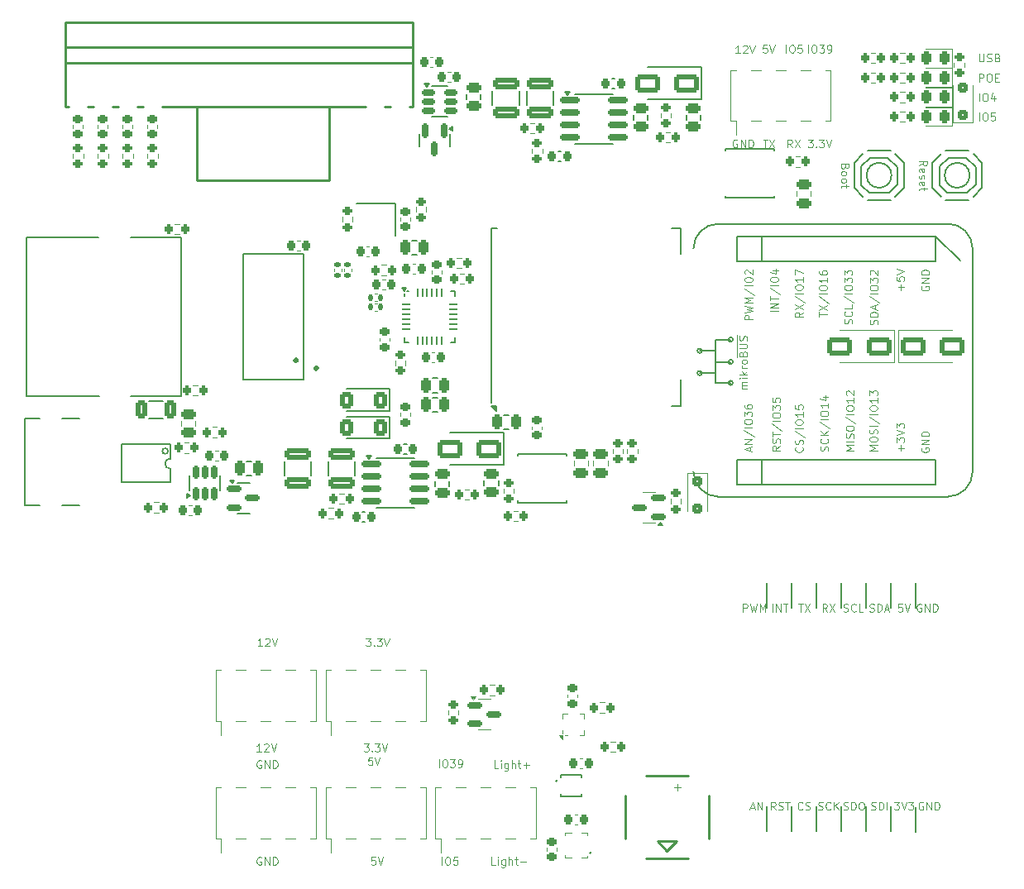
<source format=gbr>
%TF.GenerationSoftware,KiCad,Pcbnew,8.0.1*%
%TF.CreationDate,2024-06-12T15:48:30+02:00*%
%TF.ProjectId,Lichtstab,4c696368-7473-4746-9162-2e6b69636164,rev?*%
%TF.SameCoordinates,Original*%
%TF.FileFunction,Legend,Top*%
%TF.FilePolarity,Positive*%
%FSLAX46Y46*%
G04 Gerber Fmt 4.6, Leading zero omitted, Abs format (unit mm)*
G04 Created by KiCad (PCBNEW 8.0.1) date 2024-06-12 15:48:30*
%MOMM*%
%LPD*%
G01*
G04 APERTURE LIST*
G04 Aperture macros list*
%AMRoundRect*
0 Rectangle with rounded corners*
0 $1 Rounding radius*
0 $2 $3 $4 $5 $6 $7 $8 $9 X,Y pos of 4 corners*
0 Add a 4 corners polygon primitive as box body*
4,1,4,$2,$3,$4,$5,$6,$7,$8,$9,$2,$3,0*
0 Add four circle primitives for the rounded corners*
1,1,$1+$1,$2,$3*
1,1,$1+$1,$4,$5*
1,1,$1+$1,$6,$7*
1,1,$1+$1,$8,$9*
0 Add four rect primitives between the rounded corners*
20,1,$1+$1,$2,$3,$4,$5,0*
20,1,$1+$1,$4,$5,$6,$7,0*
20,1,$1+$1,$6,$7,$8,$9,0*
20,1,$1+$1,$8,$9,$2,$3,0*%
%AMFreePoly0*
4,1,14,0.340806,0.106694,0.394194,0.053306,0.412500,0.009112,0.412500,-0.062500,0.394194,-0.106694,0.350000,-0.125000,-0.350000,-0.125000,-0.394194,-0.106694,-0.412500,-0.062500,-0.412500,0.062500,-0.394194,0.106694,-0.350000,0.125000,0.296612,0.125000,0.340806,0.106694,0.340806,0.106694,$1*%
%AMFreePoly1*
4,1,14,0.394194,0.106694,0.412500,0.062500,0.412500,-0.009112,0.394194,-0.053306,0.340806,-0.106694,0.296612,-0.125000,-0.350000,-0.125000,-0.394194,-0.106694,-0.412500,-0.062500,-0.412500,0.062500,-0.394194,0.106694,-0.350000,0.125000,0.350000,0.125000,0.394194,0.106694,0.394194,0.106694,$1*%
%AMFreePoly2*
4,1,14,0.106694,0.394194,0.125000,0.350000,0.125000,-0.350000,0.106694,-0.394194,0.062500,-0.412500,-0.062500,-0.412500,-0.106694,-0.394194,-0.125000,-0.350000,-0.125000,0.296612,-0.106694,0.340806,-0.053306,0.394194,-0.009112,0.412500,0.062500,0.412500,0.106694,0.394194,0.106694,0.394194,$1*%
%AMFreePoly3*
4,1,14,0.053306,0.394194,0.106694,0.340806,0.125000,0.296612,0.125000,-0.350000,0.106694,-0.394194,0.062500,-0.412500,-0.062500,-0.412500,-0.106694,-0.394194,-0.125000,-0.350000,-0.125000,0.350000,-0.106694,0.394194,-0.062500,0.412500,0.009112,0.412500,0.053306,0.394194,0.053306,0.394194,$1*%
%AMFreePoly4*
4,1,14,0.394194,0.106694,0.412500,0.062500,0.412500,-0.062500,0.394194,-0.106694,0.350000,-0.125000,-0.296612,-0.125000,-0.340806,-0.106694,-0.394194,-0.053306,-0.412500,-0.009112,-0.412500,0.062500,-0.394194,0.106694,-0.350000,0.125000,0.350000,0.125000,0.394194,0.106694,0.394194,0.106694,$1*%
%AMFreePoly5*
4,1,14,0.394194,0.106694,0.412500,0.062500,0.412500,-0.062500,0.394194,-0.106694,0.350000,-0.125000,-0.350000,-0.125000,-0.394194,-0.106694,-0.412500,-0.062500,-0.412500,0.009112,-0.394194,0.053306,-0.340806,0.106694,-0.296612,0.125000,0.350000,0.125000,0.394194,0.106694,0.394194,0.106694,$1*%
%AMFreePoly6*
4,1,14,0.106694,0.394194,0.125000,0.350000,0.125000,-0.296612,0.106694,-0.340806,0.053306,-0.394194,0.009112,-0.412500,-0.062500,-0.412500,-0.106694,-0.394194,-0.125000,-0.350000,-0.125000,0.350000,-0.106694,0.394194,-0.062500,0.412500,0.062500,0.412500,0.106694,0.394194,0.106694,0.394194,$1*%
%AMFreePoly7*
4,1,14,0.106694,0.394194,0.125000,0.350000,0.125000,-0.350000,0.106694,-0.394194,0.062500,-0.412500,-0.009112,-0.412500,-0.053306,-0.394194,-0.106694,-0.340806,-0.125000,-0.296612,-0.125000,0.350000,-0.106694,0.394194,-0.062500,0.412500,0.062500,0.412500,0.106694,0.394194,0.106694,0.394194,$1*%
G04 Aperture macros list end*
%ADD10C,0.080000*%
%ADD11C,0.127000*%
%ADD12C,0.120000*%
%ADD13C,0.152400*%
%ADD14C,0.250000*%
%ADD15C,0.150000*%
%ADD16C,0.300000*%
%ADD17C,0.100000*%
%ADD18C,0.200000*%
%ADD19R,1.676400X1.676400*%
%ADD20C,1.524000*%
%ADD21R,1.524000X1.524000*%
%ADD22RoundRect,0.200000X0.200000X0.275000X-0.200000X0.275000X-0.200000X-0.275000X0.200000X-0.275000X0*%
%ADD23RoundRect,0.225000X0.250000X-0.225000X0.250000X0.225000X-0.250000X0.225000X-0.250000X-0.225000X0*%
%ADD24R,1.000000X3.150000*%
%ADD25RoundRect,0.250000X-0.475000X0.250000X-0.475000X-0.250000X0.475000X-0.250000X0.475000X0.250000X0*%
%ADD26RoundRect,0.243750X0.243750X0.456250X-0.243750X0.456250X-0.243750X-0.456250X0.243750X-0.456250X0*%
%ADD27RoundRect,0.200000X-0.200000X-0.275000X0.200000X-0.275000X0.200000X0.275000X-0.200000X0.275000X0*%
%ADD28R,1.000000X1.700000*%
%ADD29RoundRect,0.200000X-0.275000X0.200000X-0.275000X-0.200000X0.275000X-0.200000X0.275000X0.200000X0*%
%ADD30RoundRect,0.150000X-0.587500X-0.150000X0.587500X-0.150000X0.587500X0.150000X-0.587500X0.150000X0*%
%ADD31RoundRect,0.250000X-1.000000X-0.650000X1.000000X-0.650000X1.000000X0.650000X-1.000000X0.650000X0*%
%ADD32RoundRect,0.250000X0.250000X0.475000X-0.250000X0.475000X-0.250000X-0.475000X0.250000X-0.475000X0*%
%ADD33RoundRect,0.225000X-0.225000X-0.250000X0.225000X-0.250000X0.225000X0.250000X-0.225000X0.250000X0*%
%ADD34RoundRect,0.250000X-0.250000X-0.475000X0.250000X-0.475000X0.250000X0.475000X-0.250000X0.475000X0*%
%ADD35C,1.700000*%
%ADD36FreePoly0,0.000000*%
%ADD37RoundRect,0.062500X-0.350000X-0.062500X0.350000X-0.062500X0.350000X0.062500X-0.350000X0.062500X0*%
%ADD38FreePoly1,0.000000*%
%ADD39FreePoly2,0.000000*%
%ADD40RoundRect,0.062500X-0.062500X-0.350000X0.062500X-0.350000X0.062500X0.350000X-0.062500X0.350000X0*%
%ADD41FreePoly3,0.000000*%
%ADD42FreePoly4,0.000000*%
%ADD43FreePoly5,0.000000*%
%ADD44FreePoly6,0.000000*%
%ADD45FreePoly7,0.000000*%
%ADD46R,3.400000X3.400000*%
%ADD47RoundRect,0.135000X-0.135000X-0.185000X0.135000X-0.185000X0.135000X0.185000X-0.135000X0.185000X0*%
%ADD48RoundRect,0.225000X0.225000X0.250000X-0.225000X0.250000X-0.225000X-0.250000X0.225000X-0.250000X0*%
%ADD49R,0.600000X1.500000*%
%ADD50R,3.300000X2.100000*%
%ADD51RoundRect,0.218750X-0.256250X0.218750X-0.256250X-0.218750X0.256250X-0.218750X0.256250X0.218750X0*%
%ADD52RoundRect,0.250000X-1.100000X0.325000X-1.100000X-0.325000X1.100000X-0.325000X1.100000X0.325000X0*%
%ADD53R,0.350000X0.375000*%
%ADD54R,0.375000X0.350000*%
%ADD55RoundRect,0.250000X1.000000X0.650000X-1.000000X0.650000X-1.000000X-0.650000X1.000000X-0.650000X0*%
%ADD56RoundRect,0.250000X0.475000X-0.250000X0.475000X0.250000X-0.475000X0.250000X-0.475000X-0.250000X0*%
%ADD57O,2.190000X0.700000*%
%ADD58RoundRect,0.135000X-0.185000X0.135000X-0.185000X-0.135000X0.185000X-0.135000X0.185000X0.135000X0*%
%ADD59R,0.580000X0.280000*%
%ADD60R,0.700000X1.600000*%
%ADD61R,2.400000X2.400000*%
%ADD62RoundRect,0.150000X-0.825000X-0.150000X0.825000X-0.150000X0.825000X0.150000X-0.825000X0.150000X0*%
%ADD63R,0.500000X0.280000*%
%ADD64R,0.280000X0.500000*%
%ADD65R,1.400000X4.200000*%
%ADD66RoundRect,0.225000X-0.250000X0.225000X-0.250000X-0.225000X0.250000X-0.225000X0.250000X0.225000X0*%
%ADD67RoundRect,0.150000X-0.512500X-0.150000X0.512500X-0.150000X0.512500X0.150000X-0.512500X0.150000X0*%
%ADD68RoundRect,0.200000X0.275000X-0.200000X0.275000X0.200000X-0.275000X0.200000X-0.275000X-0.200000X0*%
%ADD69R,0.900000X1.500000*%
%ADD70R,1.500000X0.900000*%
%ADD71C,0.600000*%
%ADD72R,3.800000X3.800000*%
%ADD73RoundRect,0.250000X-0.300000X0.300000X-0.300000X-0.300000X0.300000X-0.300000X0.300000X0.300000X0*%
%ADD74RoundRect,0.250000X0.300000X-0.300000X0.300000X0.300000X-0.300000X0.300000X-0.300000X-0.300000X0*%
%ADD75C,2.500000*%
%ADD76RoundRect,0.250000X0.400000X0.600000X-0.400000X0.600000X-0.400000X-0.600000X0.400000X-0.600000X0*%
%ADD77RoundRect,0.150000X-0.150000X0.587500X-0.150000X-0.587500X0.150000X-0.587500X0.150000X0.587500X0*%
%ADD78RoundRect,0.150000X0.587500X0.150000X-0.587500X0.150000X-0.587500X-0.150000X0.587500X-0.150000X0*%
%ADD79RoundRect,0.250000X0.325000X0.650000X-0.325000X0.650000X-0.325000X-0.650000X0.325000X-0.650000X0*%
%ADD80RoundRect,0.150000X0.150000X-0.512500X0.150000X0.512500X-0.150000X0.512500X-0.150000X-0.512500X0*%
%ADD81O,2.100000X1.000000*%
%ADD82O,1.800000X1.000000*%
%ADD83R,1.150000X0.600000*%
%ADD84R,1.150000X0.300000*%
%ADD85R,1.400000X1.200000*%
G04 APERTURE END LIST*
D10*
X160102064Y-64509524D02*
X160483017Y-64242857D01*
X160102064Y-64052381D02*
X160902064Y-64052381D01*
X160902064Y-64052381D02*
X160902064Y-64357143D01*
X160902064Y-64357143D02*
X160863969Y-64433333D01*
X160863969Y-64433333D02*
X160825874Y-64471428D01*
X160825874Y-64471428D02*
X160749683Y-64509524D01*
X160749683Y-64509524D02*
X160635398Y-64509524D01*
X160635398Y-64509524D02*
X160559207Y-64471428D01*
X160559207Y-64471428D02*
X160521112Y-64433333D01*
X160521112Y-64433333D02*
X160483017Y-64357143D01*
X160483017Y-64357143D02*
X160483017Y-64052381D01*
X160140160Y-65157143D02*
X160102064Y-65080952D01*
X160102064Y-65080952D02*
X160102064Y-64928571D01*
X160102064Y-64928571D02*
X160140160Y-64852381D01*
X160140160Y-64852381D02*
X160216350Y-64814285D01*
X160216350Y-64814285D02*
X160521112Y-64814285D01*
X160521112Y-64814285D02*
X160597302Y-64852381D01*
X160597302Y-64852381D02*
X160635398Y-64928571D01*
X160635398Y-64928571D02*
X160635398Y-65080952D01*
X160635398Y-65080952D02*
X160597302Y-65157143D01*
X160597302Y-65157143D02*
X160521112Y-65195238D01*
X160521112Y-65195238D02*
X160444921Y-65195238D01*
X160444921Y-65195238D02*
X160368731Y-64814285D01*
X160140160Y-65499999D02*
X160102064Y-65576190D01*
X160102064Y-65576190D02*
X160102064Y-65728571D01*
X160102064Y-65728571D02*
X160140160Y-65804761D01*
X160140160Y-65804761D02*
X160216350Y-65842857D01*
X160216350Y-65842857D02*
X160254445Y-65842857D01*
X160254445Y-65842857D02*
X160330636Y-65804761D01*
X160330636Y-65804761D02*
X160368731Y-65728571D01*
X160368731Y-65728571D02*
X160368731Y-65614285D01*
X160368731Y-65614285D02*
X160406826Y-65538095D01*
X160406826Y-65538095D02*
X160483017Y-65499999D01*
X160483017Y-65499999D02*
X160521112Y-65499999D01*
X160521112Y-65499999D02*
X160597302Y-65538095D01*
X160597302Y-65538095D02*
X160635398Y-65614285D01*
X160635398Y-65614285D02*
X160635398Y-65728571D01*
X160635398Y-65728571D02*
X160597302Y-65804761D01*
X160140160Y-66490476D02*
X160102064Y-66414285D01*
X160102064Y-66414285D02*
X160102064Y-66261904D01*
X160102064Y-66261904D02*
X160140160Y-66185714D01*
X160140160Y-66185714D02*
X160216350Y-66147618D01*
X160216350Y-66147618D02*
X160521112Y-66147618D01*
X160521112Y-66147618D02*
X160597302Y-66185714D01*
X160597302Y-66185714D02*
X160635398Y-66261904D01*
X160635398Y-66261904D02*
X160635398Y-66414285D01*
X160635398Y-66414285D02*
X160597302Y-66490476D01*
X160597302Y-66490476D02*
X160521112Y-66528571D01*
X160521112Y-66528571D02*
X160444921Y-66528571D01*
X160444921Y-66528571D02*
X160368731Y-66147618D01*
X160635398Y-66757142D02*
X160635398Y-67061904D01*
X160902064Y-66871428D02*
X160216350Y-66871428D01*
X160216350Y-66871428D02*
X160140160Y-66909523D01*
X160140160Y-66909523D02*
X160102064Y-66985713D01*
X160102064Y-66985713D02*
X160102064Y-67061904D01*
X111243107Y-136097935D02*
X111243107Y-135297935D01*
X111776440Y-135297935D02*
X111928821Y-135297935D01*
X111928821Y-135297935D02*
X112005011Y-135336030D01*
X112005011Y-135336030D02*
X112081202Y-135412220D01*
X112081202Y-135412220D02*
X112119297Y-135564601D01*
X112119297Y-135564601D02*
X112119297Y-135831268D01*
X112119297Y-135831268D02*
X112081202Y-135983649D01*
X112081202Y-135983649D02*
X112005011Y-136059840D01*
X112005011Y-136059840D02*
X111928821Y-136097935D01*
X111928821Y-136097935D02*
X111776440Y-136097935D01*
X111776440Y-136097935D02*
X111700249Y-136059840D01*
X111700249Y-136059840D02*
X111624059Y-135983649D01*
X111624059Y-135983649D02*
X111585963Y-135831268D01*
X111585963Y-135831268D02*
X111585963Y-135564601D01*
X111585963Y-135564601D02*
X111624059Y-135412220D01*
X111624059Y-135412220D02*
X111700249Y-135336030D01*
X111700249Y-135336030D02*
X111776440Y-135297935D01*
X112843106Y-135297935D02*
X112462154Y-135297935D01*
X112462154Y-135297935D02*
X112424058Y-135678887D01*
X112424058Y-135678887D02*
X112462154Y-135640792D01*
X112462154Y-135640792D02*
X112538344Y-135602697D01*
X112538344Y-135602697D02*
X112728820Y-135602697D01*
X112728820Y-135602697D02*
X112805011Y-135640792D01*
X112805011Y-135640792D02*
X112843106Y-135678887D01*
X112843106Y-135678887D02*
X112881201Y-135755078D01*
X112881201Y-135755078D02*
X112881201Y-135945554D01*
X112881201Y-135945554D02*
X112843106Y-136021744D01*
X112843106Y-136021744D02*
X112805011Y-136059840D01*
X112805011Y-136059840D02*
X112728820Y-136097935D01*
X112728820Y-136097935D02*
X112538344Y-136097935D01*
X112538344Y-136097935D02*
X112462154Y-136059840D01*
X112462154Y-136059840D02*
X112424058Y-136021744D01*
X166243107Y-55897935D02*
X166243107Y-55097935D01*
X166243107Y-55097935D02*
X166547869Y-55097935D01*
X166547869Y-55097935D02*
X166624059Y-55136030D01*
X166624059Y-55136030D02*
X166662154Y-55174125D01*
X166662154Y-55174125D02*
X166700250Y-55250316D01*
X166700250Y-55250316D02*
X166700250Y-55364601D01*
X166700250Y-55364601D02*
X166662154Y-55440792D01*
X166662154Y-55440792D02*
X166624059Y-55478887D01*
X166624059Y-55478887D02*
X166547869Y-55516982D01*
X166547869Y-55516982D02*
X166243107Y-55516982D01*
X167195488Y-55097935D02*
X167347869Y-55097935D01*
X167347869Y-55097935D02*
X167424059Y-55136030D01*
X167424059Y-55136030D02*
X167500250Y-55212220D01*
X167500250Y-55212220D02*
X167538345Y-55364601D01*
X167538345Y-55364601D02*
X167538345Y-55631268D01*
X167538345Y-55631268D02*
X167500250Y-55783649D01*
X167500250Y-55783649D02*
X167424059Y-55859840D01*
X167424059Y-55859840D02*
X167347869Y-55897935D01*
X167347869Y-55897935D02*
X167195488Y-55897935D01*
X167195488Y-55897935D02*
X167119297Y-55859840D01*
X167119297Y-55859840D02*
X167043107Y-55783649D01*
X167043107Y-55783649D02*
X167005011Y-55631268D01*
X167005011Y-55631268D02*
X167005011Y-55364601D01*
X167005011Y-55364601D02*
X167043107Y-55212220D01*
X167043107Y-55212220D02*
X167119297Y-55136030D01*
X167119297Y-55136030D02*
X167195488Y-55097935D01*
X167881202Y-55478887D02*
X168147868Y-55478887D01*
X168262154Y-55897935D02*
X167881202Y-55897935D01*
X167881202Y-55897935D02*
X167881202Y-55097935D01*
X167881202Y-55097935D02*
X168262154Y-55097935D01*
X103466916Y-112897935D02*
X103962154Y-112897935D01*
X103962154Y-112897935D02*
X103695488Y-113202697D01*
X103695488Y-113202697D02*
X103809773Y-113202697D01*
X103809773Y-113202697D02*
X103885964Y-113240792D01*
X103885964Y-113240792D02*
X103924059Y-113278887D01*
X103924059Y-113278887D02*
X103962154Y-113355078D01*
X103962154Y-113355078D02*
X103962154Y-113545554D01*
X103962154Y-113545554D02*
X103924059Y-113621744D01*
X103924059Y-113621744D02*
X103885964Y-113659840D01*
X103885964Y-113659840D02*
X103809773Y-113697935D01*
X103809773Y-113697935D02*
X103581202Y-113697935D01*
X103581202Y-113697935D02*
X103505011Y-113659840D01*
X103505011Y-113659840D02*
X103466916Y-113621744D01*
X104305012Y-113621744D02*
X104343107Y-113659840D01*
X104343107Y-113659840D02*
X104305012Y-113697935D01*
X104305012Y-113697935D02*
X104266916Y-113659840D01*
X104266916Y-113659840D02*
X104305012Y-113621744D01*
X104305012Y-113621744D02*
X104305012Y-113697935D01*
X104609773Y-112897935D02*
X105105011Y-112897935D01*
X105105011Y-112897935D02*
X104838345Y-113202697D01*
X104838345Y-113202697D02*
X104952630Y-113202697D01*
X104952630Y-113202697D02*
X105028821Y-113240792D01*
X105028821Y-113240792D02*
X105066916Y-113278887D01*
X105066916Y-113278887D02*
X105105011Y-113355078D01*
X105105011Y-113355078D02*
X105105011Y-113545554D01*
X105105011Y-113545554D02*
X105066916Y-113621744D01*
X105066916Y-113621744D02*
X105028821Y-113659840D01*
X105028821Y-113659840D02*
X104952630Y-113697935D01*
X104952630Y-113697935D02*
X104724059Y-113697935D01*
X104724059Y-113697935D02*
X104647868Y-113659840D01*
X104647868Y-113659840D02*
X104609773Y-113621744D01*
X105333583Y-112897935D02*
X105600250Y-113697935D01*
X105600250Y-113697935D02*
X105866916Y-112897935D01*
X116724059Y-136097935D02*
X116343107Y-136097935D01*
X116343107Y-136097935D02*
X116343107Y-135297935D01*
X116990726Y-136097935D02*
X116990726Y-135564601D01*
X116990726Y-135297935D02*
X116952630Y-135336030D01*
X116952630Y-135336030D02*
X116990726Y-135374125D01*
X116990726Y-135374125D02*
X117028821Y-135336030D01*
X117028821Y-135336030D02*
X116990726Y-135297935D01*
X116990726Y-135297935D02*
X116990726Y-135374125D01*
X117714535Y-135564601D02*
X117714535Y-136212220D01*
X117714535Y-136212220D02*
X117676440Y-136288411D01*
X117676440Y-136288411D02*
X117638344Y-136326506D01*
X117638344Y-136326506D02*
X117562154Y-136364601D01*
X117562154Y-136364601D02*
X117447868Y-136364601D01*
X117447868Y-136364601D02*
X117371678Y-136326506D01*
X117714535Y-136059840D02*
X117638344Y-136097935D01*
X117638344Y-136097935D02*
X117485963Y-136097935D01*
X117485963Y-136097935D02*
X117409773Y-136059840D01*
X117409773Y-136059840D02*
X117371678Y-136021744D01*
X117371678Y-136021744D02*
X117333582Y-135945554D01*
X117333582Y-135945554D02*
X117333582Y-135716982D01*
X117333582Y-135716982D02*
X117371678Y-135640792D01*
X117371678Y-135640792D02*
X117409773Y-135602697D01*
X117409773Y-135602697D02*
X117485963Y-135564601D01*
X117485963Y-135564601D02*
X117638344Y-135564601D01*
X117638344Y-135564601D02*
X117714535Y-135602697D01*
X118095488Y-136097935D02*
X118095488Y-135297935D01*
X118438345Y-136097935D02*
X118438345Y-135678887D01*
X118438345Y-135678887D02*
X118400250Y-135602697D01*
X118400250Y-135602697D02*
X118324059Y-135564601D01*
X118324059Y-135564601D02*
X118209773Y-135564601D01*
X118209773Y-135564601D02*
X118133583Y-135602697D01*
X118133583Y-135602697D02*
X118095488Y-135640792D01*
X118705012Y-135564601D02*
X119009774Y-135564601D01*
X118819298Y-135297935D02*
X118819298Y-135983649D01*
X118819298Y-135983649D02*
X118857393Y-136059840D01*
X118857393Y-136059840D02*
X118933583Y-136097935D01*
X118933583Y-136097935D02*
X119009774Y-136097935D01*
X119276441Y-135793173D02*
X119885965Y-135793173D01*
X141462154Y-61886030D02*
X141385964Y-61847935D01*
X141385964Y-61847935D02*
X141271678Y-61847935D01*
X141271678Y-61847935D02*
X141157392Y-61886030D01*
X141157392Y-61886030D02*
X141081202Y-61962220D01*
X141081202Y-61962220D02*
X141043107Y-62038411D01*
X141043107Y-62038411D02*
X141005011Y-62190792D01*
X141005011Y-62190792D02*
X141005011Y-62305078D01*
X141005011Y-62305078D02*
X141043107Y-62457459D01*
X141043107Y-62457459D02*
X141081202Y-62533649D01*
X141081202Y-62533649D02*
X141157392Y-62609840D01*
X141157392Y-62609840D02*
X141271678Y-62647935D01*
X141271678Y-62647935D02*
X141347869Y-62647935D01*
X141347869Y-62647935D02*
X141462154Y-62609840D01*
X141462154Y-62609840D02*
X141500250Y-62571744D01*
X141500250Y-62571744D02*
X141500250Y-62305078D01*
X141500250Y-62305078D02*
X141347869Y-62305078D01*
X141843107Y-62647935D02*
X141843107Y-61847935D01*
X141843107Y-61847935D02*
X142300250Y-62647935D01*
X142300250Y-62647935D02*
X142300250Y-61847935D01*
X142681202Y-62647935D02*
X142681202Y-61847935D01*
X142681202Y-61847935D02*
X142871678Y-61847935D01*
X142871678Y-61847935D02*
X142985964Y-61886030D01*
X142985964Y-61886030D02*
X143062154Y-61962220D01*
X143062154Y-61962220D02*
X143100249Y-62038411D01*
X143100249Y-62038411D02*
X143138345Y-62190792D01*
X143138345Y-62190792D02*
X143138345Y-62305078D01*
X143138345Y-62305078D02*
X143100249Y-62457459D01*
X143100249Y-62457459D02*
X143062154Y-62533649D01*
X143062154Y-62533649D02*
X142985964Y-62609840D01*
X142985964Y-62609840D02*
X142871678Y-62647935D01*
X142871678Y-62647935D02*
X142681202Y-62647935D01*
X166243107Y-59897935D02*
X166243107Y-59097935D01*
X166776440Y-59097935D02*
X166928821Y-59097935D01*
X166928821Y-59097935D02*
X167005011Y-59136030D01*
X167005011Y-59136030D02*
X167081202Y-59212220D01*
X167081202Y-59212220D02*
X167119297Y-59364601D01*
X167119297Y-59364601D02*
X167119297Y-59631268D01*
X167119297Y-59631268D02*
X167081202Y-59783649D01*
X167081202Y-59783649D02*
X167005011Y-59859840D01*
X167005011Y-59859840D02*
X166928821Y-59897935D01*
X166928821Y-59897935D02*
X166776440Y-59897935D01*
X166776440Y-59897935D02*
X166700249Y-59859840D01*
X166700249Y-59859840D02*
X166624059Y-59783649D01*
X166624059Y-59783649D02*
X166585963Y-59631268D01*
X166585963Y-59631268D02*
X166585963Y-59364601D01*
X166585963Y-59364601D02*
X166624059Y-59212220D01*
X166624059Y-59212220D02*
X166700249Y-59136030D01*
X166700249Y-59136030D02*
X166776440Y-59097935D01*
X167843106Y-59097935D02*
X167462154Y-59097935D01*
X167462154Y-59097935D02*
X167424058Y-59478887D01*
X167424058Y-59478887D02*
X167462154Y-59440792D01*
X167462154Y-59440792D02*
X167538344Y-59402697D01*
X167538344Y-59402697D02*
X167728820Y-59402697D01*
X167728820Y-59402697D02*
X167805011Y-59440792D01*
X167805011Y-59440792D02*
X167843106Y-59478887D01*
X167843106Y-59478887D02*
X167881201Y-59555078D01*
X167881201Y-59555078D02*
X167881201Y-59745554D01*
X167881201Y-59745554D02*
X167843106Y-59821744D01*
X167843106Y-59821744D02*
X167805011Y-59859840D01*
X167805011Y-59859840D02*
X167728820Y-59897935D01*
X167728820Y-59897935D02*
X167538344Y-59897935D01*
X167538344Y-59897935D02*
X167462154Y-59859840D01*
X167462154Y-59859840D02*
X167424058Y-59821744D01*
X148743107Y-52947935D02*
X148743107Y-52147935D01*
X149276440Y-52147935D02*
X149428821Y-52147935D01*
X149428821Y-52147935D02*
X149505011Y-52186030D01*
X149505011Y-52186030D02*
X149581202Y-52262220D01*
X149581202Y-52262220D02*
X149619297Y-52414601D01*
X149619297Y-52414601D02*
X149619297Y-52681268D01*
X149619297Y-52681268D02*
X149581202Y-52833649D01*
X149581202Y-52833649D02*
X149505011Y-52909840D01*
X149505011Y-52909840D02*
X149428821Y-52947935D01*
X149428821Y-52947935D02*
X149276440Y-52947935D01*
X149276440Y-52947935D02*
X149200249Y-52909840D01*
X149200249Y-52909840D02*
X149124059Y-52833649D01*
X149124059Y-52833649D02*
X149085963Y-52681268D01*
X149085963Y-52681268D02*
X149085963Y-52414601D01*
X149085963Y-52414601D02*
X149124059Y-52262220D01*
X149124059Y-52262220D02*
X149200249Y-52186030D01*
X149200249Y-52186030D02*
X149276440Y-52147935D01*
X149885963Y-52147935D02*
X150381201Y-52147935D01*
X150381201Y-52147935D02*
X150114535Y-52452697D01*
X150114535Y-52452697D02*
X150228820Y-52452697D01*
X150228820Y-52452697D02*
X150305011Y-52490792D01*
X150305011Y-52490792D02*
X150343106Y-52528887D01*
X150343106Y-52528887D02*
X150381201Y-52605078D01*
X150381201Y-52605078D02*
X150381201Y-52795554D01*
X150381201Y-52795554D02*
X150343106Y-52871744D01*
X150343106Y-52871744D02*
X150305011Y-52909840D01*
X150305011Y-52909840D02*
X150228820Y-52947935D01*
X150228820Y-52947935D02*
X150000249Y-52947935D01*
X150000249Y-52947935D02*
X149924058Y-52909840D01*
X149924058Y-52909840D02*
X149885963Y-52871744D01*
X150762154Y-52947935D02*
X150914535Y-52947935D01*
X150914535Y-52947935D02*
X150990725Y-52909840D01*
X150990725Y-52909840D02*
X151028821Y-52871744D01*
X151028821Y-52871744D02*
X151105011Y-52757459D01*
X151105011Y-52757459D02*
X151143106Y-52605078D01*
X151143106Y-52605078D02*
X151143106Y-52300316D01*
X151143106Y-52300316D02*
X151105011Y-52224125D01*
X151105011Y-52224125D02*
X151066916Y-52186030D01*
X151066916Y-52186030D02*
X150990725Y-52147935D01*
X150990725Y-52147935D02*
X150838344Y-52147935D01*
X150838344Y-52147935D02*
X150762154Y-52186030D01*
X150762154Y-52186030D02*
X150724059Y-52224125D01*
X150724059Y-52224125D02*
X150685963Y-52300316D01*
X150685963Y-52300316D02*
X150685963Y-52490792D01*
X150685963Y-52490792D02*
X150724059Y-52566982D01*
X150724059Y-52566982D02*
X150762154Y-52605078D01*
X150762154Y-52605078D02*
X150838344Y-52643173D01*
X150838344Y-52643173D02*
X150990725Y-52643173D01*
X150990725Y-52643173D02*
X151066916Y-52605078D01*
X151066916Y-52605078D02*
X151105011Y-52566982D01*
X151105011Y-52566982D02*
X151143106Y-52490792D01*
X92762154Y-135336030D02*
X92685964Y-135297935D01*
X92685964Y-135297935D02*
X92571678Y-135297935D01*
X92571678Y-135297935D02*
X92457392Y-135336030D01*
X92457392Y-135336030D02*
X92381202Y-135412220D01*
X92381202Y-135412220D02*
X92343107Y-135488411D01*
X92343107Y-135488411D02*
X92305011Y-135640792D01*
X92305011Y-135640792D02*
X92305011Y-135755078D01*
X92305011Y-135755078D02*
X92343107Y-135907459D01*
X92343107Y-135907459D02*
X92381202Y-135983649D01*
X92381202Y-135983649D02*
X92457392Y-136059840D01*
X92457392Y-136059840D02*
X92571678Y-136097935D01*
X92571678Y-136097935D02*
X92647869Y-136097935D01*
X92647869Y-136097935D02*
X92762154Y-136059840D01*
X92762154Y-136059840D02*
X92800250Y-136021744D01*
X92800250Y-136021744D02*
X92800250Y-135755078D01*
X92800250Y-135755078D02*
X92647869Y-135755078D01*
X93143107Y-136097935D02*
X93143107Y-135297935D01*
X93143107Y-135297935D02*
X93600250Y-136097935D01*
X93600250Y-136097935D02*
X93600250Y-135297935D01*
X93981202Y-136097935D02*
X93981202Y-135297935D01*
X93981202Y-135297935D02*
X94171678Y-135297935D01*
X94171678Y-135297935D02*
X94285964Y-135336030D01*
X94285964Y-135336030D02*
X94362154Y-135412220D01*
X94362154Y-135412220D02*
X94400249Y-135488411D01*
X94400249Y-135488411D02*
X94438345Y-135640792D01*
X94438345Y-135640792D02*
X94438345Y-135755078D01*
X94438345Y-135755078D02*
X94400249Y-135907459D01*
X94400249Y-135907459D02*
X94362154Y-135983649D01*
X94362154Y-135983649D02*
X94285964Y-136059840D01*
X94285964Y-136059840D02*
X94171678Y-136097935D01*
X94171678Y-136097935D02*
X93981202Y-136097935D01*
X92762154Y-125436030D02*
X92685964Y-125397935D01*
X92685964Y-125397935D02*
X92571678Y-125397935D01*
X92571678Y-125397935D02*
X92457392Y-125436030D01*
X92457392Y-125436030D02*
X92381202Y-125512220D01*
X92381202Y-125512220D02*
X92343107Y-125588411D01*
X92343107Y-125588411D02*
X92305011Y-125740792D01*
X92305011Y-125740792D02*
X92305011Y-125855078D01*
X92305011Y-125855078D02*
X92343107Y-126007459D01*
X92343107Y-126007459D02*
X92381202Y-126083649D01*
X92381202Y-126083649D02*
X92457392Y-126159840D01*
X92457392Y-126159840D02*
X92571678Y-126197935D01*
X92571678Y-126197935D02*
X92647869Y-126197935D01*
X92647869Y-126197935D02*
X92762154Y-126159840D01*
X92762154Y-126159840D02*
X92800250Y-126121744D01*
X92800250Y-126121744D02*
X92800250Y-125855078D01*
X92800250Y-125855078D02*
X92647869Y-125855078D01*
X93143107Y-126197935D02*
X93143107Y-125397935D01*
X93143107Y-125397935D02*
X93600250Y-126197935D01*
X93600250Y-126197935D02*
X93600250Y-125397935D01*
X93981202Y-126197935D02*
X93981202Y-125397935D01*
X93981202Y-125397935D02*
X94171678Y-125397935D01*
X94171678Y-125397935D02*
X94285964Y-125436030D01*
X94285964Y-125436030D02*
X94362154Y-125512220D01*
X94362154Y-125512220D02*
X94400249Y-125588411D01*
X94400249Y-125588411D02*
X94438345Y-125740792D01*
X94438345Y-125740792D02*
X94438345Y-125855078D01*
X94438345Y-125855078D02*
X94400249Y-126007459D01*
X94400249Y-126007459D02*
X94362154Y-126083649D01*
X94362154Y-126083649D02*
X94285964Y-126159840D01*
X94285964Y-126159840D02*
X94171678Y-126197935D01*
X94171678Y-126197935D02*
X93981202Y-126197935D01*
X104424059Y-135297935D02*
X104043107Y-135297935D01*
X104043107Y-135297935D02*
X104005011Y-135678887D01*
X104005011Y-135678887D02*
X104043107Y-135640792D01*
X104043107Y-135640792D02*
X104119297Y-135602697D01*
X104119297Y-135602697D02*
X104309773Y-135602697D01*
X104309773Y-135602697D02*
X104385964Y-135640792D01*
X104385964Y-135640792D02*
X104424059Y-135678887D01*
X104424059Y-135678887D02*
X104462154Y-135755078D01*
X104462154Y-135755078D02*
X104462154Y-135945554D01*
X104462154Y-135945554D02*
X104424059Y-136021744D01*
X104424059Y-136021744D02*
X104385964Y-136059840D01*
X104385964Y-136059840D02*
X104309773Y-136097935D01*
X104309773Y-136097935D02*
X104119297Y-136097935D01*
X104119297Y-136097935D02*
X104043107Y-136059840D01*
X104043107Y-136059840D02*
X104005011Y-136021744D01*
X104690726Y-135297935D02*
X104957393Y-136097935D01*
X104957393Y-136097935D02*
X105224059Y-135297935D01*
X103266916Y-123697935D02*
X103762154Y-123697935D01*
X103762154Y-123697935D02*
X103495488Y-124002697D01*
X103495488Y-124002697D02*
X103609773Y-124002697D01*
X103609773Y-124002697D02*
X103685964Y-124040792D01*
X103685964Y-124040792D02*
X103724059Y-124078887D01*
X103724059Y-124078887D02*
X103762154Y-124155078D01*
X103762154Y-124155078D02*
X103762154Y-124345554D01*
X103762154Y-124345554D02*
X103724059Y-124421744D01*
X103724059Y-124421744D02*
X103685964Y-124459840D01*
X103685964Y-124459840D02*
X103609773Y-124497935D01*
X103609773Y-124497935D02*
X103381202Y-124497935D01*
X103381202Y-124497935D02*
X103305011Y-124459840D01*
X103305011Y-124459840D02*
X103266916Y-124421744D01*
X104105012Y-124421744D02*
X104143107Y-124459840D01*
X104143107Y-124459840D02*
X104105012Y-124497935D01*
X104105012Y-124497935D02*
X104066916Y-124459840D01*
X104066916Y-124459840D02*
X104105012Y-124421744D01*
X104105012Y-124421744D02*
X104105012Y-124497935D01*
X104409773Y-123697935D02*
X104905011Y-123697935D01*
X104905011Y-123697935D02*
X104638345Y-124002697D01*
X104638345Y-124002697D02*
X104752630Y-124002697D01*
X104752630Y-124002697D02*
X104828821Y-124040792D01*
X104828821Y-124040792D02*
X104866916Y-124078887D01*
X104866916Y-124078887D02*
X104905011Y-124155078D01*
X104905011Y-124155078D02*
X104905011Y-124345554D01*
X104905011Y-124345554D02*
X104866916Y-124421744D01*
X104866916Y-124421744D02*
X104828821Y-124459840D01*
X104828821Y-124459840D02*
X104752630Y-124497935D01*
X104752630Y-124497935D02*
X104524059Y-124497935D01*
X104524059Y-124497935D02*
X104447868Y-124459840D01*
X104447868Y-124459840D02*
X104409773Y-124421744D01*
X105133583Y-123697935D02*
X105400250Y-124497935D01*
X105400250Y-124497935D02*
X105666916Y-123697935D01*
X92762154Y-124497935D02*
X92305011Y-124497935D01*
X92533583Y-124497935D02*
X92533583Y-123697935D01*
X92533583Y-123697935D02*
X92457392Y-123812220D01*
X92457392Y-123812220D02*
X92381202Y-123888411D01*
X92381202Y-123888411D02*
X92305011Y-123926506D01*
X93066916Y-123774125D02*
X93105012Y-123736030D01*
X93105012Y-123736030D02*
X93181202Y-123697935D01*
X93181202Y-123697935D02*
X93371678Y-123697935D01*
X93371678Y-123697935D02*
X93447869Y-123736030D01*
X93447869Y-123736030D02*
X93485964Y-123774125D01*
X93485964Y-123774125D02*
X93524059Y-123850316D01*
X93524059Y-123850316D02*
X93524059Y-123926506D01*
X93524059Y-123926506D02*
X93485964Y-124040792D01*
X93485964Y-124040792D02*
X93028821Y-124497935D01*
X93028821Y-124497935D02*
X93524059Y-124497935D01*
X93752631Y-123697935D02*
X94019298Y-124497935D01*
X94019298Y-124497935D02*
X94285964Y-123697935D01*
X144524059Y-52147935D02*
X144143107Y-52147935D01*
X144143107Y-52147935D02*
X144105011Y-52528887D01*
X144105011Y-52528887D02*
X144143107Y-52490792D01*
X144143107Y-52490792D02*
X144219297Y-52452697D01*
X144219297Y-52452697D02*
X144409773Y-52452697D01*
X144409773Y-52452697D02*
X144485964Y-52490792D01*
X144485964Y-52490792D02*
X144524059Y-52528887D01*
X144524059Y-52528887D02*
X144562154Y-52605078D01*
X144562154Y-52605078D02*
X144562154Y-52795554D01*
X144562154Y-52795554D02*
X144524059Y-52871744D01*
X144524059Y-52871744D02*
X144485964Y-52909840D01*
X144485964Y-52909840D02*
X144409773Y-52947935D01*
X144409773Y-52947935D02*
X144219297Y-52947935D01*
X144219297Y-52947935D02*
X144143107Y-52909840D01*
X144143107Y-52909840D02*
X144105011Y-52871744D01*
X144790726Y-52147935D02*
X145057393Y-52947935D01*
X145057393Y-52947935D02*
X145324059Y-52147935D01*
X146493107Y-52947935D02*
X146493107Y-52147935D01*
X147026440Y-52147935D02*
X147178821Y-52147935D01*
X147178821Y-52147935D02*
X147255011Y-52186030D01*
X147255011Y-52186030D02*
X147331202Y-52262220D01*
X147331202Y-52262220D02*
X147369297Y-52414601D01*
X147369297Y-52414601D02*
X147369297Y-52681268D01*
X147369297Y-52681268D02*
X147331202Y-52833649D01*
X147331202Y-52833649D02*
X147255011Y-52909840D01*
X147255011Y-52909840D02*
X147178821Y-52947935D01*
X147178821Y-52947935D02*
X147026440Y-52947935D01*
X147026440Y-52947935D02*
X146950249Y-52909840D01*
X146950249Y-52909840D02*
X146874059Y-52833649D01*
X146874059Y-52833649D02*
X146835963Y-52681268D01*
X146835963Y-52681268D02*
X146835963Y-52414601D01*
X146835963Y-52414601D02*
X146874059Y-52262220D01*
X146874059Y-52262220D02*
X146950249Y-52186030D01*
X146950249Y-52186030D02*
X147026440Y-52147935D01*
X148093106Y-52147935D02*
X147712154Y-52147935D01*
X147712154Y-52147935D02*
X147674058Y-52528887D01*
X147674058Y-52528887D02*
X147712154Y-52490792D01*
X147712154Y-52490792D02*
X147788344Y-52452697D01*
X147788344Y-52452697D02*
X147978820Y-52452697D01*
X147978820Y-52452697D02*
X148055011Y-52490792D01*
X148055011Y-52490792D02*
X148093106Y-52528887D01*
X148093106Y-52528887D02*
X148131201Y-52605078D01*
X148131201Y-52605078D02*
X148131201Y-52795554D01*
X148131201Y-52795554D02*
X148093106Y-52871744D01*
X148093106Y-52871744D02*
X148055011Y-52909840D01*
X148055011Y-52909840D02*
X147978820Y-52947935D01*
X147978820Y-52947935D02*
X147788344Y-52947935D01*
X147788344Y-52947935D02*
X147712154Y-52909840D01*
X147712154Y-52909840D02*
X147674058Y-52871744D01*
X117024059Y-126197935D02*
X116643107Y-126197935D01*
X116643107Y-126197935D02*
X116643107Y-125397935D01*
X117290726Y-126197935D02*
X117290726Y-125664601D01*
X117290726Y-125397935D02*
X117252630Y-125436030D01*
X117252630Y-125436030D02*
X117290726Y-125474125D01*
X117290726Y-125474125D02*
X117328821Y-125436030D01*
X117328821Y-125436030D02*
X117290726Y-125397935D01*
X117290726Y-125397935D02*
X117290726Y-125474125D01*
X118014535Y-125664601D02*
X118014535Y-126312220D01*
X118014535Y-126312220D02*
X117976440Y-126388411D01*
X117976440Y-126388411D02*
X117938344Y-126426506D01*
X117938344Y-126426506D02*
X117862154Y-126464601D01*
X117862154Y-126464601D02*
X117747868Y-126464601D01*
X117747868Y-126464601D02*
X117671678Y-126426506D01*
X118014535Y-126159840D02*
X117938344Y-126197935D01*
X117938344Y-126197935D02*
X117785963Y-126197935D01*
X117785963Y-126197935D02*
X117709773Y-126159840D01*
X117709773Y-126159840D02*
X117671678Y-126121744D01*
X117671678Y-126121744D02*
X117633582Y-126045554D01*
X117633582Y-126045554D02*
X117633582Y-125816982D01*
X117633582Y-125816982D02*
X117671678Y-125740792D01*
X117671678Y-125740792D02*
X117709773Y-125702697D01*
X117709773Y-125702697D02*
X117785963Y-125664601D01*
X117785963Y-125664601D02*
X117938344Y-125664601D01*
X117938344Y-125664601D02*
X118014535Y-125702697D01*
X118395488Y-126197935D02*
X118395488Y-125397935D01*
X118738345Y-126197935D02*
X118738345Y-125778887D01*
X118738345Y-125778887D02*
X118700250Y-125702697D01*
X118700250Y-125702697D02*
X118624059Y-125664601D01*
X118624059Y-125664601D02*
X118509773Y-125664601D01*
X118509773Y-125664601D02*
X118433583Y-125702697D01*
X118433583Y-125702697D02*
X118395488Y-125740792D01*
X119005012Y-125664601D02*
X119309774Y-125664601D01*
X119119298Y-125397935D02*
X119119298Y-126083649D01*
X119119298Y-126083649D02*
X119157393Y-126159840D01*
X119157393Y-126159840D02*
X119233583Y-126197935D01*
X119233583Y-126197935D02*
X119309774Y-126197935D01*
X119576441Y-125893173D02*
X120185965Y-125893173D01*
X119881203Y-126197935D02*
X119881203Y-125588411D01*
X166243107Y-57897935D02*
X166243107Y-57097935D01*
X166776440Y-57097935D02*
X166928821Y-57097935D01*
X166928821Y-57097935D02*
X167005011Y-57136030D01*
X167005011Y-57136030D02*
X167081202Y-57212220D01*
X167081202Y-57212220D02*
X167119297Y-57364601D01*
X167119297Y-57364601D02*
X167119297Y-57631268D01*
X167119297Y-57631268D02*
X167081202Y-57783649D01*
X167081202Y-57783649D02*
X167005011Y-57859840D01*
X167005011Y-57859840D02*
X166928821Y-57897935D01*
X166928821Y-57897935D02*
X166776440Y-57897935D01*
X166776440Y-57897935D02*
X166700249Y-57859840D01*
X166700249Y-57859840D02*
X166624059Y-57783649D01*
X166624059Y-57783649D02*
X166585963Y-57631268D01*
X166585963Y-57631268D02*
X166585963Y-57364601D01*
X166585963Y-57364601D02*
X166624059Y-57212220D01*
X166624059Y-57212220D02*
X166700249Y-57136030D01*
X166700249Y-57136030D02*
X166776440Y-57097935D01*
X167805011Y-57364601D02*
X167805011Y-57897935D01*
X167614535Y-57059840D02*
X167424058Y-57631268D01*
X167424058Y-57631268D02*
X167919297Y-57631268D01*
X152521112Y-64604761D02*
X152483017Y-64719047D01*
X152483017Y-64719047D02*
X152444921Y-64757142D01*
X152444921Y-64757142D02*
X152368731Y-64795238D01*
X152368731Y-64795238D02*
X152254445Y-64795238D01*
X152254445Y-64795238D02*
X152178255Y-64757142D01*
X152178255Y-64757142D02*
X152140160Y-64719047D01*
X152140160Y-64719047D02*
X152102064Y-64642857D01*
X152102064Y-64642857D02*
X152102064Y-64338095D01*
X152102064Y-64338095D02*
X152902064Y-64338095D01*
X152902064Y-64338095D02*
X152902064Y-64604761D01*
X152902064Y-64604761D02*
X152863969Y-64680952D01*
X152863969Y-64680952D02*
X152825874Y-64719047D01*
X152825874Y-64719047D02*
X152749683Y-64757142D01*
X152749683Y-64757142D02*
X152673493Y-64757142D01*
X152673493Y-64757142D02*
X152597302Y-64719047D01*
X152597302Y-64719047D02*
X152559207Y-64680952D01*
X152559207Y-64680952D02*
X152521112Y-64604761D01*
X152521112Y-64604761D02*
X152521112Y-64338095D01*
X152102064Y-65252380D02*
X152140160Y-65176190D01*
X152140160Y-65176190D02*
X152178255Y-65138095D01*
X152178255Y-65138095D02*
X152254445Y-65099999D01*
X152254445Y-65099999D02*
X152483017Y-65099999D01*
X152483017Y-65099999D02*
X152559207Y-65138095D01*
X152559207Y-65138095D02*
X152597302Y-65176190D01*
X152597302Y-65176190D02*
X152635398Y-65252380D01*
X152635398Y-65252380D02*
X152635398Y-65366666D01*
X152635398Y-65366666D02*
X152597302Y-65442857D01*
X152597302Y-65442857D02*
X152559207Y-65480952D01*
X152559207Y-65480952D02*
X152483017Y-65519047D01*
X152483017Y-65519047D02*
X152254445Y-65519047D01*
X152254445Y-65519047D02*
X152178255Y-65480952D01*
X152178255Y-65480952D02*
X152140160Y-65442857D01*
X152140160Y-65442857D02*
X152102064Y-65366666D01*
X152102064Y-65366666D02*
X152102064Y-65252380D01*
X152102064Y-65976190D02*
X152140160Y-65900000D01*
X152140160Y-65900000D02*
X152178255Y-65861905D01*
X152178255Y-65861905D02*
X152254445Y-65823809D01*
X152254445Y-65823809D02*
X152483017Y-65823809D01*
X152483017Y-65823809D02*
X152559207Y-65861905D01*
X152559207Y-65861905D02*
X152597302Y-65900000D01*
X152597302Y-65900000D02*
X152635398Y-65976190D01*
X152635398Y-65976190D02*
X152635398Y-66090476D01*
X152635398Y-66090476D02*
X152597302Y-66166667D01*
X152597302Y-66166667D02*
X152559207Y-66204762D01*
X152559207Y-66204762D02*
X152483017Y-66242857D01*
X152483017Y-66242857D02*
X152254445Y-66242857D01*
X152254445Y-66242857D02*
X152178255Y-66204762D01*
X152178255Y-66204762D02*
X152140160Y-66166667D01*
X152140160Y-66166667D02*
X152102064Y-66090476D01*
X152102064Y-66090476D02*
X152102064Y-65976190D01*
X152635398Y-66471429D02*
X152635398Y-66776191D01*
X152902064Y-66585715D02*
X152216350Y-66585715D01*
X152216350Y-66585715D02*
X152140160Y-66623810D01*
X152140160Y-66623810D02*
X152102064Y-66700000D01*
X152102064Y-66700000D02*
X152102064Y-66776191D01*
X166243107Y-53060677D02*
X166243107Y-53708296D01*
X166243107Y-53708296D02*
X166281202Y-53784486D01*
X166281202Y-53784486D02*
X166319297Y-53822582D01*
X166319297Y-53822582D02*
X166395488Y-53860677D01*
X166395488Y-53860677D02*
X166547869Y-53860677D01*
X166547869Y-53860677D02*
X166624059Y-53822582D01*
X166624059Y-53822582D02*
X166662154Y-53784486D01*
X166662154Y-53784486D02*
X166700250Y-53708296D01*
X166700250Y-53708296D02*
X166700250Y-53060677D01*
X167043106Y-53822582D02*
X167157392Y-53860677D01*
X167157392Y-53860677D02*
X167347868Y-53860677D01*
X167347868Y-53860677D02*
X167424059Y-53822582D01*
X167424059Y-53822582D02*
X167462154Y-53784486D01*
X167462154Y-53784486D02*
X167500249Y-53708296D01*
X167500249Y-53708296D02*
X167500249Y-53632105D01*
X167500249Y-53632105D02*
X167462154Y-53555915D01*
X167462154Y-53555915D02*
X167424059Y-53517820D01*
X167424059Y-53517820D02*
X167347868Y-53479724D01*
X167347868Y-53479724D02*
X167195487Y-53441629D01*
X167195487Y-53441629D02*
X167119297Y-53403534D01*
X167119297Y-53403534D02*
X167081202Y-53365439D01*
X167081202Y-53365439D02*
X167043106Y-53289248D01*
X167043106Y-53289248D02*
X167043106Y-53213058D01*
X167043106Y-53213058D02*
X167081202Y-53136867D01*
X167081202Y-53136867D02*
X167119297Y-53098772D01*
X167119297Y-53098772D02*
X167195487Y-53060677D01*
X167195487Y-53060677D02*
X167385964Y-53060677D01*
X167385964Y-53060677D02*
X167500249Y-53098772D01*
X168109773Y-53441629D02*
X168224059Y-53479724D01*
X168224059Y-53479724D02*
X168262154Y-53517820D01*
X168262154Y-53517820D02*
X168300250Y-53594010D01*
X168300250Y-53594010D02*
X168300250Y-53708296D01*
X168300250Y-53708296D02*
X168262154Y-53784486D01*
X168262154Y-53784486D02*
X168224059Y-53822582D01*
X168224059Y-53822582D02*
X168147869Y-53860677D01*
X168147869Y-53860677D02*
X167843107Y-53860677D01*
X167843107Y-53860677D02*
X167843107Y-53060677D01*
X167843107Y-53060677D02*
X168109773Y-53060677D01*
X168109773Y-53060677D02*
X168185964Y-53098772D01*
X168185964Y-53098772D02*
X168224059Y-53136867D01*
X168224059Y-53136867D02*
X168262154Y-53213058D01*
X168262154Y-53213058D02*
X168262154Y-53289248D01*
X168262154Y-53289248D02*
X168224059Y-53365439D01*
X168224059Y-53365439D02*
X168185964Y-53403534D01*
X168185964Y-53403534D02*
X168109773Y-53441629D01*
X168109773Y-53441629D02*
X167843107Y-53441629D01*
X104124059Y-125097935D02*
X103743107Y-125097935D01*
X103743107Y-125097935D02*
X103705011Y-125478887D01*
X103705011Y-125478887D02*
X103743107Y-125440792D01*
X103743107Y-125440792D02*
X103819297Y-125402697D01*
X103819297Y-125402697D02*
X104009773Y-125402697D01*
X104009773Y-125402697D02*
X104085964Y-125440792D01*
X104085964Y-125440792D02*
X104124059Y-125478887D01*
X104124059Y-125478887D02*
X104162154Y-125555078D01*
X104162154Y-125555078D02*
X104162154Y-125745554D01*
X104162154Y-125745554D02*
X104124059Y-125821744D01*
X104124059Y-125821744D02*
X104085964Y-125859840D01*
X104085964Y-125859840D02*
X104009773Y-125897935D01*
X104009773Y-125897935D02*
X103819297Y-125897935D01*
X103819297Y-125897935D02*
X103743107Y-125859840D01*
X103743107Y-125859840D02*
X103705011Y-125821744D01*
X104390726Y-125097935D02*
X104657393Y-125897935D01*
X104657393Y-125897935D02*
X104924059Y-125097935D01*
X92862154Y-113697935D02*
X92405011Y-113697935D01*
X92633583Y-113697935D02*
X92633583Y-112897935D01*
X92633583Y-112897935D02*
X92557392Y-113012220D01*
X92557392Y-113012220D02*
X92481202Y-113088411D01*
X92481202Y-113088411D02*
X92405011Y-113126506D01*
X93166916Y-112974125D02*
X93205012Y-112936030D01*
X93205012Y-112936030D02*
X93281202Y-112897935D01*
X93281202Y-112897935D02*
X93471678Y-112897935D01*
X93471678Y-112897935D02*
X93547869Y-112936030D01*
X93547869Y-112936030D02*
X93585964Y-112974125D01*
X93585964Y-112974125D02*
X93624059Y-113050316D01*
X93624059Y-113050316D02*
X93624059Y-113126506D01*
X93624059Y-113126506D02*
X93585964Y-113240792D01*
X93585964Y-113240792D02*
X93128821Y-113697935D01*
X93128821Y-113697935D02*
X93624059Y-113697935D01*
X93852631Y-112897935D02*
X94119298Y-113697935D01*
X94119298Y-113697935D02*
X94385964Y-112897935D01*
X148716916Y-61847935D02*
X149212154Y-61847935D01*
X149212154Y-61847935D02*
X148945488Y-62152697D01*
X148945488Y-62152697D02*
X149059773Y-62152697D01*
X149059773Y-62152697D02*
X149135964Y-62190792D01*
X149135964Y-62190792D02*
X149174059Y-62228887D01*
X149174059Y-62228887D02*
X149212154Y-62305078D01*
X149212154Y-62305078D02*
X149212154Y-62495554D01*
X149212154Y-62495554D02*
X149174059Y-62571744D01*
X149174059Y-62571744D02*
X149135964Y-62609840D01*
X149135964Y-62609840D02*
X149059773Y-62647935D01*
X149059773Y-62647935D02*
X148831202Y-62647935D01*
X148831202Y-62647935D02*
X148755011Y-62609840D01*
X148755011Y-62609840D02*
X148716916Y-62571744D01*
X149555012Y-62571744D02*
X149593107Y-62609840D01*
X149593107Y-62609840D02*
X149555012Y-62647935D01*
X149555012Y-62647935D02*
X149516916Y-62609840D01*
X149516916Y-62609840D02*
X149555012Y-62571744D01*
X149555012Y-62571744D02*
X149555012Y-62647935D01*
X149859773Y-61847935D02*
X150355011Y-61847935D01*
X150355011Y-61847935D02*
X150088345Y-62152697D01*
X150088345Y-62152697D02*
X150202630Y-62152697D01*
X150202630Y-62152697D02*
X150278821Y-62190792D01*
X150278821Y-62190792D02*
X150316916Y-62228887D01*
X150316916Y-62228887D02*
X150355011Y-62305078D01*
X150355011Y-62305078D02*
X150355011Y-62495554D01*
X150355011Y-62495554D02*
X150316916Y-62571744D01*
X150316916Y-62571744D02*
X150278821Y-62609840D01*
X150278821Y-62609840D02*
X150202630Y-62647935D01*
X150202630Y-62647935D02*
X149974059Y-62647935D01*
X149974059Y-62647935D02*
X149897868Y-62609840D01*
X149897868Y-62609840D02*
X149859773Y-62571744D01*
X150583583Y-61847935D02*
X150850250Y-62647935D01*
X150850250Y-62647935D02*
X151116916Y-61847935D01*
X141762154Y-52997935D02*
X141305011Y-52997935D01*
X141533583Y-52997935D02*
X141533583Y-52197935D01*
X141533583Y-52197935D02*
X141457392Y-52312220D01*
X141457392Y-52312220D02*
X141381202Y-52388411D01*
X141381202Y-52388411D02*
X141305011Y-52426506D01*
X142066916Y-52274125D02*
X142105012Y-52236030D01*
X142105012Y-52236030D02*
X142181202Y-52197935D01*
X142181202Y-52197935D02*
X142371678Y-52197935D01*
X142371678Y-52197935D02*
X142447869Y-52236030D01*
X142447869Y-52236030D02*
X142485964Y-52274125D01*
X142485964Y-52274125D02*
X142524059Y-52350316D01*
X142524059Y-52350316D02*
X142524059Y-52426506D01*
X142524059Y-52426506D02*
X142485964Y-52540792D01*
X142485964Y-52540792D02*
X142028821Y-52997935D01*
X142028821Y-52997935D02*
X142524059Y-52997935D01*
X142752631Y-52197935D02*
X143019298Y-52997935D01*
X143019298Y-52997935D02*
X143285964Y-52197935D01*
X110943107Y-126097935D02*
X110943107Y-125297935D01*
X111476440Y-125297935D02*
X111628821Y-125297935D01*
X111628821Y-125297935D02*
X111705011Y-125336030D01*
X111705011Y-125336030D02*
X111781202Y-125412220D01*
X111781202Y-125412220D02*
X111819297Y-125564601D01*
X111819297Y-125564601D02*
X111819297Y-125831268D01*
X111819297Y-125831268D02*
X111781202Y-125983649D01*
X111781202Y-125983649D02*
X111705011Y-126059840D01*
X111705011Y-126059840D02*
X111628821Y-126097935D01*
X111628821Y-126097935D02*
X111476440Y-126097935D01*
X111476440Y-126097935D02*
X111400249Y-126059840D01*
X111400249Y-126059840D02*
X111324059Y-125983649D01*
X111324059Y-125983649D02*
X111285963Y-125831268D01*
X111285963Y-125831268D02*
X111285963Y-125564601D01*
X111285963Y-125564601D02*
X111324059Y-125412220D01*
X111324059Y-125412220D02*
X111400249Y-125336030D01*
X111400249Y-125336030D02*
X111476440Y-125297935D01*
X112085963Y-125297935D02*
X112581201Y-125297935D01*
X112581201Y-125297935D02*
X112314535Y-125602697D01*
X112314535Y-125602697D02*
X112428820Y-125602697D01*
X112428820Y-125602697D02*
X112505011Y-125640792D01*
X112505011Y-125640792D02*
X112543106Y-125678887D01*
X112543106Y-125678887D02*
X112581201Y-125755078D01*
X112581201Y-125755078D02*
X112581201Y-125945554D01*
X112581201Y-125945554D02*
X112543106Y-126021744D01*
X112543106Y-126021744D02*
X112505011Y-126059840D01*
X112505011Y-126059840D02*
X112428820Y-126097935D01*
X112428820Y-126097935D02*
X112200249Y-126097935D01*
X112200249Y-126097935D02*
X112124058Y-126059840D01*
X112124058Y-126059840D02*
X112085963Y-126021744D01*
X112962154Y-126097935D02*
X113114535Y-126097935D01*
X113114535Y-126097935D02*
X113190725Y-126059840D01*
X113190725Y-126059840D02*
X113228821Y-126021744D01*
X113228821Y-126021744D02*
X113305011Y-125907459D01*
X113305011Y-125907459D02*
X113343106Y-125755078D01*
X113343106Y-125755078D02*
X113343106Y-125450316D01*
X113343106Y-125450316D02*
X113305011Y-125374125D01*
X113305011Y-125374125D02*
X113266916Y-125336030D01*
X113266916Y-125336030D02*
X113190725Y-125297935D01*
X113190725Y-125297935D02*
X113038344Y-125297935D01*
X113038344Y-125297935D02*
X112962154Y-125336030D01*
X112962154Y-125336030D02*
X112924059Y-125374125D01*
X112924059Y-125374125D02*
X112885963Y-125450316D01*
X112885963Y-125450316D02*
X112885963Y-125640792D01*
X112885963Y-125640792D02*
X112924059Y-125716982D01*
X112924059Y-125716982D02*
X112962154Y-125755078D01*
X112962154Y-125755078D02*
X113038344Y-125793173D01*
X113038344Y-125793173D02*
X113190725Y-125793173D01*
X113190725Y-125793173D02*
X113266916Y-125755078D01*
X113266916Y-125755078D02*
X113305011Y-125716982D01*
X113305011Y-125716982D02*
X113343106Y-125640792D01*
X147100250Y-62647935D02*
X146833583Y-62266982D01*
X146643107Y-62647935D02*
X146643107Y-61847935D01*
X146643107Y-61847935D02*
X146947869Y-61847935D01*
X146947869Y-61847935D02*
X147024059Y-61886030D01*
X147024059Y-61886030D02*
X147062154Y-61924125D01*
X147062154Y-61924125D02*
X147100250Y-62000316D01*
X147100250Y-62000316D02*
X147100250Y-62114601D01*
X147100250Y-62114601D02*
X147062154Y-62190792D01*
X147062154Y-62190792D02*
X147024059Y-62228887D01*
X147024059Y-62228887D02*
X146947869Y-62266982D01*
X146947869Y-62266982D02*
X146643107Y-62266982D01*
X147366916Y-61847935D02*
X147900250Y-62647935D01*
X147900250Y-61847935D02*
X147366916Y-62647935D01*
X144128821Y-61847935D02*
X144585964Y-61847935D01*
X144357392Y-62647935D02*
X144357392Y-61847935D01*
X144776440Y-61847935D02*
X145309774Y-62647935D01*
X145309774Y-61847935D02*
X144776440Y-62647935D01*
X155193193Y-130427840D02*
X155307479Y-130465935D01*
X155307479Y-130465935D02*
X155497955Y-130465935D01*
X155497955Y-130465935D02*
X155574146Y-130427840D01*
X155574146Y-130427840D02*
X155612241Y-130389744D01*
X155612241Y-130389744D02*
X155650336Y-130313554D01*
X155650336Y-130313554D02*
X155650336Y-130237363D01*
X155650336Y-130237363D02*
X155612241Y-130161173D01*
X155612241Y-130161173D02*
X155574146Y-130123078D01*
X155574146Y-130123078D02*
X155497955Y-130084982D01*
X155497955Y-130084982D02*
X155345574Y-130046887D01*
X155345574Y-130046887D02*
X155269384Y-130008792D01*
X155269384Y-130008792D02*
X155231289Y-129970697D01*
X155231289Y-129970697D02*
X155193193Y-129894506D01*
X155193193Y-129894506D02*
X155193193Y-129818316D01*
X155193193Y-129818316D02*
X155231289Y-129742125D01*
X155231289Y-129742125D02*
X155269384Y-129704030D01*
X155269384Y-129704030D02*
X155345574Y-129665935D01*
X155345574Y-129665935D02*
X155536051Y-129665935D01*
X155536051Y-129665935D02*
X155650336Y-129704030D01*
X155993194Y-130465935D02*
X155993194Y-129665935D01*
X155993194Y-129665935D02*
X156183670Y-129665935D01*
X156183670Y-129665935D02*
X156297956Y-129704030D01*
X156297956Y-129704030D02*
X156374146Y-129780220D01*
X156374146Y-129780220D02*
X156412241Y-129856411D01*
X156412241Y-129856411D02*
X156450337Y-130008792D01*
X156450337Y-130008792D02*
X156450337Y-130123078D01*
X156450337Y-130123078D02*
X156412241Y-130275459D01*
X156412241Y-130275459D02*
X156374146Y-130351649D01*
X156374146Y-130351649D02*
X156297956Y-130427840D01*
X156297956Y-130427840D02*
X156183670Y-130465935D01*
X156183670Y-130465935D02*
X155993194Y-130465935D01*
X156793194Y-130465935D02*
X156793194Y-129665935D01*
X152373601Y-130427840D02*
X152487887Y-130465935D01*
X152487887Y-130465935D02*
X152678363Y-130465935D01*
X152678363Y-130465935D02*
X152754554Y-130427840D01*
X152754554Y-130427840D02*
X152792649Y-130389744D01*
X152792649Y-130389744D02*
X152830744Y-130313554D01*
X152830744Y-130313554D02*
X152830744Y-130237363D01*
X152830744Y-130237363D02*
X152792649Y-130161173D01*
X152792649Y-130161173D02*
X152754554Y-130123078D01*
X152754554Y-130123078D02*
X152678363Y-130084982D01*
X152678363Y-130084982D02*
X152525982Y-130046887D01*
X152525982Y-130046887D02*
X152449792Y-130008792D01*
X152449792Y-130008792D02*
X152411697Y-129970697D01*
X152411697Y-129970697D02*
X152373601Y-129894506D01*
X152373601Y-129894506D02*
X152373601Y-129818316D01*
X152373601Y-129818316D02*
X152411697Y-129742125D01*
X152411697Y-129742125D02*
X152449792Y-129704030D01*
X152449792Y-129704030D02*
X152525982Y-129665935D01*
X152525982Y-129665935D02*
X152716459Y-129665935D01*
X152716459Y-129665935D02*
X152830744Y-129704030D01*
X153173602Y-130465935D02*
X153173602Y-129665935D01*
X153173602Y-129665935D02*
X153364078Y-129665935D01*
X153364078Y-129665935D02*
X153478364Y-129704030D01*
X153478364Y-129704030D02*
X153554554Y-129780220D01*
X153554554Y-129780220D02*
X153592649Y-129856411D01*
X153592649Y-129856411D02*
X153630745Y-130008792D01*
X153630745Y-130008792D02*
X153630745Y-130123078D01*
X153630745Y-130123078D02*
X153592649Y-130275459D01*
X153592649Y-130275459D02*
X153554554Y-130351649D01*
X153554554Y-130351649D02*
X153478364Y-130427840D01*
X153478364Y-130427840D02*
X153364078Y-130465935D01*
X153364078Y-130465935D02*
X153173602Y-130465935D01*
X154125983Y-129665935D02*
X154278364Y-129665935D01*
X154278364Y-129665935D02*
X154354554Y-129704030D01*
X154354554Y-129704030D02*
X154430745Y-129780220D01*
X154430745Y-129780220D02*
X154468840Y-129932601D01*
X154468840Y-129932601D02*
X154468840Y-130199268D01*
X154468840Y-130199268D02*
X154430745Y-130351649D01*
X154430745Y-130351649D02*
X154354554Y-130427840D01*
X154354554Y-130427840D02*
X154278364Y-130465935D01*
X154278364Y-130465935D02*
X154125983Y-130465935D01*
X154125983Y-130465935D02*
X154049792Y-130427840D01*
X154049792Y-130427840D02*
X153973602Y-130351649D01*
X153973602Y-130351649D02*
X153935506Y-130199268D01*
X153935506Y-130199268D02*
X153935506Y-129932601D01*
X153935506Y-129932601D02*
X153973602Y-129780220D01*
X153973602Y-129780220D02*
X154049792Y-129704030D01*
X154049792Y-129704030D02*
X154125983Y-129665935D01*
X142091190Y-110175935D02*
X142091190Y-109375935D01*
X142091190Y-109375935D02*
X142395952Y-109375935D01*
X142395952Y-109375935D02*
X142472142Y-109414030D01*
X142472142Y-109414030D02*
X142510237Y-109452125D01*
X142510237Y-109452125D02*
X142548333Y-109528316D01*
X142548333Y-109528316D02*
X142548333Y-109642601D01*
X142548333Y-109642601D02*
X142510237Y-109718792D01*
X142510237Y-109718792D02*
X142472142Y-109756887D01*
X142472142Y-109756887D02*
X142395952Y-109794982D01*
X142395952Y-109794982D02*
X142091190Y-109794982D01*
X142814999Y-109375935D02*
X143005475Y-110175935D01*
X143005475Y-110175935D02*
X143157856Y-109604506D01*
X143157856Y-109604506D02*
X143310237Y-110175935D01*
X143310237Y-110175935D02*
X143500714Y-109375935D01*
X143805476Y-110175935D02*
X143805476Y-109375935D01*
X143805476Y-109375935D02*
X144072142Y-109947363D01*
X144072142Y-109947363D02*
X144338809Y-109375935D01*
X144338809Y-109375935D02*
X144338809Y-110175935D01*
X160505476Y-129704030D02*
X160429286Y-129665935D01*
X160429286Y-129665935D02*
X160315000Y-129665935D01*
X160315000Y-129665935D02*
X160200714Y-129704030D01*
X160200714Y-129704030D02*
X160124524Y-129780220D01*
X160124524Y-129780220D02*
X160086429Y-129856411D01*
X160086429Y-129856411D02*
X160048333Y-130008792D01*
X160048333Y-130008792D02*
X160048333Y-130123078D01*
X160048333Y-130123078D02*
X160086429Y-130275459D01*
X160086429Y-130275459D02*
X160124524Y-130351649D01*
X160124524Y-130351649D02*
X160200714Y-130427840D01*
X160200714Y-130427840D02*
X160315000Y-130465935D01*
X160315000Y-130465935D02*
X160391191Y-130465935D01*
X160391191Y-130465935D02*
X160505476Y-130427840D01*
X160505476Y-130427840D02*
X160543572Y-130389744D01*
X160543572Y-130389744D02*
X160543572Y-130123078D01*
X160543572Y-130123078D02*
X160391191Y-130123078D01*
X160886429Y-130465935D02*
X160886429Y-129665935D01*
X160886429Y-129665935D02*
X161343572Y-130465935D01*
X161343572Y-130465935D02*
X161343572Y-129665935D01*
X161724524Y-130465935D02*
X161724524Y-129665935D01*
X161724524Y-129665935D02*
X161915000Y-129665935D01*
X161915000Y-129665935D02*
X162029286Y-129704030D01*
X162029286Y-129704030D02*
X162105476Y-129780220D01*
X162105476Y-129780220D02*
X162143571Y-129856411D01*
X162143571Y-129856411D02*
X162181667Y-130008792D01*
X162181667Y-130008792D02*
X162181667Y-130123078D01*
X162181667Y-130123078D02*
X162143571Y-130275459D01*
X162143571Y-130275459D02*
X162105476Y-130351649D01*
X162105476Y-130351649D02*
X162029286Y-130427840D01*
X162029286Y-130427840D02*
X161915000Y-130465935D01*
X161915000Y-130465935D02*
X161724524Y-130465935D01*
X149786428Y-130427840D02*
X149900714Y-130465935D01*
X149900714Y-130465935D02*
X150091190Y-130465935D01*
X150091190Y-130465935D02*
X150167381Y-130427840D01*
X150167381Y-130427840D02*
X150205476Y-130389744D01*
X150205476Y-130389744D02*
X150243571Y-130313554D01*
X150243571Y-130313554D02*
X150243571Y-130237363D01*
X150243571Y-130237363D02*
X150205476Y-130161173D01*
X150205476Y-130161173D02*
X150167381Y-130123078D01*
X150167381Y-130123078D02*
X150091190Y-130084982D01*
X150091190Y-130084982D02*
X149938809Y-130046887D01*
X149938809Y-130046887D02*
X149862619Y-130008792D01*
X149862619Y-130008792D02*
X149824524Y-129970697D01*
X149824524Y-129970697D02*
X149786428Y-129894506D01*
X149786428Y-129894506D02*
X149786428Y-129818316D01*
X149786428Y-129818316D02*
X149824524Y-129742125D01*
X149824524Y-129742125D02*
X149862619Y-129704030D01*
X149862619Y-129704030D02*
X149938809Y-129665935D01*
X149938809Y-129665935D02*
X150129286Y-129665935D01*
X150129286Y-129665935D02*
X150243571Y-129704030D01*
X151043572Y-130389744D02*
X151005476Y-130427840D01*
X151005476Y-130427840D02*
X150891191Y-130465935D01*
X150891191Y-130465935D02*
X150815000Y-130465935D01*
X150815000Y-130465935D02*
X150700714Y-130427840D01*
X150700714Y-130427840D02*
X150624524Y-130351649D01*
X150624524Y-130351649D02*
X150586429Y-130275459D01*
X150586429Y-130275459D02*
X150548333Y-130123078D01*
X150548333Y-130123078D02*
X150548333Y-130008792D01*
X150548333Y-130008792D02*
X150586429Y-129856411D01*
X150586429Y-129856411D02*
X150624524Y-129780220D01*
X150624524Y-129780220D02*
X150700714Y-129704030D01*
X150700714Y-129704030D02*
X150815000Y-129665935D01*
X150815000Y-129665935D02*
X150891191Y-129665935D01*
X150891191Y-129665935D02*
X151005476Y-129704030D01*
X151005476Y-129704030D02*
X151043572Y-129742125D01*
X151386429Y-130465935D02*
X151386429Y-129665935D01*
X151843572Y-130465935D02*
X151500714Y-130008792D01*
X151843572Y-129665935D02*
X151386429Y-130123078D01*
X150681667Y-110168401D02*
X150415000Y-109787448D01*
X150224524Y-110168401D02*
X150224524Y-109368401D01*
X150224524Y-109368401D02*
X150529286Y-109368401D01*
X150529286Y-109368401D02*
X150605476Y-109406496D01*
X150605476Y-109406496D02*
X150643571Y-109444591D01*
X150643571Y-109444591D02*
X150681667Y-109520782D01*
X150681667Y-109520782D02*
X150681667Y-109635067D01*
X150681667Y-109635067D02*
X150643571Y-109711258D01*
X150643571Y-109711258D02*
X150605476Y-109749353D01*
X150605476Y-109749353D02*
X150529286Y-109787448D01*
X150529286Y-109787448D02*
X150224524Y-109787448D01*
X150948333Y-109368401D02*
X151481667Y-110168401D01*
X151481667Y-109368401D02*
X150948333Y-110168401D01*
X158362619Y-109368401D02*
X157981667Y-109368401D01*
X157981667Y-109368401D02*
X157943571Y-109749353D01*
X157943571Y-109749353D02*
X157981667Y-109711258D01*
X157981667Y-109711258D02*
X158057857Y-109673163D01*
X158057857Y-109673163D02*
X158248333Y-109673163D01*
X158248333Y-109673163D02*
X158324524Y-109711258D01*
X158324524Y-109711258D02*
X158362619Y-109749353D01*
X158362619Y-109749353D02*
X158400714Y-109825544D01*
X158400714Y-109825544D02*
X158400714Y-110016020D01*
X158400714Y-110016020D02*
X158362619Y-110092210D01*
X158362619Y-110092210D02*
X158324524Y-110130306D01*
X158324524Y-110130306D02*
X158248333Y-110168401D01*
X158248333Y-110168401D02*
X158057857Y-110168401D01*
X158057857Y-110168401D02*
X157981667Y-110130306D01*
X157981667Y-110130306D02*
X157943571Y-110092210D01*
X158629286Y-109368401D02*
X158895953Y-110168401D01*
X158895953Y-110168401D02*
X159162619Y-109368401D01*
X155043571Y-110130306D02*
X155157857Y-110168401D01*
X155157857Y-110168401D02*
X155348333Y-110168401D01*
X155348333Y-110168401D02*
X155424524Y-110130306D01*
X155424524Y-110130306D02*
X155462619Y-110092210D01*
X155462619Y-110092210D02*
X155500714Y-110016020D01*
X155500714Y-110016020D02*
X155500714Y-109939829D01*
X155500714Y-109939829D02*
X155462619Y-109863639D01*
X155462619Y-109863639D02*
X155424524Y-109825544D01*
X155424524Y-109825544D02*
X155348333Y-109787448D01*
X155348333Y-109787448D02*
X155195952Y-109749353D01*
X155195952Y-109749353D02*
X155119762Y-109711258D01*
X155119762Y-109711258D02*
X155081667Y-109673163D01*
X155081667Y-109673163D02*
X155043571Y-109596972D01*
X155043571Y-109596972D02*
X155043571Y-109520782D01*
X155043571Y-109520782D02*
X155081667Y-109444591D01*
X155081667Y-109444591D02*
X155119762Y-109406496D01*
X155119762Y-109406496D02*
X155195952Y-109368401D01*
X155195952Y-109368401D02*
X155386429Y-109368401D01*
X155386429Y-109368401D02*
X155500714Y-109406496D01*
X155843572Y-110168401D02*
X155843572Y-109368401D01*
X155843572Y-109368401D02*
X156034048Y-109368401D01*
X156034048Y-109368401D02*
X156148334Y-109406496D01*
X156148334Y-109406496D02*
X156224524Y-109482686D01*
X156224524Y-109482686D02*
X156262619Y-109558877D01*
X156262619Y-109558877D02*
X156300715Y-109711258D01*
X156300715Y-109711258D02*
X156300715Y-109825544D01*
X156300715Y-109825544D02*
X156262619Y-109977925D01*
X156262619Y-109977925D02*
X156224524Y-110054115D01*
X156224524Y-110054115D02*
X156148334Y-110130306D01*
X156148334Y-110130306D02*
X156034048Y-110168401D01*
X156034048Y-110168401D02*
X155843572Y-110168401D01*
X156605476Y-109939829D02*
X156986429Y-109939829D01*
X156529286Y-110168401D02*
X156795953Y-109368401D01*
X156795953Y-109368401D02*
X157062619Y-110168401D01*
X145091191Y-110168401D02*
X145091191Y-109368401D01*
X145472143Y-110168401D02*
X145472143Y-109368401D01*
X145472143Y-109368401D02*
X145929286Y-110168401D01*
X145929286Y-110168401D02*
X145929286Y-109368401D01*
X146195952Y-109368401D02*
X146653095Y-109368401D01*
X146424523Y-110168401D02*
X146424523Y-109368401D01*
X142840476Y-130237363D02*
X143221429Y-130237363D01*
X142764286Y-130465935D02*
X143030953Y-129665935D01*
X143030953Y-129665935D02*
X143297619Y-130465935D01*
X143564286Y-130465935D02*
X143564286Y-129665935D01*
X143564286Y-129665935D02*
X144021429Y-130465935D01*
X144021429Y-130465935D02*
X144021429Y-129665935D01*
X147746903Y-109368401D02*
X148204046Y-109368401D01*
X147975474Y-110168401D02*
X147975474Y-109368401D01*
X148394522Y-109368401D02*
X148927856Y-110168401D01*
X148927856Y-109368401D02*
X148394522Y-110168401D01*
X148181667Y-130389744D02*
X148143571Y-130427840D01*
X148143571Y-130427840D02*
X148029286Y-130465935D01*
X148029286Y-130465935D02*
X147953095Y-130465935D01*
X147953095Y-130465935D02*
X147838809Y-130427840D01*
X147838809Y-130427840D02*
X147762619Y-130351649D01*
X147762619Y-130351649D02*
X147724524Y-130275459D01*
X147724524Y-130275459D02*
X147686428Y-130123078D01*
X147686428Y-130123078D02*
X147686428Y-130008792D01*
X147686428Y-130008792D02*
X147724524Y-129856411D01*
X147724524Y-129856411D02*
X147762619Y-129780220D01*
X147762619Y-129780220D02*
X147838809Y-129704030D01*
X147838809Y-129704030D02*
X147953095Y-129665935D01*
X147953095Y-129665935D02*
X148029286Y-129665935D01*
X148029286Y-129665935D02*
X148143571Y-129704030D01*
X148143571Y-129704030D02*
X148181667Y-129742125D01*
X148486428Y-130427840D02*
X148600714Y-130465935D01*
X148600714Y-130465935D02*
X148791190Y-130465935D01*
X148791190Y-130465935D02*
X148867381Y-130427840D01*
X148867381Y-130427840D02*
X148905476Y-130389744D01*
X148905476Y-130389744D02*
X148943571Y-130313554D01*
X148943571Y-130313554D02*
X148943571Y-130237363D01*
X148943571Y-130237363D02*
X148905476Y-130161173D01*
X148905476Y-130161173D02*
X148867381Y-130123078D01*
X148867381Y-130123078D02*
X148791190Y-130084982D01*
X148791190Y-130084982D02*
X148638809Y-130046887D01*
X148638809Y-130046887D02*
X148562619Y-130008792D01*
X148562619Y-130008792D02*
X148524524Y-129970697D01*
X148524524Y-129970697D02*
X148486428Y-129894506D01*
X148486428Y-129894506D02*
X148486428Y-129818316D01*
X148486428Y-129818316D02*
X148524524Y-129742125D01*
X148524524Y-129742125D02*
X148562619Y-129704030D01*
X148562619Y-129704030D02*
X148638809Y-129665935D01*
X148638809Y-129665935D02*
X148829286Y-129665935D01*
X148829286Y-129665935D02*
X148943571Y-129704030D01*
X145400544Y-130465935D02*
X145133877Y-130084982D01*
X144943401Y-130465935D02*
X144943401Y-129665935D01*
X144943401Y-129665935D02*
X145248163Y-129665935D01*
X145248163Y-129665935D02*
X145324353Y-129704030D01*
X145324353Y-129704030D02*
X145362448Y-129742125D01*
X145362448Y-129742125D02*
X145400544Y-129818316D01*
X145400544Y-129818316D02*
X145400544Y-129932601D01*
X145400544Y-129932601D02*
X145362448Y-130008792D01*
X145362448Y-130008792D02*
X145324353Y-130046887D01*
X145324353Y-130046887D02*
X145248163Y-130084982D01*
X145248163Y-130084982D02*
X144943401Y-130084982D01*
X145705305Y-130427840D02*
X145819591Y-130465935D01*
X145819591Y-130465935D02*
X146010067Y-130465935D01*
X146010067Y-130465935D02*
X146086258Y-130427840D01*
X146086258Y-130427840D02*
X146124353Y-130389744D01*
X146124353Y-130389744D02*
X146162448Y-130313554D01*
X146162448Y-130313554D02*
X146162448Y-130237363D01*
X146162448Y-130237363D02*
X146124353Y-130161173D01*
X146124353Y-130161173D02*
X146086258Y-130123078D01*
X146086258Y-130123078D02*
X146010067Y-130084982D01*
X146010067Y-130084982D02*
X145857686Y-130046887D01*
X145857686Y-130046887D02*
X145781496Y-130008792D01*
X145781496Y-130008792D02*
X145743401Y-129970697D01*
X145743401Y-129970697D02*
X145705305Y-129894506D01*
X145705305Y-129894506D02*
X145705305Y-129818316D01*
X145705305Y-129818316D02*
X145743401Y-129742125D01*
X145743401Y-129742125D02*
X145781496Y-129704030D01*
X145781496Y-129704030D02*
X145857686Y-129665935D01*
X145857686Y-129665935D02*
X146048163Y-129665935D01*
X146048163Y-129665935D02*
X146162448Y-129704030D01*
X146391020Y-129665935D02*
X146848163Y-129665935D01*
X146619591Y-130465935D02*
X146619591Y-129665935D01*
X160320476Y-109406496D02*
X160244286Y-109368401D01*
X160244286Y-109368401D02*
X160130000Y-109368401D01*
X160130000Y-109368401D02*
X160015714Y-109406496D01*
X160015714Y-109406496D02*
X159939524Y-109482686D01*
X159939524Y-109482686D02*
X159901429Y-109558877D01*
X159901429Y-109558877D02*
X159863333Y-109711258D01*
X159863333Y-109711258D02*
X159863333Y-109825544D01*
X159863333Y-109825544D02*
X159901429Y-109977925D01*
X159901429Y-109977925D02*
X159939524Y-110054115D01*
X159939524Y-110054115D02*
X160015714Y-110130306D01*
X160015714Y-110130306D02*
X160130000Y-110168401D01*
X160130000Y-110168401D02*
X160206191Y-110168401D01*
X160206191Y-110168401D02*
X160320476Y-110130306D01*
X160320476Y-110130306D02*
X160358572Y-110092210D01*
X160358572Y-110092210D02*
X160358572Y-109825544D01*
X160358572Y-109825544D02*
X160206191Y-109825544D01*
X160701429Y-110168401D02*
X160701429Y-109368401D01*
X160701429Y-109368401D02*
X161158572Y-110168401D01*
X161158572Y-110168401D02*
X161158572Y-109368401D01*
X161539524Y-110168401D02*
X161539524Y-109368401D01*
X161539524Y-109368401D02*
X161730000Y-109368401D01*
X161730000Y-109368401D02*
X161844286Y-109406496D01*
X161844286Y-109406496D02*
X161920476Y-109482686D01*
X161920476Y-109482686D02*
X161958571Y-109558877D01*
X161958571Y-109558877D02*
X161996667Y-109711258D01*
X161996667Y-109711258D02*
X161996667Y-109825544D01*
X161996667Y-109825544D02*
X161958571Y-109977925D01*
X161958571Y-109977925D02*
X161920476Y-110054115D01*
X161920476Y-110054115D02*
X161844286Y-110130306D01*
X161844286Y-110130306D02*
X161730000Y-110168401D01*
X161730000Y-110168401D02*
X161539524Y-110168401D01*
X152362618Y-110130306D02*
X152476904Y-110168401D01*
X152476904Y-110168401D02*
X152667380Y-110168401D01*
X152667380Y-110168401D02*
X152743571Y-110130306D01*
X152743571Y-110130306D02*
X152781666Y-110092210D01*
X152781666Y-110092210D02*
X152819761Y-110016020D01*
X152819761Y-110016020D02*
X152819761Y-109939829D01*
X152819761Y-109939829D02*
X152781666Y-109863639D01*
X152781666Y-109863639D02*
X152743571Y-109825544D01*
X152743571Y-109825544D02*
X152667380Y-109787448D01*
X152667380Y-109787448D02*
X152514999Y-109749353D01*
X152514999Y-109749353D02*
X152438809Y-109711258D01*
X152438809Y-109711258D02*
X152400714Y-109673163D01*
X152400714Y-109673163D02*
X152362618Y-109596972D01*
X152362618Y-109596972D02*
X152362618Y-109520782D01*
X152362618Y-109520782D02*
X152400714Y-109444591D01*
X152400714Y-109444591D02*
X152438809Y-109406496D01*
X152438809Y-109406496D02*
X152514999Y-109368401D01*
X152514999Y-109368401D02*
X152705476Y-109368401D01*
X152705476Y-109368401D02*
X152819761Y-109406496D01*
X153619762Y-110092210D02*
X153581666Y-110130306D01*
X153581666Y-110130306D02*
X153467381Y-110168401D01*
X153467381Y-110168401D02*
X153391190Y-110168401D01*
X153391190Y-110168401D02*
X153276904Y-110130306D01*
X153276904Y-110130306D02*
X153200714Y-110054115D01*
X153200714Y-110054115D02*
X153162619Y-109977925D01*
X153162619Y-109977925D02*
X153124523Y-109825544D01*
X153124523Y-109825544D02*
X153124523Y-109711258D01*
X153124523Y-109711258D02*
X153162619Y-109558877D01*
X153162619Y-109558877D02*
X153200714Y-109482686D01*
X153200714Y-109482686D02*
X153276904Y-109406496D01*
X153276904Y-109406496D02*
X153391190Y-109368401D01*
X153391190Y-109368401D02*
X153467381Y-109368401D01*
X153467381Y-109368401D02*
X153581666Y-109406496D01*
X153581666Y-109406496D02*
X153619762Y-109444591D01*
X154343571Y-110168401D02*
X153962619Y-110168401D01*
X153962619Y-110168401D02*
X153962619Y-109368401D01*
X157553260Y-129665935D02*
X158048498Y-129665935D01*
X158048498Y-129665935D02*
X157781832Y-129970697D01*
X157781832Y-129970697D02*
X157896117Y-129970697D01*
X157896117Y-129970697D02*
X157972308Y-130008792D01*
X157972308Y-130008792D02*
X158010403Y-130046887D01*
X158010403Y-130046887D02*
X158048498Y-130123078D01*
X158048498Y-130123078D02*
X158048498Y-130313554D01*
X158048498Y-130313554D02*
X158010403Y-130389744D01*
X158010403Y-130389744D02*
X157972308Y-130427840D01*
X157972308Y-130427840D02*
X157896117Y-130465935D01*
X157896117Y-130465935D02*
X157667546Y-130465935D01*
X157667546Y-130465935D02*
X157591355Y-130427840D01*
X157591355Y-130427840D02*
X157553260Y-130389744D01*
X158277070Y-129665935D02*
X158543737Y-130465935D01*
X158543737Y-130465935D02*
X158810403Y-129665935D01*
X159000879Y-129665935D02*
X159496117Y-129665935D01*
X159496117Y-129665935D02*
X159229451Y-129970697D01*
X159229451Y-129970697D02*
X159343736Y-129970697D01*
X159343736Y-129970697D02*
X159419927Y-130008792D01*
X159419927Y-130008792D02*
X159458022Y-130046887D01*
X159458022Y-130046887D02*
X159496117Y-130123078D01*
X159496117Y-130123078D02*
X159496117Y-130313554D01*
X159496117Y-130313554D02*
X159458022Y-130389744D01*
X159458022Y-130389744D02*
X159419927Y-130427840D01*
X159419927Y-130427840D02*
X159343736Y-130465935D01*
X159343736Y-130465935D02*
X159115165Y-130465935D01*
X159115165Y-130465935D02*
X159038974Y-130427840D01*
X159038974Y-130427840D02*
X159000879Y-130389744D01*
X135361173Y-128456892D02*
X135361173Y-127847369D01*
X135665935Y-128152130D02*
X135056411Y-128152130D01*
X143038432Y-80270894D02*
X142238432Y-80270894D01*
X142238432Y-80270894D02*
X142238432Y-79966132D01*
X142238432Y-79966132D02*
X142276527Y-79889942D01*
X142276527Y-79889942D02*
X142314622Y-79851847D01*
X142314622Y-79851847D02*
X142390813Y-79813751D01*
X142390813Y-79813751D02*
X142505098Y-79813751D01*
X142505098Y-79813751D02*
X142581289Y-79851847D01*
X142581289Y-79851847D02*
X142619384Y-79889942D01*
X142619384Y-79889942D02*
X142657479Y-79966132D01*
X142657479Y-79966132D02*
X142657479Y-80270894D01*
X142238432Y-79547085D02*
X143038432Y-79356609D01*
X143038432Y-79356609D02*
X142467003Y-79204228D01*
X142467003Y-79204228D02*
X143038432Y-79051847D01*
X143038432Y-79051847D02*
X142238432Y-78861371D01*
X143038432Y-78556608D02*
X142238432Y-78556608D01*
X142238432Y-78556608D02*
X142809860Y-78289942D01*
X142809860Y-78289942D02*
X142238432Y-78023275D01*
X142238432Y-78023275D02*
X143038432Y-78023275D01*
X142200337Y-77070894D02*
X143228908Y-77756608D01*
X143038432Y-76804227D02*
X142238432Y-76804227D01*
X142238432Y-76270894D02*
X142238432Y-76118513D01*
X142238432Y-76118513D02*
X142276527Y-76042323D01*
X142276527Y-76042323D02*
X142352717Y-75966132D01*
X142352717Y-75966132D02*
X142505098Y-75928037D01*
X142505098Y-75928037D02*
X142771765Y-75928037D01*
X142771765Y-75928037D02*
X142924146Y-75966132D01*
X142924146Y-75966132D02*
X143000337Y-76042323D01*
X143000337Y-76042323D02*
X143038432Y-76118513D01*
X143038432Y-76118513D02*
X143038432Y-76270894D01*
X143038432Y-76270894D02*
X143000337Y-76347085D01*
X143000337Y-76347085D02*
X142924146Y-76423275D01*
X142924146Y-76423275D02*
X142771765Y-76461371D01*
X142771765Y-76461371D02*
X142505098Y-76461371D01*
X142505098Y-76461371D02*
X142352717Y-76423275D01*
X142352717Y-76423275D02*
X142276527Y-76347085D01*
X142276527Y-76347085D02*
X142238432Y-76270894D01*
X142314622Y-75623276D02*
X142276527Y-75585180D01*
X142276527Y-75585180D02*
X142238432Y-75508990D01*
X142238432Y-75508990D02*
X142238432Y-75318514D01*
X142238432Y-75318514D02*
X142276527Y-75242323D01*
X142276527Y-75242323D02*
X142314622Y-75204228D01*
X142314622Y-75204228D02*
X142390813Y-75166133D01*
X142390813Y-75166133D02*
X142467003Y-75166133D01*
X142467003Y-75166133D02*
X142581289Y-75204228D01*
X142581289Y-75204228D02*
X143038432Y-75661371D01*
X143038432Y-75661371D02*
X143038432Y-75166133D01*
X149874915Y-79962119D02*
X149874915Y-79504976D01*
X150674915Y-79733548D02*
X149874915Y-79733548D01*
X149874915Y-79314500D02*
X150674915Y-78781166D01*
X149874915Y-78781166D02*
X150674915Y-79314500D01*
X149836820Y-77904976D02*
X150865391Y-78590690D01*
X150674915Y-77638309D02*
X149874915Y-77638309D01*
X149874915Y-77104976D02*
X149874915Y-76952595D01*
X149874915Y-76952595D02*
X149913010Y-76876405D01*
X149913010Y-76876405D02*
X149989200Y-76800214D01*
X149989200Y-76800214D02*
X150141581Y-76762119D01*
X150141581Y-76762119D02*
X150408248Y-76762119D01*
X150408248Y-76762119D02*
X150560629Y-76800214D01*
X150560629Y-76800214D02*
X150636820Y-76876405D01*
X150636820Y-76876405D02*
X150674915Y-76952595D01*
X150674915Y-76952595D02*
X150674915Y-77104976D01*
X150674915Y-77104976D02*
X150636820Y-77181167D01*
X150636820Y-77181167D02*
X150560629Y-77257357D01*
X150560629Y-77257357D02*
X150408248Y-77295453D01*
X150408248Y-77295453D02*
X150141581Y-77295453D01*
X150141581Y-77295453D02*
X149989200Y-77257357D01*
X149989200Y-77257357D02*
X149913010Y-77181167D01*
X149913010Y-77181167D02*
X149874915Y-77104976D01*
X150674915Y-76000215D02*
X150674915Y-76457358D01*
X150674915Y-76228786D02*
X149874915Y-76228786D01*
X149874915Y-76228786D02*
X149989200Y-76304977D01*
X149989200Y-76304977D02*
X150065391Y-76381167D01*
X150065391Y-76381167D02*
X150103486Y-76457358D01*
X149874915Y-75314500D02*
X149874915Y-75466881D01*
X149874915Y-75466881D02*
X149913010Y-75543072D01*
X149913010Y-75543072D02*
X149951105Y-75581167D01*
X149951105Y-75581167D02*
X150065391Y-75657357D01*
X150065391Y-75657357D02*
X150217772Y-75695453D01*
X150217772Y-75695453D02*
X150522534Y-75695453D01*
X150522534Y-75695453D02*
X150598724Y-75657357D01*
X150598724Y-75657357D02*
X150636820Y-75619262D01*
X150636820Y-75619262D02*
X150674915Y-75543072D01*
X150674915Y-75543072D02*
X150674915Y-75390691D01*
X150674915Y-75390691D02*
X150636820Y-75314500D01*
X150636820Y-75314500D02*
X150598724Y-75276405D01*
X150598724Y-75276405D02*
X150522534Y-75238310D01*
X150522534Y-75238310D02*
X150332058Y-75238310D01*
X150332058Y-75238310D02*
X150255867Y-75276405D01*
X150255867Y-75276405D02*
X150217772Y-75314500D01*
X150217772Y-75314500D02*
X150179677Y-75390691D01*
X150179677Y-75390691D02*
X150179677Y-75543072D01*
X150179677Y-75543072D02*
X150217772Y-75619262D01*
X150217772Y-75619262D02*
X150255867Y-75657357D01*
X150255867Y-75657357D02*
X150332058Y-75695453D01*
X153413052Y-93674797D02*
X152613052Y-93674797D01*
X152613052Y-93674797D02*
X153184480Y-93408131D01*
X153184480Y-93408131D02*
X152613052Y-93141464D01*
X152613052Y-93141464D02*
X153413052Y-93141464D01*
X153413052Y-92760511D02*
X152613052Y-92760511D01*
X153374957Y-92417655D02*
X153413052Y-92303369D01*
X153413052Y-92303369D02*
X153413052Y-92112893D01*
X153413052Y-92112893D02*
X153374957Y-92036702D01*
X153374957Y-92036702D02*
X153336861Y-91998607D01*
X153336861Y-91998607D02*
X153260671Y-91960512D01*
X153260671Y-91960512D02*
X153184480Y-91960512D01*
X153184480Y-91960512D02*
X153108290Y-91998607D01*
X153108290Y-91998607D02*
X153070195Y-92036702D01*
X153070195Y-92036702D02*
X153032099Y-92112893D01*
X153032099Y-92112893D02*
X152994004Y-92265274D01*
X152994004Y-92265274D02*
X152955909Y-92341464D01*
X152955909Y-92341464D02*
X152917814Y-92379559D01*
X152917814Y-92379559D02*
X152841623Y-92417655D01*
X152841623Y-92417655D02*
X152765433Y-92417655D01*
X152765433Y-92417655D02*
X152689242Y-92379559D01*
X152689242Y-92379559D02*
X152651147Y-92341464D01*
X152651147Y-92341464D02*
X152613052Y-92265274D01*
X152613052Y-92265274D02*
X152613052Y-92074797D01*
X152613052Y-92074797D02*
X152651147Y-91960512D01*
X152613052Y-91465273D02*
X152613052Y-91312892D01*
X152613052Y-91312892D02*
X152651147Y-91236702D01*
X152651147Y-91236702D02*
X152727337Y-91160511D01*
X152727337Y-91160511D02*
X152879718Y-91122416D01*
X152879718Y-91122416D02*
X153146385Y-91122416D01*
X153146385Y-91122416D02*
X153298766Y-91160511D01*
X153298766Y-91160511D02*
X153374957Y-91236702D01*
X153374957Y-91236702D02*
X153413052Y-91312892D01*
X153413052Y-91312892D02*
X153413052Y-91465273D01*
X153413052Y-91465273D02*
X153374957Y-91541464D01*
X153374957Y-91541464D02*
X153298766Y-91617654D01*
X153298766Y-91617654D02*
X153146385Y-91655750D01*
X153146385Y-91655750D02*
X152879718Y-91655750D01*
X152879718Y-91655750D02*
X152727337Y-91617654D01*
X152727337Y-91617654D02*
X152651147Y-91541464D01*
X152651147Y-91541464D02*
X152613052Y-91465273D01*
X152574957Y-90208131D02*
X153603528Y-90893845D01*
X153413052Y-89941464D02*
X152613052Y-89941464D01*
X152613052Y-89408131D02*
X152613052Y-89255750D01*
X152613052Y-89255750D02*
X152651147Y-89179560D01*
X152651147Y-89179560D02*
X152727337Y-89103369D01*
X152727337Y-89103369D02*
X152879718Y-89065274D01*
X152879718Y-89065274D02*
X153146385Y-89065274D01*
X153146385Y-89065274D02*
X153298766Y-89103369D01*
X153298766Y-89103369D02*
X153374957Y-89179560D01*
X153374957Y-89179560D02*
X153413052Y-89255750D01*
X153413052Y-89255750D02*
X153413052Y-89408131D01*
X153413052Y-89408131D02*
X153374957Y-89484322D01*
X153374957Y-89484322D02*
X153298766Y-89560512D01*
X153298766Y-89560512D02*
X153146385Y-89598608D01*
X153146385Y-89598608D02*
X152879718Y-89598608D01*
X152879718Y-89598608D02*
X152727337Y-89560512D01*
X152727337Y-89560512D02*
X152651147Y-89484322D01*
X152651147Y-89484322D02*
X152613052Y-89408131D01*
X153413052Y-88303370D02*
X153413052Y-88760513D01*
X153413052Y-88531941D02*
X152613052Y-88531941D01*
X152613052Y-88531941D02*
X152727337Y-88608132D01*
X152727337Y-88608132D02*
X152803528Y-88684322D01*
X152803528Y-88684322D02*
X152841623Y-88760513D01*
X152689242Y-87998608D02*
X152651147Y-87960512D01*
X152651147Y-87960512D02*
X152613052Y-87884322D01*
X152613052Y-87884322D02*
X152613052Y-87693846D01*
X152613052Y-87693846D02*
X152651147Y-87617655D01*
X152651147Y-87617655D02*
X152689242Y-87579560D01*
X152689242Y-87579560D02*
X152765433Y-87541465D01*
X152765433Y-87541465D02*
X152841623Y-87541465D01*
X152841623Y-87541465D02*
X152955909Y-87579560D01*
X152955909Y-87579560D02*
X153413052Y-88036703D01*
X153413052Y-88036703D02*
X153413052Y-87541465D01*
X155811852Y-80752582D02*
X155849947Y-80638296D01*
X155849947Y-80638296D02*
X155849947Y-80447820D01*
X155849947Y-80447820D02*
X155811852Y-80371629D01*
X155811852Y-80371629D02*
X155773756Y-80333534D01*
X155773756Y-80333534D02*
X155697566Y-80295439D01*
X155697566Y-80295439D02*
X155621375Y-80295439D01*
X155621375Y-80295439D02*
X155545185Y-80333534D01*
X155545185Y-80333534D02*
X155507090Y-80371629D01*
X155507090Y-80371629D02*
X155468994Y-80447820D01*
X155468994Y-80447820D02*
X155430899Y-80600201D01*
X155430899Y-80600201D02*
X155392804Y-80676391D01*
X155392804Y-80676391D02*
X155354709Y-80714486D01*
X155354709Y-80714486D02*
X155278518Y-80752582D01*
X155278518Y-80752582D02*
X155202328Y-80752582D01*
X155202328Y-80752582D02*
X155126137Y-80714486D01*
X155126137Y-80714486D02*
X155088042Y-80676391D01*
X155088042Y-80676391D02*
X155049947Y-80600201D01*
X155049947Y-80600201D02*
X155049947Y-80409724D01*
X155049947Y-80409724D02*
X155088042Y-80295439D01*
X155849947Y-79952581D02*
X155049947Y-79952581D01*
X155049947Y-79952581D02*
X155049947Y-79762105D01*
X155049947Y-79762105D02*
X155088042Y-79647819D01*
X155088042Y-79647819D02*
X155164232Y-79571629D01*
X155164232Y-79571629D02*
X155240423Y-79533534D01*
X155240423Y-79533534D02*
X155392804Y-79495438D01*
X155392804Y-79495438D02*
X155507090Y-79495438D01*
X155507090Y-79495438D02*
X155659471Y-79533534D01*
X155659471Y-79533534D02*
X155735661Y-79571629D01*
X155735661Y-79571629D02*
X155811852Y-79647819D01*
X155811852Y-79647819D02*
X155849947Y-79762105D01*
X155849947Y-79762105D02*
X155849947Y-79952581D01*
X155621375Y-79190677D02*
X155621375Y-78809724D01*
X155849947Y-79266867D02*
X155049947Y-79000200D01*
X155049947Y-79000200D02*
X155849947Y-78733534D01*
X155011852Y-77895439D02*
X156040423Y-78581153D01*
X155849947Y-77628772D02*
X155049947Y-77628772D01*
X155049947Y-77095439D02*
X155049947Y-76943058D01*
X155049947Y-76943058D02*
X155088042Y-76866868D01*
X155088042Y-76866868D02*
X155164232Y-76790677D01*
X155164232Y-76790677D02*
X155316613Y-76752582D01*
X155316613Y-76752582D02*
X155583280Y-76752582D01*
X155583280Y-76752582D02*
X155735661Y-76790677D01*
X155735661Y-76790677D02*
X155811852Y-76866868D01*
X155811852Y-76866868D02*
X155849947Y-76943058D01*
X155849947Y-76943058D02*
X155849947Y-77095439D01*
X155849947Y-77095439D02*
X155811852Y-77171630D01*
X155811852Y-77171630D02*
X155735661Y-77247820D01*
X155735661Y-77247820D02*
X155583280Y-77285916D01*
X155583280Y-77285916D02*
X155316613Y-77285916D01*
X155316613Y-77285916D02*
X155164232Y-77247820D01*
X155164232Y-77247820D02*
X155088042Y-77171630D01*
X155088042Y-77171630D02*
X155049947Y-77095439D01*
X155049947Y-76485916D02*
X155049947Y-75990678D01*
X155049947Y-75990678D02*
X155354709Y-76257344D01*
X155354709Y-76257344D02*
X155354709Y-76143059D01*
X155354709Y-76143059D02*
X155392804Y-76066868D01*
X155392804Y-76066868D02*
X155430899Y-76028773D01*
X155430899Y-76028773D02*
X155507090Y-75990678D01*
X155507090Y-75990678D02*
X155697566Y-75990678D01*
X155697566Y-75990678D02*
X155773756Y-76028773D01*
X155773756Y-76028773D02*
X155811852Y-76066868D01*
X155811852Y-76066868D02*
X155849947Y-76143059D01*
X155849947Y-76143059D02*
X155849947Y-76371630D01*
X155849947Y-76371630D02*
X155811852Y-76447821D01*
X155811852Y-76447821D02*
X155773756Y-76485916D01*
X155126137Y-75685916D02*
X155088042Y-75647820D01*
X155088042Y-75647820D02*
X155049947Y-75571630D01*
X155049947Y-75571630D02*
X155049947Y-75381154D01*
X155049947Y-75381154D02*
X155088042Y-75304963D01*
X155088042Y-75304963D02*
X155126137Y-75266868D01*
X155126137Y-75266868D02*
X155202328Y-75228773D01*
X155202328Y-75228773D02*
X155278518Y-75228773D01*
X155278518Y-75228773D02*
X155392804Y-75266868D01*
X155392804Y-75266868D02*
X155849947Y-75724011D01*
X155849947Y-75724011D02*
X155849947Y-75228773D01*
X142485935Y-87326666D02*
X141952601Y-87326666D01*
X142028792Y-87326666D02*
X141990697Y-87288571D01*
X141990697Y-87288571D02*
X141952601Y-87212381D01*
X141952601Y-87212381D02*
X141952601Y-87098095D01*
X141952601Y-87098095D02*
X141990697Y-87021904D01*
X141990697Y-87021904D02*
X142066887Y-86983809D01*
X142066887Y-86983809D02*
X142485935Y-86983809D01*
X142066887Y-86983809D02*
X141990697Y-86945714D01*
X141990697Y-86945714D02*
X141952601Y-86869523D01*
X141952601Y-86869523D02*
X141952601Y-86755238D01*
X141952601Y-86755238D02*
X141990697Y-86679047D01*
X141990697Y-86679047D02*
X142066887Y-86640952D01*
X142066887Y-86640952D02*
X142485935Y-86640952D01*
X142485935Y-86259999D02*
X141952601Y-86259999D01*
X141685935Y-86259999D02*
X141724030Y-86298095D01*
X141724030Y-86298095D02*
X141762125Y-86259999D01*
X141762125Y-86259999D02*
X141724030Y-86221904D01*
X141724030Y-86221904D02*
X141685935Y-86259999D01*
X141685935Y-86259999D02*
X141762125Y-86259999D01*
X142485935Y-85879047D02*
X141685935Y-85879047D01*
X142181173Y-85802857D02*
X142485935Y-85574285D01*
X141952601Y-85574285D02*
X142257363Y-85879047D01*
X142485935Y-85231428D02*
X141952601Y-85231428D01*
X142104982Y-85231428D02*
X142028792Y-85193333D01*
X142028792Y-85193333D02*
X141990697Y-85155238D01*
X141990697Y-85155238D02*
X141952601Y-85079047D01*
X141952601Y-85079047D02*
X141952601Y-85002857D01*
X142485935Y-84621905D02*
X142447840Y-84698095D01*
X142447840Y-84698095D02*
X142409744Y-84736190D01*
X142409744Y-84736190D02*
X142333554Y-84774286D01*
X142333554Y-84774286D02*
X142104982Y-84774286D01*
X142104982Y-84774286D02*
X142028792Y-84736190D01*
X142028792Y-84736190D02*
X141990697Y-84698095D01*
X141990697Y-84698095D02*
X141952601Y-84621905D01*
X141952601Y-84621905D02*
X141952601Y-84507619D01*
X141952601Y-84507619D02*
X141990697Y-84431428D01*
X141990697Y-84431428D02*
X142028792Y-84393333D01*
X142028792Y-84393333D02*
X142104982Y-84355238D01*
X142104982Y-84355238D02*
X142333554Y-84355238D01*
X142333554Y-84355238D02*
X142409744Y-84393333D01*
X142409744Y-84393333D02*
X142447840Y-84431428D01*
X142447840Y-84431428D02*
X142485935Y-84507619D01*
X142485935Y-84507619D02*
X142485935Y-84621905D01*
X142066887Y-83745714D02*
X142104982Y-83631428D01*
X142104982Y-83631428D02*
X142143078Y-83593333D01*
X142143078Y-83593333D02*
X142219268Y-83555237D01*
X142219268Y-83555237D02*
X142333554Y-83555237D01*
X142333554Y-83555237D02*
X142409744Y-83593333D01*
X142409744Y-83593333D02*
X142447840Y-83631428D01*
X142447840Y-83631428D02*
X142485935Y-83707618D01*
X142485935Y-83707618D02*
X142485935Y-84012380D01*
X142485935Y-84012380D02*
X141685935Y-84012380D01*
X141685935Y-84012380D02*
X141685935Y-83745714D01*
X141685935Y-83745714D02*
X141724030Y-83669523D01*
X141724030Y-83669523D02*
X141762125Y-83631428D01*
X141762125Y-83631428D02*
X141838316Y-83593333D01*
X141838316Y-83593333D02*
X141914506Y-83593333D01*
X141914506Y-83593333D02*
X141990697Y-83631428D01*
X141990697Y-83631428D02*
X142028792Y-83669523D01*
X142028792Y-83669523D02*
X142066887Y-83745714D01*
X142066887Y-83745714D02*
X142066887Y-84012380D01*
X141685935Y-83212380D02*
X142333554Y-83212380D01*
X142333554Y-83212380D02*
X142409744Y-83174285D01*
X142409744Y-83174285D02*
X142447840Y-83136190D01*
X142447840Y-83136190D02*
X142485935Y-83059999D01*
X142485935Y-83059999D02*
X142485935Y-82907618D01*
X142485935Y-82907618D02*
X142447840Y-82831428D01*
X142447840Y-82831428D02*
X142409744Y-82793333D01*
X142409744Y-82793333D02*
X142333554Y-82755237D01*
X142333554Y-82755237D02*
X141685935Y-82755237D01*
X142447840Y-82412381D02*
X142485935Y-82298095D01*
X142485935Y-82298095D02*
X142485935Y-82107619D01*
X142485935Y-82107619D02*
X142447840Y-82031428D01*
X142447840Y-82031428D02*
X142409744Y-81993333D01*
X142409744Y-81993333D02*
X142333554Y-81955238D01*
X142333554Y-81955238D02*
X142257363Y-81955238D01*
X142257363Y-81955238D02*
X142181173Y-81993333D01*
X142181173Y-81993333D02*
X142143078Y-82031428D01*
X142143078Y-82031428D02*
X142104982Y-82107619D01*
X142104982Y-82107619D02*
X142066887Y-82260000D01*
X142066887Y-82260000D02*
X142028792Y-82336190D01*
X142028792Y-82336190D02*
X141990697Y-82374285D01*
X141990697Y-82374285D02*
X141914506Y-82412381D01*
X141914506Y-82412381D02*
X141838316Y-82412381D01*
X141838316Y-82412381D02*
X141762125Y-82374285D01*
X141762125Y-82374285D02*
X141724030Y-82336190D01*
X141724030Y-82336190D02*
X141685935Y-82260000D01*
X141685935Y-82260000D02*
X141685935Y-82069523D01*
X141685935Y-82069523D02*
X141724030Y-81955238D01*
X141463840Y-84122857D02*
X141463840Y-81882857D01*
X158256173Y-93729523D02*
X158256173Y-93120000D01*
X158560935Y-93424761D02*
X157951411Y-93424761D01*
X157760935Y-92815238D02*
X157760935Y-92320000D01*
X157760935Y-92320000D02*
X158065697Y-92586666D01*
X158065697Y-92586666D02*
X158065697Y-92472381D01*
X158065697Y-92472381D02*
X158103792Y-92396190D01*
X158103792Y-92396190D02*
X158141887Y-92358095D01*
X158141887Y-92358095D02*
X158218078Y-92320000D01*
X158218078Y-92320000D02*
X158408554Y-92320000D01*
X158408554Y-92320000D02*
X158484744Y-92358095D01*
X158484744Y-92358095D02*
X158522840Y-92396190D01*
X158522840Y-92396190D02*
X158560935Y-92472381D01*
X158560935Y-92472381D02*
X158560935Y-92700952D01*
X158560935Y-92700952D02*
X158522840Y-92777143D01*
X158522840Y-92777143D02*
X158484744Y-92815238D01*
X157760935Y-92091428D02*
X158560935Y-91824761D01*
X158560935Y-91824761D02*
X157760935Y-91558095D01*
X157760935Y-91367619D02*
X157760935Y-90872381D01*
X157760935Y-90872381D02*
X158065697Y-91139047D01*
X158065697Y-91139047D02*
X158065697Y-91024762D01*
X158065697Y-91024762D02*
X158103792Y-90948571D01*
X158103792Y-90948571D02*
X158141887Y-90910476D01*
X158141887Y-90910476D02*
X158218078Y-90872381D01*
X158218078Y-90872381D02*
X158408554Y-90872381D01*
X158408554Y-90872381D02*
X158484744Y-90910476D01*
X158484744Y-90910476D02*
X158522840Y-90948571D01*
X158522840Y-90948571D02*
X158560935Y-91024762D01*
X158560935Y-91024762D02*
X158560935Y-91253333D01*
X158560935Y-91253333D02*
X158522840Y-91329524D01*
X158522840Y-91329524D02*
X158484744Y-91367619D01*
X142780211Y-93725463D02*
X142780211Y-93344510D01*
X143008783Y-93801653D02*
X142208783Y-93534986D01*
X142208783Y-93534986D02*
X143008783Y-93268320D01*
X143008783Y-93001653D02*
X142208783Y-93001653D01*
X142208783Y-93001653D02*
X143008783Y-92544510D01*
X143008783Y-92544510D02*
X142208783Y-92544510D01*
X142170688Y-91592130D02*
X143199259Y-92277844D01*
X143008783Y-91325463D02*
X142208783Y-91325463D01*
X142208783Y-90792130D02*
X142208783Y-90639749D01*
X142208783Y-90639749D02*
X142246878Y-90563559D01*
X142246878Y-90563559D02*
X142323068Y-90487368D01*
X142323068Y-90487368D02*
X142475449Y-90449273D01*
X142475449Y-90449273D02*
X142742116Y-90449273D01*
X142742116Y-90449273D02*
X142894497Y-90487368D01*
X142894497Y-90487368D02*
X142970688Y-90563559D01*
X142970688Y-90563559D02*
X143008783Y-90639749D01*
X143008783Y-90639749D02*
X143008783Y-90792130D01*
X143008783Y-90792130D02*
X142970688Y-90868321D01*
X142970688Y-90868321D02*
X142894497Y-90944511D01*
X142894497Y-90944511D02*
X142742116Y-90982607D01*
X142742116Y-90982607D02*
X142475449Y-90982607D01*
X142475449Y-90982607D02*
X142323068Y-90944511D01*
X142323068Y-90944511D02*
X142246878Y-90868321D01*
X142246878Y-90868321D02*
X142208783Y-90792130D01*
X142208783Y-90182607D02*
X142208783Y-89687369D01*
X142208783Y-89687369D02*
X142513545Y-89954035D01*
X142513545Y-89954035D02*
X142513545Y-89839750D01*
X142513545Y-89839750D02*
X142551640Y-89763559D01*
X142551640Y-89763559D02*
X142589735Y-89725464D01*
X142589735Y-89725464D02*
X142665926Y-89687369D01*
X142665926Y-89687369D02*
X142856402Y-89687369D01*
X142856402Y-89687369D02*
X142932592Y-89725464D01*
X142932592Y-89725464D02*
X142970688Y-89763559D01*
X142970688Y-89763559D02*
X143008783Y-89839750D01*
X143008783Y-89839750D02*
X143008783Y-90068321D01*
X143008783Y-90068321D02*
X142970688Y-90144512D01*
X142970688Y-90144512D02*
X142932592Y-90182607D01*
X142208783Y-89001654D02*
X142208783Y-89154035D01*
X142208783Y-89154035D02*
X142246878Y-89230226D01*
X142246878Y-89230226D02*
X142284973Y-89268321D01*
X142284973Y-89268321D02*
X142399259Y-89344511D01*
X142399259Y-89344511D02*
X142551640Y-89382607D01*
X142551640Y-89382607D02*
X142856402Y-89382607D01*
X142856402Y-89382607D02*
X142932592Y-89344511D01*
X142932592Y-89344511D02*
X142970688Y-89306416D01*
X142970688Y-89306416D02*
X143008783Y-89230226D01*
X143008783Y-89230226D02*
X143008783Y-89077845D01*
X143008783Y-89077845D02*
X142970688Y-89001654D01*
X142970688Y-89001654D02*
X142932592Y-88963559D01*
X142932592Y-88963559D02*
X142856402Y-88925464D01*
X142856402Y-88925464D02*
X142665926Y-88925464D01*
X142665926Y-88925464D02*
X142589735Y-88963559D01*
X142589735Y-88963559D02*
X142551640Y-89001654D01*
X142551640Y-89001654D02*
X142513545Y-89077845D01*
X142513545Y-89077845D02*
X142513545Y-89230226D01*
X142513545Y-89230226D02*
X142551640Y-89306416D01*
X142551640Y-89306416D02*
X142589735Y-89344511D01*
X142589735Y-89344511D02*
X142665926Y-89382607D01*
X145860935Y-93228570D02*
X145479982Y-93495237D01*
X145860935Y-93685713D02*
X145060935Y-93685713D01*
X145060935Y-93685713D02*
X145060935Y-93380951D01*
X145060935Y-93380951D02*
X145099030Y-93304761D01*
X145099030Y-93304761D02*
X145137125Y-93266666D01*
X145137125Y-93266666D02*
X145213316Y-93228570D01*
X145213316Y-93228570D02*
X145327601Y-93228570D01*
X145327601Y-93228570D02*
X145403792Y-93266666D01*
X145403792Y-93266666D02*
X145441887Y-93304761D01*
X145441887Y-93304761D02*
X145479982Y-93380951D01*
X145479982Y-93380951D02*
X145479982Y-93685713D01*
X145822840Y-92923809D02*
X145860935Y-92809523D01*
X145860935Y-92809523D02*
X145860935Y-92619047D01*
X145860935Y-92619047D02*
X145822840Y-92542856D01*
X145822840Y-92542856D02*
X145784744Y-92504761D01*
X145784744Y-92504761D02*
X145708554Y-92466666D01*
X145708554Y-92466666D02*
X145632363Y-92466666D01*
X145632363Y-92466666D02*
X145556173Y-92504761D01*
X145556173Y-92504761D02*
X145518078Y-92542856D01*
X145518078Y-92542856D02*
X145479982Y-92619047D01*
X145479982Y-92619047D02*
X145441887Y-92771428D01*
X145441887Y-92771428D02*
X145403792Y-92847618D01*
X145403792Y-92847618D02*
X145365697Y-92885713D01*
X145365697Y-92885713D02*
X145289506Y-92923809D01*
X145289506Y-92923809D02*
X145213316Y-92923809D01*
X145213316Y-92923809D02*
X145137125Y-92885713D01*
X145137125Y-92885713D02*
X145099030Y-92847618D01*
X145099030Y-92847618D02*
X145060935Y-92771428D01*
X145060935Y-92771428D02*
X145060935Y-92580951D01*
X145060935Y-92580951D02*
X145099030Y-92466666D01*
X145060935Y-92238094D02*
X145060935Y-91780951D01*
X145860935Y-92009523D02*
X145060935Y-92009523D01*
X145022840Y-90942856D02*
X146051411Y-91628570D01*
X145860935Y-90676189D02*
X145060935Y-90676189D01*
X145060935Y-90142856D02*
X145060935Y-89990475D01*
X145060935Y-89990475D02*
X145099030Y-89914285D01*
X145099030Y-89914285D02*
X145175220Y-89838094D01*
X145175220Y-89838094D02*
X145327601Y-89799999D01*
X145327601Y-89799999D02*
X145594268Y-89799999D01*
X145594268Y-89799999D02*
X145746649Y-89838094D01*
X145746649Y-89838094D02*
X145822840Y-89914285D01*
X145822840Y-89914285D02*
X145860935Y-89990475D01*
X145860935Y-89990475D02*
X145860935Y-90142856D01*
X145860935Y-90142856D02*
X145822840Y-90219047D01*
X145822840Y-90219047D02*
X145746649Y-90295237D01*
X145746649Y-90295237D02*
X145594268Y-90333333D01*
X145594268Y-90333333D02*
X145327601Y-90333333D01*
X145327601Y-90333333D02*
X145175220Y-90295237D01*
X145175220Y-90295237D02*
X145099030Y-90219047D01*
X145099030Y-90219047D02*
X145060935Y-90142856D01*
X145060935Y-89533333D02*
X145060935Y-89038095D01*
X145060935Y-89038095D02*
X145365697Y-89304761D01*
X145365697Y-89304761D02*
X145365697Y-89190476D01*
X145365697Y-89190476D02*
X145403792Y-89114285D01*
X145403792Y-89114285D02*
X145441887Y-89076190D01*
X145441887Y-89076190D02*
X145518078Y-89038095D01*
X145518078Y-89038095D02*
X145708554Y-89038095D01*
X145708554Y-89038095D02*
X145784744Y-89076190D01*
X145784744Y-89076190D02*
X145822840Y-89114285D01*
X145822840Y-89114285D02*
X145860935Y-89190476D01*
X145860935Y-89190476D02*
X145860935Y-89419047D01*
X145860935Y-89419047D02*
X145822840Y-89495238D01*
X145822840Y-89495238D02*
X145784744Y-89533333D01*
X145060935Y-88314285D02*
X145060935Y-88695237D01*
X145060935Y-88695237D02*
X145441887Y-88733333D01*
X145441887Y-88733333D02*
X145403792Y-88695237D01*
X145403792Y-88695237D02*
X145365697Y-88619047D01*
X145365697Y-88619047D02*
X145365697Y-88428571D01*
X145365697Y-88428571D02*
X145403792Y-88352380D01*
X145403792Y-88352380D02*
X145441887Y-88314285D01*
X145441887Y-88314285D02*
X145518078Y-88276190D01*
X145518078Y-88276190D02*
X145708554Y-88276190D01*
X145708554Y-88276190D02*
X145784744Y-88314285D01*
X145784744Y-88314285D02*
X145822840Y-88352380D01*
X145822840Y-88352380D02*
X145860935Y-88428571D01*
X145860935Y-88428571D02*
X145860935Y-88619047D01*
X145860935Y-88619047D02*
X145822840Y-88695237D01*
X145822840Y-88695237D02*
X145784744Y-88733333D01*
X160339030Y-76852942D02*
X160300935Y-76929132D01*
X160300935Y-76929132D02*
X160300935Y-77043418D01*
X160300935Y-77043418D02*
X160339030Y-77157704D01*
X160339030Y-77157704D02*
X160415220Y-77233894D01*
X160415220Y-77233894D02*
X160491411Y-77271989D01*
X160491411Y-77271989D02*
X160643792Y-77310085D01*
X160643792Y-77310085D02*
X160758078Y-77310085D01*
X160758078Y-77310085D02*
X160910459Y-77271989D01*
X160910459Y-77271989D02*
X160986649Y-77233894D01*
X160986649Y-77233894D02*
X161062840Y-77157704D01*
X161062840Y-77157704D02*
X161100935Y-77043418D01*
X161100935Y-77043418D02*
X161100935Y-76967227D01*
X161100935Y-76967227D02*
X161062840Y-76852942D01*
X161062840Y-76852942D02*
X161024744Y-76814846D01*
X161024744Y-76814846D02*
X160758078Y-76814846D01*
X160758078Y-76814846D02*
X160758078Y-76967227D01*
X161100935Y-76471989D02*
X160300935Y-76471989D01*
X160300935Y-76471989D02*
X161100935Y-76014846D01*
X161100935Y-76014846D02*
X160300935Y-76014846D01*
X161100935Y-75633894D02*
X160300935Y-75633894D01*
X160300935Y-75633894D02*
X160300935Y-75443418D01*
X160300935Y-75443418D02*
X160339030Y-75329132D01*
X160339030Y-75329132D02*
X160415220Y-75252942D01*
X160415220Y-75252942D02*
X160491411Y-75214847D01*
X160491411Y-75214847D02*
X160643792Y-75176751D01*
X160643792Y-75176751D02*
X160758078Y-75176751D01*
X160758078Y-75176751D02*
X160910459Y-75214847D01*
X160910459Y-75214847D02*
X160986649Y-75252942D01*
X160986649Y-75252942D02*
X161062840Y-75329132D01*
X161062840Y-75329132D02*
X161100935Y-75443418D01*
X161100935Y-75443418D02*
X161100935Y-75633894D01*
X148207886Y-79518081D02*
X147826933Y-79784748D01*
X148207886Y-79975224D02*
X147407886Y-79975224D01*
X147407886Y-79975224D02*
X147407886Y-79670462D01*
X147407886Y-79670462D02*
X147445981Y-79594272D01*
X147445981Y-79594272D02*
X147484076Y-79556177D01*
X147484076Y-79556177D02*
X147560267Y-79518081D01*
X147560267Y-79518081D02*
X147674552Y-79518081D01*
X147674552Y-79518081D02*
X147750743Y-79556177D01*
X147750743Y-79556177D02*
X147788838Y-79594272D01*
X147788838Y-79594272D02*
X147826933Y-79670462D01*
X147826933Y-79670462D02*
X147826933Y-79975224D01*
X147407886Y-79251415D02*
X148207886Y-78718081D01*
X147407886Y-78718081D02*
X148207886Y-79251415D01*
X147369791Y-77841891D02*
X148398362Y-78527605D01*
X148207886Y-77575224D02*
X147407886Y-77575224D01*
X147407886Y-77041891D02*
X147407886Y-76889510D01*
X147407886Y-76889510D02*
X147445981Y-76813320D01*
X147445981Y-76813320D02*
X147522171Y-76737129D01*
X147522171Y-76737129D02*
X147674552Y-76699034D01*
X147674552Y-76699034D02*
X147941219Y-76699034D01*
X147941219Y-76699034D02*
X148093600Y-76737129D01*
X148093600Y-76737129D02*
X148169791Y-76813320D01*
X148169791Y-76813320D02*
X148207886Y-76889510D01*
X148207886Y-76889510D02*
X148207886Y-77041891D01*
X148207886Y-77041891D02*
X148169791Y-77118082D01*
X148169791Y-77118082D02*
X148093600Y-77194272D01*
X148093600Y-77194272D02*
X147941219Y-77232368D01*
X147941219Y-77232368D02*
X147674552Y-77232368D01*
X147674552Y-77232368D02*
X147522171Y-77194272D01*
X147522171Y-77194272D02*
X147445981Y-77118082D01*
X147445981Y-77118082D02*
X147407886Y-77041891D01*
X148207886Y-75937130D02*
X148207886Y-76394273D01*
X148207886Y-76165701D02*
X147407886Y-76165701D01*
X147407886Y-76165701D02*
X147522171Y-76241892D01*
X147522171Y-76241892D02*
X147598362Y-76318082D01*
X147598362Y-76318082D02*
X147636457Y-76394273D01*
X147407886Y-75670463D02*
X147407886Y-75137129D01*
X147407886Y-75137129D02*
X148207886Y-75479987D01*
X153203243Y-80696794D02*
X153241338Y-80582508D01*
X153241338Y-80582508D02*
X153241338Y-80392032D01*
X153241338Y-80392032D02*
X153203243Y-80315841D01*
X153203243Y-80315841D02*
X153165147Y-80277746D01*
X153165147Y-80277746D02*
X153088957Y-80239651D01*
X153088957Y-80239651D02*
X153012766Y-80239651D01*
X153012766Y-80239651D02*
X152936576Y-80277746D01*
X152936576Y-80277746D02*
X152898481Y-80315841D01*
X152898481Y-80315841D02*
X152860385Y-80392032D01*
X152860385Y-80392032D02*
X152822290Y-80544413D01*
X152822290Y-80544413D02*
X152784195Y-80620603D01*
X152784195Y-80620603D02*
X152746100Y-80658698D01*
X152746100Y-80658698D02*
X152669909Y-80696794D01*
X152669909Y-80696794D02*
X152593719Y-80696794D01*
X152593719Y-80696794D02*
X152517528Y-80658698D01*
X152517528Y-80658698D02*
X152479433Y-80620603D01*
X152479433Y-80620603D02*
X152441338Y-80544413D01*
X152441338Y-80544413D02*
X152441338Y-80353936D01*
X152441338Y-80353936D02*
X152479433Y-80239651D01*
X153165147Y-79439650D02*
X153203243Y-79477746D01*
X153203243Y-79477746D02*
X153241338Y-79592031D01*
X153241338Y-79592031D02*
X153241338Y-79668222D01*
X153241338Y-79668222D02*
X153203243Y-79782508D01*
X153203243Y-79782508D02*
X153127052Y-79858698D01*
X153127052Y-79858698D02*
X153050862Y-79896793D01*
X153050862Y-79896793D02*
X152898481Y-79934889D01*
X152898481Y-79934889D02*
X152784195Y-79934889D01*
X152784195Y-79934889D02*
X152631814Y-79896793D01*
X152631814Y-79896793D02*
X152555623Y-79858698D01*
X152555623Y-79858698D02*
X152479433Y-79782508D01*
X152479433Y-79782508D02*
X152441338Y-79668222D01*
X152441338Y-79668222D02*
X152441338Y-79592031D01*
X152441338Y-79592031D02*
X152479433Y-79477746D01*
X152479433Y-79477746D02*
X152517528Y-79439650D01*
X153241338Y-78715841D02*
X153241338Y-79096793D01*
X153241338Y-79096793D02*
X152441338Y-79096793D01*
X152403243Y-77877746D02*
X153431814Y-78563460D01*
X153241338Y-77611079D02*
X152441338Y-77611079D01*
X152441338Y-77077746D02*
X152441338Y-76925365D01*
X152441338Y-76925365D02*
X152479433Y-76849175D01*
X152479433Y-76849175D02*
X152555623Y-76772984D01*
X152555623Y-76772984D02*
X152708004Y-76734889D01*
X152708004Y-76734889D02*
X152974671Y-76734889D01*
X152974671Y-76734889D02*
X153127052Y-76772984D01*
X153127052Y-76772984D02*
X153203243Y-76849175D01*
X153203243Y-76849175D02*
X153241338Y-76925365D01*
X153241338Y-76925365D02*
X153241338Y-77077746D01*
X153241338Y-77077746D02*
X153203243Y-77153937D01*
X153203243Y-77153937D02*
X153127052Y-77230127D01*
X153127052Y-77230127D02*
X152974671Y-77268223D01*
X152974671Y-77268223D02*
X152708004Y-77268223D01*
X152708004Y-77268223D02*
X152555623Y-77230127D01*
X152555623Y-77230127D02*
X152479433Y-77153937D01*
X152479433Y-77153937D02*
X152441338Y-77077746D01*
X152441338Y-76468223D02*
X152441338Y-75972985D01*
X152441338Y-75972985D02*
X152746100Y-76239651D01*
X152746100Y-76239651D02*
X152746100Y-76125366D01*
X152746100Y-76125366D02*
X152784195Y-76049175D01*
X152784195Y-76049175D02*
X152822290Y-76011080D01*
X152822290Y-76011080D02*
X152898481Y-75972985D01*
X152898481Y-75972985D02*
X153088957Y-75972985D01*
X153088957Y-75972985D02*
X153165147Y-76011080D01*
X153165147Y-76011080D02*
X153203243Y-76049175D01*
X153203243Y-76049175D02*
X153241338Y-76125366D01*
X153241338Y-76125366D02*
X153241338Y-76353937D01*
X153241338Y-76353937D02*
X153203243Y-76430128D01*
X153203243Y-76430128D02*
X153165147Y-76468223D01*
X152441338Y-75706318D02*
X152441338Y-75211080D01*
X152441338Y-75211080D02*
X152746100Y-75477746D01*
X152746100Y-75477746D02*
X152746100Y-75363461D01*
X152746100Y-75363461D02*
X152784195Y-75287270D01*
X152784195Y-75287270D02*
X152822290Y-75249175D01*
X152822290Y-75249175D02*
X152898481Y-75211080D01*
X152898481Y-75211080D02*
X153088957Y-75211080D01*
X153088957Y-75211080D02*
X153165147Y-75249175D01*
X153165147Y-75249175D02*
X153203243Y-75287270D01*
X153203243Y-75287270D02*
X153241338Y-75363461D01*
X153241338Y-75363461D02*
X153241338Y-75592032D01*
X153241338Y-75592032D02*
X153203243Y-75668223D01*
X153203243Y-75668223D02*
X153165147Y-75706318D01*
X150751652Y-93732806D02*
X150789747Y-93618520D01*
X150789747Y-93618520D02*
X150789747Y-93428044D01*
X150789747Y-93428044D02*
X150751652Y-93351853D01*
X150751652Y-93351853D02*
X150713556Y-93313758D01*
X150713556Y-93313758D02*
X150637366Y-93275663D01*
X150637366Y-93275663D02*
X150561175Y-93275663D01*
X150561175Y-93275663D02*
X150484985Y-93313758D01*
X150484985Y-93313758D02*
X150446890Y-93351853D01*
X150446890Y-93351853D02*
X150408794Y-93428044D01*
X150408794Y-93428044D02*
X150370699Y-93580425D01*
X150370699Y-93580425D02*
X150332604Y-93656615D01*
X150332604Y-93656615D02*
X150294509Y-93694710D01*
X150294509Y-93694710D02*
X150218318Y-93732806D01*
X150218318Y-93732806D02*
X150142128Y-93732806D01*
X150142128Y-93732806D02*
X150065937Y-93694710D01*
X150065937Y-93694710D02*
X150027842Y-93656615D01*
X150027842Y-93656615D02*
X149989747Y-93580425D01*
X149989747Y-93580425D02*
X149989747Y-93389948D01*
X149989747Y-93389948D02*
X150027842Y-93275663D01*
X150713556Y-92475662D02*
X150751652Y-92513758D01*
X150751652Y-92513758D02*
X150789747Y-92628043D01*
X150789747Y-92628043D02*
X150789747Y-92704234D01*
X150789747Y-92704234D02*
X150751652Y-92818520D01*
X150751652Y-92818520D02*
X150675461Y-92894710D01*
X150675461Y-92894710D02*
X150599271Y-92932805D01*
X150599271Y-92932805D02*
X150446890Y-92970901D01*
X150446890Y-92970901D02*
X150332604Y-92970901D01*
X150332604Y-92970901D02*
X150180223Y-92932805D01*
X150180223Y-92932805D02*
X150104032Y-92894710D01*
X150104032Y-92894710D02*
X150027842Y-92818520D01*
X150027842Y-92818520D02*
X149989747Y-92704234D01*
X149989747Y-92704234D02*
X149989747Y-92628043D01*
X149989747Y-92628043D02*
X150027842Y-92513758D01*
X150027842Y-92513758D02*
X150065937Y-92475662D01*
X150789747Y-92132805D02*
X149989747Y-92132805D01*
X150789747Y-91675662D02*
X150332604Y-92018520D01*
X149989747Y-91675662D02*
X150446890Y-92132805D01*
X149951652Y-90761377D02*
X150980223Y-91447091D01*
X150789747Y-90494710D02*
X149989747Y-90494710D01*
X149989747Y-89961377D02*
X149989747Y-89808996D01*
X149989747Y-89808996D02*
X150027842Y-89732806D01*
X150027842Y-89732806D02*
X150104032Y-89656615D01*
X150104032Y-89656615D02*
X150256413Y-89618520D01*
X150256413Y-89618520D02*
X150523080Y-89618520D01*
X150523080Y-89618520D02*
X150675461Y-89656615D01*
X150675461Y-89656615D02*
X150751652Y-89732806D01*
X150751652Y-89732806D02*
X150789747Y-89808996D01*
X150789747Y-89808996D02*
X150789747Y-89961377D01*
X150789747Y-89961377D02*
X150751652Y-90037568D01*
X150751652Y-90037568D02*
X150675461Y-90113758D01*
X150675461Y-90113758D02*
X150523080Y-90151854D01*
X150523080Y-90151854D02*
X150256413Y-90151854D01*
X150256413Y-90151854D02*
X150104032Y-90113758D01*
X150104032Y-90113758D02*
X150027842Y-90037568D01*
X150027842Y-90037568D02*
X149989747Y-89961377D01*
X150789747Y-88856616D02*
X150789747Y-89313759D01*
X150789747Y-89085187D02*
X149989747Y-89085187D01*
X149989747Y-89085187D02*
X150104032Y-89161378D01*
X150104032Y-89161378D02*
X150180223Y-89237568D01*
X150180223Y-89237568D02*
X150218318Y-89313759D01*
X150256413Y-88170901D02*
X150789747Y-88170901D01*
X149951652Y-88361377D02*
X150523080Y-88551854D01*
X150523080Y-88551854D02*
X150523080Y-88056615D01*
X158256173Y-77271989D02*
X158256173Y-76662466D01*
X158560935Y-76967227D02*
X157951411Y-76967227D01*
X157760935Y-75900561D02*
X157760935Y-76281513D01*
X157760935Y-76281513D02*
X158141887Y-76319609D01*
X158141887Y-76319609D02*
X158103792Y-76281513D01*
X158103792Y-76281513D02*
X158065697Y-76205323D01*
X158065697Y-76205323D02*
X158065697Y-76014847D01*
X158065697Y-76014847D02*
X158103792Y-75938656D01*
X158103792Y-75938656D02*
X158141887Y-75900561D01*
X158141887Y-75900561D02*
X158218078Y-75862466D01*
X158218078Y-75862466D02*
X158408554Y-75862466D01*
X158408554Y-75862466D02*
X158484744Y-75900561D01*
X158484744Y-75900561D02*
X158522840Y-75938656D01*
X158522840Y-75938656D02*
X158560935Y-76014847D01*
X158560935Y-76014847D02*
X158560935Y-76205323D01*
X158560935Y-76205323D02*
X158522840Y-76281513D01*
X158522840Y-76281513D02*
X158484744Y-76319609D01*
X157760935Y-75633894D02*
X158560935Y-75367227D01*
X158560935Y-75367227D02*
X157760935Y-75100561D01*
X160339030Y-93405714D02*
X160300935Y-93481904D01*
X160300935Y-93481904D02*
X160300935Y-93596190D01*
X160300935Y-93596190D02*
X160339030Y-93710476D01*
X160339030Y-93710476D02*
X160415220Y-93786666D01*
X160415220Y-93786666D02*
X160491411Y-93824761D01*
X160491411Y-93824761D02*
X160643792Y-93862857D01*
X160643792Y-93862857D02*
X160758078Y-93862857D01*
X160758078Y-93862857D02*
X160910459Y-93824761D01*
X160910459Y-93824761D02*
X160986649Y-93786666D01*
X160986649Y-93786666D02*
X161062840Y-93710476D01*
X161062840Y-93710476D02*
X161100935Y-93596190D01*
X161100935Y-93596190D02*
X161100935Y-93519999D01*
X161100935Y-93519999D02*
X161062840Y-93405714D01*
X161062840Y-93405714D02*
X161024744Y-93367618D01*
X161024744Y-93367618D02*
X160758078Y-93367618D01*
X160758078Y-93367618D02*
X160758078Y-93519999D01*
X161100935Y-93024761D02*
X160300935Y-93024761D01*
X160300935Y-93024761D02*
X161100935Y-92567618D01*
X161100935Y-92567618D02*
X160300935Y-92567618D01*
X161100935Y-92186666D02*
X160300935Y-92186666D01*
X160300935Y-92186666D02*
X160300935Y-91996190D01*
X160300935Y-91996190D02*
X160339030Y-91881904D01*
X160339030Y-91881904D02*
X160415220Y-91805714D01*
X160415220Y-91805714D02*
X160491411Y-91767619D01*
X160491411Y-91767619D02*
X160643792Y-91729523D01*
X160643792Y-91729523D02*
X160758078Y-91729523D01*
X160758078Y-91729523D02*
X160910459Y-91767619D01*
X160910459Y-91767619D02*
X160986649Y-91805714D01*
X160986649Y-91805714D02*
X161062840Y-91881904D01*
X161062840Y-91881904D02*
X161100935Y-91996190D01*
X161100935Y-91996190D02*
X161100935Y-92186666D01*
X155826933Y-93674797D02*
X155026933Y-93674797D01*
X155026933Y-93674797D02*
X155598361Y-93408131D01*
X155598361Y-93408131D02*
X155026933Y-93141464D01*
X155026933Y-93141464D02*
X155826933Y-93141464D01*
X155026933Y-92608130D02*
X155026933Y-92455749D01*
X155026933Y-92455749D02*
X155065028Y-92379559D01*
X155065028Y-92379559D02*
X155141218Y-92303368D01*
X155141218Y-92303368D02*
X155293599Y-92265273D01*
X155293599Y-92265273D02*
X155560266Y-92265273D01*
X155560266Y-92265273D02*
X155712647Y-92303368D01*
X155712647Y-92303368D02*
X155788838Y-92379559D01*
X155788838Y-92379559D02*
X155826933Y-92455749D01*
X155826933Y-92455749D02*
X155826933Y-92608130D01*
X155826933Y-92608130D02*
X155788838Y-92684321D01*
X155788838Y-92684321D02*
X155712647Y-92760511D01*
X155712647Y-92760511D02*
X155560266Y-92798607D01*
X155560266Y-92798607D02*
X155293599Y-92798607D01*
X155293599Y-92798607D02*
X155141218Y-92760511D01*
X155141218Y-92760511D02*
X155065028Y-92684321D01*
X155065028Y-92684321D02*
X155026933Y-92608130D01*
X155788838Y-91960512D02*
X155826933Y-91846226D01*
X155826933Y-91846226D02*
X155826933Y-91655750D01*
X155826933Y-91655750D02*
X155788838Y-91579559D01*
X155788838Y-91579559D02*
X155750742Y-91541464D01*
X155750742Y-91541464D02*
X155674552Y-91503369D01*
X155674552Y-91503369D02*
X155598361Y-91503369D01*
X155598361Y-91503369D02*
X155522171Y-91541464D01*
X155522171Y-91541464D02*
X155484076Y-91579559D01*
X155484076Y-91579559D02*
X155445980Y-91655750D01*
X155445980Y-91655750D02*
X155407885Y-91808131D01*
X155407885Y-91808131D02*
X155369790Y-91884321D01*
X155369790Y-91884321D02*
X155331695Y-91922416D01*
X155331695Y-91922416D02*
X155255504Y-91960512D01*
X155255504Y-91960512D02*
X155179314Y-91960512D01*
X155179314Y-91960512D02*
X155103123Y-91922416D01*
X155103123Y-91922416D02*
X155065028Y-91884321D01*
X155065028Y-91884321D02*
X155026933Y-91808131D01*
X155026933Y-91808131D02*
X155026933Y-91617654D01*
X155026933Y-91617654D02*
X155065028Y-91503369D01*
X155826933Y-91160511D02*
X155026933Y-91160511D01*
X154988838Y-90208131D02*
X156017409Y-90893845D01*
X155826933Y-89941464D02*
X155026933Y-89941464D01*
X155026933Y-89408131D02*
X155026933Y-89255750D01*
X155026933Y-89255750D02*
X155065028Y-89179560D01*
X155065028Y-89179560D02*
X155141218Y-89103369D01*
X155141218Y-89103369D02*
X155293599Y-89065274D01*
X155293599Y-89065274D02*
X155560266Y-89065274D01*
X155560266Y-89065274D02*
X155712647Y-89103369D01*
X155712647Y-89103369D02*
X155788838Y-89179560D01*
X155788838Y-89179560D02*
X155826933Y-89255750D01*
X155826933Y-89255750D02*
X155826933Y-89408131D01*
X155826933Y-89408131D02*
X155788838Y-89484322D01*
X155788838Y-89484322D02*
X155712647Y-89560512D01*
X155712647Y-89560512D02*
X155560266Y-89598608D01*
X155560266Y-89598608D02*
X155293599Y-89598608D01*
X155293599Y-89598608D02*
X155141218Y-89560512D01*
X155141218Y-89560512D02*
X155065028Y-89484322D01*
X155065028Y-89484322D02*
X155026933Y-89408131D01*
X155826933Y-88303370D02*
X155826933Y-88760513D01*
X155826933Y-88531941D02*
X155026933Y-88531941D01*
X155026933Y-88531941D02*
X155141218Y-88608132D01*
X155141218Y-88608132D02*
X155217409Y-88684322D01*
X155217409Y-88684322D02*
X155255504Y-88760513D01*
X155026933Y-88036703D02*
X155026933Y-87541465D01*
X155026933Y-87541465D02*
X155331695Y-87808131D01*
X155331695Y-87808131D02*
X155331695Y-87693846D01*
X155331695Y-87693846D02*
X155369790Y-87617655D01*
X155369790Y-87617655D02*
X155407885Y-87579560D01*
X155407885Y-87579560D02*
X155484076Y-87541465D01*
X155484076Y-87541465D02*
X155674552Y-87541465D01*
X155674552Y-87541465D02*
X155750742Y-87579560D01*
X155750742Y-87579560D02*
X155788838Y-87617655D01*
X155788838Y-87617655D02*
X155826933Y-87693846D01*
X155826933Y-87693846D02*
X155826933Y-87922417D01*
X155826933Y-87922417D02*
X155788838Y-87998608D01*
X155788838Y-87998608D02*
X155750742Y-88036703D01*
X148134340Y-93333570D02*
X148172436Y-93371666D01*
X148172436Y-93371666D02*
X148210531Y-93485951D01*
X148210531Y-93485951D02*
X148210531Y-93562142D01*
X148210531Y-93562142D02*
X148172436Y-93676428D01*
X148172436Y-93676428D02*
X148096245Y-93752618D01*
X148096245Y-93752618D02*
X148020055Y-93790713D01*
X148020055Y-93790713D02*
X147867674Y-93828809D01*
X147867674Y-93828809D02*
X147753388Y-93828809D01*
X147753388Y-93828809D02*
X147601007Y-93790713D01*
X147601007Y-93790713D02*
X147524816Y-93752618D01*
X147524816Y-93752618D02*
X147448626Y-93676428D01*
X147448626Y-93676428D02*
X147410531Y-93562142D01*
X147410531Y-93562142D02*
X147410531Y-93485951D01*
X147410531Y-93485951D02*
X147448626Y-93371666D01*
X147448626Y-93371666D02*
X147486721Y-93333570D01*
X148172436Y-93028809D02*
X148210531Y-92914523D01*
X148210531Y-92914523D02*
X148210531Y-92724047D01*
X148210531Y-92724047D02*
X148172436Y-92647856D01*
X148172436Y-92647856D02*
X148134340Y-92609761D01*
X148134340Y-92609761D02*
X148058150Y-92571666D01*
X148058150Y-92571666D02*
X147981959Y-92571666D01*
X147981959Y-92571666D02*
X147905769Y-92609761D01*
X147905769Y-92609761D02*
X147867674Y-92647856D01*
X147867674Y-92647856D02*
X147829578Y-92724047D01*
X147829578Y-92724047D02*
X147791483Y-92876428D01*
X147791483Y-92876428D02*
X147753388Y-92952618D01*
X147753388Y-92952618D02*
X147715293Y-92990713D01*
X147715293Y-92990713D02*
X147639102Y-93028809D01*
X147639102Y-93028809D02*
X147562912Y-93028809D01*
X147562912Y-93028809D02*
X147486721Y-92990713D01*
X147486721Y-92990713D02*
X147448626Y-92952618D01*
X147448626Y-92952618D02*
X147410531Y-92876428D01*
X147410531Y-92876428D02*
X147410531Y-92685951D01*
X147410531Y-92685951D02*
X147448626Y-92571666D01*
X147372436Y-91657380D02*
X148401007Y-92343094D01*
X148210531Y-91390713D02*
X147410531Y-91390713D01*
X147410531Y-90857380D02*
X147410531Y-90704999D01*
X147410531Y-90704999D02*
X147448626Y-90628809D01*
X147448626Y-90628809D02*
X147524816Y-90552618D01*
X147524816Y-90552618D02*
X147677197Y-90514523D01*
X147677197Y-90514523D02*
X147943864Y-90514523D01*
X147943864Y-90514523D02*
X148096245Y-90552618D01*
X148096245Y-90552618D02*
X148172436Y-90628809D01*
X148172436Y-90628809D02*
X148210531Y-90704999D01*
X148210531Y-90704999D02*
X148210531Y-90857380D01*
X148210531Y-90857380D02*
X148172436Y-90933571D01*
X148172436Y-90933571D02*
X148096245Y-91009761D01*
X148096245Y-91009761D02*
X147943864Y-91047857D01*
X147943864Y-91047857D02*
X147677197Y-91047857D01*
X147677197Y-91047857D02*
X147524816Y-91009761D01*
X147524816Y-91009761D02*
X147448626Y-90933571D01*
X147448626Y-90933571D02*
X147410531Y-90857380D01*
X148210531Y-89752619D02*
X148210531Y-90209762D01*
X148210531Y-89981190D02*
X147410531Y-89981190D01*
X147410531Y-89981190D02*
X147524816Y-90057381D01*
X147524816Y-90057381D02*
X147601007Y-90133571D01*
X147601007Y-90133571D02*
X147639102Y-90209762D01*
X147410531Y-89028809D02*
X147410531Y-89409761D01*
X147410531Y-89409761D02*
X147791483Y-89447857D01*
X147791483Y-89447857D02*
X147753388Y-89409761D01*
X147753388Y-89409761D02*
X147715293Y-89333571D01*
X147715293Y-89333571D02*
X147715293Y-89143095D01*
X147715293Y-89143095D02*
X147753388Y-89066904D01*
X147753388Y-89066904D02*
X147791483Y-89028809D01*
X147791483Y-89028809D02*
X147867674Y-88990714D01*
X147867674Y-88990714D02*
X148058150Y-88990714D01*
X148058150Y-88990714D02*
X148134340Y-89028809D01*
X148134340Y-89028809D02*
X148172436Y-89066904D01*
X148172436Y-89066904D02*
X148210531Y-89143095D01*
X148210531Y-89143095D02*
X148210531Y-89333571D01*
X148210531Y-89333571D02*
X148172436Y-89409761D01*
X148172436Y-89409761D02*
X148134340Y-89447857D01*
X145672760Y-79430003D02*
X144872760Y-79430003D01*
X145672760Y-79049051D02*
X144872760Y-79049051D01*
X144872760Y-79049051D02*
X145672760Y-78591908D01*
X145672760Y-78591908D02*
X144872760Y-78591908D01*
X144872760Y-78325242D02*
X144872760Y-77868099D01*
X145672760Y-78096671D02*
X144872760Y-78096671D01*
X144834665Y-77030004D02*
X145863236Y-77715718D01*
X145672760Y-76763337D02*
X144872760Y-76763337D01*
X144872760Y-76230004D02*
X144872760Y-76077623D01*
X144872760Y-76077623D02*
X144910855Y-76001433D01*
X144910855Y-76001433D02*
X144987045Y-75925242D01*
X144987045Y-75925242D02*
X145139426Y-75887147D01*
X145139426Y-75887147D02*
X145406093Y-75887147D01*
X145406093Y-75887147D02*
X145558474Y-75925242D01*
X145558474Y-75925242D02*
X145634665Y-76001433D01*
X145634665Y-76001433D02*
X145672760Y-76077623D01*
X145672760Y-76077623D02*
X145672760Y-76230004D01*
X145672760Y-76230004D02*
X145634665Y-76306195D01*
X145634665Y-76306195D02*
X145558474Y-76382385D01*
X145558474Y-76382385D02*
X145406093Y-76420481D01*
X145406093Y-76420481D02*
X145139426Y-76420481D01*
X145139426Y-76420481D02*
X144987045Y-76382385D01*
X144987045Y-76382385D02*
X144910855Y-76306195D01*
X144910855Y-76306195D02*
X144872760Y-76230004D01*
X145139426Y-75201433D02*
X145672760Y-75201433D01*
X144834665Y-75391909D02*
X145406093Y-75582386D01*
X145406093Y-75582386D02*
X145406093Y-75087147D01*
D11*
%TO.C,CON2*%
X144485000Y-109810000D02*
X144485000Y-107270000D01*
X144485000Y-132670000D02*
X144485000Y-130130000D01*
X147025000Y-109810000D02*
X147025000Y-107270000D01*
X147025000Y-132670000D02*
X147025000Y-130130000D01*
X149565000Y-109810000D02*
X149565000Y-107270000D01*
X149565000Y-132670000D02*
X149565000Y-130130000D01*
X152105000Y-109810000D02*
X152105000Y-107270000D01*
X152105000Y-132670000D02*
X152105000Y-130130000D01*
X154645000Y-109810000D02*
X154645000Y-107270000D01*
X154645000Y-132670000D02*
X154645000Y-130130000D01*
X157185000Y-109810000D02*
X157185000Y-107270000D01*
X157185000Y-132670000D02*
X157185000Y-130130000D01*
X159715000Y-132700000D02*
X159715000Y-130160000D01*
X159725000Y-109810000D02*
X159725000Y-107270000D01*
D12*
%TO.C,R20*%
X85337258Y-92877500D02*
X84862742Y-92877500D01*
X85337258Y-93922500D02*
X84862742Y-93922500D01*
%TO.C,C7*%
X78590000Y-60640580D02*
X78590000Y-60359420D01*
X79610000Y-60640580D02*
X79610000Y-60359420D01*
%TO.C,H2*%
X88090000Y-116175000D02*
X88660000Y-116175000D01*
X88090000Y-121375000D02*
X88090000Y-116175000D01*
X88090000Y-121375000D02*
X88660000Y-121375000D01*
X88660000Y-122815000D02*
X88660000Y-121375000D01*
X90180000Y-116175000D02*
X91200000Y-116175000D01*
X90180000Y-121375000D02*
X91200000Y-121375000D01*
X92720000Y-116175000D02*
X93740000Y-116175000D01*
X92720000Y-121375000D02*
X93740000Y-121375000D01*
X95260000Y-116175000D02*
X96280000Y-116175000D01*
X95260000Y-121375000D02*
X96280000Y-121375000D01*
X97800000Y-116175000D02*
X98370000Y-116175000D01*
X97800000Y-121375000D02*
X98370000Y-121375000D01*
X98370000Y-121375000D02*
X98370000Y-116175000D01*
D13*
%TO.C,C29*%
X136265000Y-59338748D02*
X136265000Y-59861252D01*
X137735000Y-59338748D02*
X137735000Y-59861252D01*
D12*
%TO.C,D12*%
X160750000Y-56460000D02*
X163435000Y-56460000D01*
X163435000Y-54540000D02*
X160750000Y-54540000D01*
X163435000Y-56460000D02*
X163435000Y-54540000D01*
%TO.C,R26*%
X99662742Y-99577500D02*
X100137258Y-99577500D01*
X99662742Y-100622500D02*
X100137258Y-100622500D01*
D13*
%TO.C,SW1*%
X161450000Y-64225000D02*
X162345000Y-63330000D01*
X161450000Y-66775000D02*
X161450000Y-64225000D01*
X161450000Y-66775000D02*
X162345000Y-67670000D01*
X162199000Y-64601000D02*
X163101000Y-63699000D01*
X162199000Y-66501000D02*
X162199000Y-64601000D01*
X162831500Y-62950000D02*
X165168500Y-62950000D01*
X162831500Y-68050000D02*
X165168500Y-68050000D01*
X162999000Y-67301000D02*
X162199000Y-66501000D01*
X163101000Y-63699000D02*
X164899000Y-63699000D01*
X164899000Y-63699000D02*
X165900000Y-64700000D01*
X164998000Y-67301000D02*
X162999000Y-67301000D01*
X165655000Y-63330000D02*
X166550000Y-64225000D01*
X165655000Y-67670000D02*
X166550000Y-66775000D01*
X165900000Y-64700000D02*
X165900000Y-66399000D01*
X165900000Y-66399000D02*
X164998000Y-67301000D01*
X166550000Y-66775000D02*
X166550000Y-64225000D01*
X165275000Y-65500000D02*
G75*
G02*
X162725000Y-65500000I-1275000J0D01*
G01*
X162725000Y-65500000D02*
G75*
G02*
X165275000Y-65500000I1275000J0D01*
G01*
D12*
%TO.C,R18*%
X84392258Y-70477500D02*
X83917742Y-70477500D01*
X84392258Y-71522500D02*
X83917742Y-71522500D01*
%TO.C,R38*%
X133677500Y-59116729D02*
X133677500Y-59591245D01*
X134722500Y-59116729D02*
X134722500Y-59591245D01*
%TO.C,H6*%
X110590000Y-128175000D02*
X111160000Y-128175000D01*
X110590000Y-133375000D02*
X110590000Y-128175000D01*
X110590000Y-133375000D02*
X111160000Y-133375000D01*
X111160000Y-134815000D02*
X111160000Y-133375000D01*
X112680000Y-128175000D02*
X113700000Y-128175000D01*
X112680000Y-133375000D02*
X113700000Y-133375000D01*
X115220000Y-128175000D02*
X116240000Y-128175000D01*
X115220000Y-133375000D02*
X116240000Y-133375000D01*
X117760000Y-128175000D02*
X118780000Y-128175000D01*
X117760000Y-133375000D02*
X118780000Y-133375000D01*
X120300000Y-128175000D02*
X120870000Y-128175000D01*
X120300000Y-133375000D02*
X120870000Y-133375000D01*
X120870000Y-133375000D02*
X120870000Y-128175000D01*
%TO.C,U14*%
X115600000Y-119140000D02*
X114950000Y-119140000D01*
X115600000Y-119140000D02*
X116250000Y-119140000D01*
X115600000Y-122260000D02*
X114950000Y-122260000D01*
X115600000Y-122260000D02*
X116250000Y-122260000D01*
X114437500Y-119190000D02*
X114197500Y-118860000D01*
X114677500Y-118860000D01*
X114437500Y-119190000D01*
G36*
X114437500Y-119190000D02*
G01*
X114197500Y-118860000D01*
X114677500Y-118860000D01*
X114437500Y-119190000D01*
G37*
%TO.C,R34*%
X155162742Y-54977500D02*
X155637258Y-54977500D01*
X155162742Y-56022500D02*
X155637258Y-56022500D01*
%TO.C,D1*%
X157990000Y-81350000D02*
X157990000Y-84650000D01*
X157990000Y-81350000D02*
X163500000Y-81350000D01*
X157990000Y-84650000D02*
X163500000Y-84650000D01*
D13*
%TO.C,C1*%
X118128420Y-90028855D02*
X117605916Y-90028855D01*
X118128420Y-91498855D02*
X117605916Y-91498855D01*
D12*
%TO.C,C44*%
X124859420Y-130990000D02*
X125140580Y-130990000D01*
X124859420Y-132010000D02*
X125140580Y-132010000D01*
%TO.C,R31*%
X134637258Y-61077500D02*
X134162742Y-61077500D01*
X134637258Y-62122500D02*
X134162742Y-62122500D01*
D13*
%TO.C,C10*%
X110288748Y-88265000D02*
X110811252Y-88265000D01*
X110288748Y-89735000D02*
X110811252Y-89735000D01*
D12*
%TO.C,C6*%
X76050000Y-60640580D02*
X76050000Y-60359420D01*
X77070000Y-60640580D02*
X77070000Y-60359420D01*
D14*
%TO.C,U2*%
X72700000Y-49820000D02*
X72700000Y-58470000D01*
X72700000Y-52420000D02*
X108300000Y-52420000D01*
X72700000Y-54020000D02*
X108300000Y-54020000D01*
X72700000Y-58470000D02*
X73040000Y-58470000D01*
X75000000Y-58470000D02*
X75580000Y-58470000D01*
X77540000Y-58470000D02*
X78120000Y-58470000D01*
X80080000Y-58470000D02*
X80660000Y-58470000D01*
X82620000Y-58470000D02*
X103460000Y-58470000D01*
X86190000Y-58460000D02*
X86190000Y-66020000D01*
X86190000Y-66020000D02*
X99700000Y-66020000D01*
X99700000Y-62040000D02*
X99700000Y-58460000D01*
X99700000Y-66020000D02*
X99700000Y-62040000D01*
X105420000Y-58470000D02*
X106000000Y-58470000D01*
X107960000Y-58470000D02*
X108300000Y-58470000D01*
X108300000Y-49820000D02*
X72750000Y-49820000D01*
X108300000Y-58470000D02*
X108300000Y-49820000D01*
D12*
%TO.C,R7*%
X78577500Y-63262742D02*
X78577500Y-63737258D01*
X79622500Y-63262742D02*
X79622500Y-63737258D01*
D13*
%TO.C,U3*%
X107390000Y-77865000D02*
X107390000Y-77630000D01*
X107390000Y-82610000D02*
X107390000Y-82135000D01*
X107865000Y-77390000D02*
X107690000Y-77390000D01*
X107865000Y-82610000D02*
X107390000Y-82610000D01*
X112135000Y-77390000D02*
X112610000Y-77390000D01*
X112135000Y-82610000D02*
X112610000Y-82610000D01*
X112610000Y-77390000D02*
X112610000Y-77865000D01*
X112610000Y-82610000D02*
X112610000Y-82135000D01*
X107390000Y-77390000D02*
X107150000Y-77060000D01*
X107630000Y-77060000D01*
X107390000Y-77390000D01*
G36*
X107390000Y-77390000D02*
G01*
X107150000Y-77060000D01*
X107630000Y-77060000D01*
X107390000Y-77390000D01*
G37*
D12*
%TO.C,R43*%
X116162742Y-117677500D02*
X116637258Y-117677500D01*
X116162742Y-118722500D02*
X116637258Y-118722500D01*
%TO.C,R11*%
X104346359Y-78620000D02*
X104653641Y-78620000D01*
X104346359Y-79380000D02*
X104653641Y-79380000D01*
D13*
%TO.C,C31*%
X130865000Y-59330701D02*
X130865000Y-59853205D01*
X132335000Y-59330701D02*
X132335000Y-59853205D01*
D12*
%TO.C,R17*%
X113062742Y-75577500D02*
X113537258Y-75577500D01*
X113062742Y-76622500D02*
X113537258Y-76622500D01*
D13*
%TO.C,C34*%
X107640580Y-92990000D02*
X107359420Y-92990000D01*
X107640580Y-94010000D02*
X107359420Y-94010000D01*
D12*
%TO.C,C20*%
X85359420Y-99290000D02*
X85640580Y-99290000D01*
X85359420Y-100310000D02*
X85640580Y-100310000D01*
%TO.C,R36*%
X117577500Y-97562742D02*
X117577500Y-98037258D01*
X118622500Y-97562742D02*
X118622500Y-98037258D01*
D13*
%TO.C,U4*%
X78500000Y-93050000D02*
X78500000Y-96950000D01*
X83460000Y-95540000D02*
X83500000Y-95580000D01*
X83500000Y-93050000D02*
X78500000Y-93050000D01*
X83500000Y-93050000D02*
X83500000Y-94520000D01*
X83500000Y-94520000D02*
X83400000Y-94520000D01*
X83500000Y-95580000D02*
X83500000Y-95820000D01*
X83500000Y-95820000D02*
X83500000Y-96950000D01*
X83500000Y-96950000D02*
X78500000Y-96950000D01*
X82920000Y-95000000D02*
G75*
G02*
X83400000Y-94520000I480001J-1D01*
G01*
X83460000Y-95539999D02*
G75*
G02*
X82920001Y-95000000I-43999J496000D01*
G01*
X83204500Y-93740000D02*
G75*
G02*
X82635500Y-93740000I-284500J0D01*
G01*
X82635500Y-93740000D02*
G75*
G02*
X83204500Y-93740000I284500J0D01*
G01*
D12*
%TO.C,L2*%
X106990000Y-89837221D02*
X106990000Y-90162779D01*
X108010000Y-89837221D02*
X108010000Y-90162779D01*
D13*
%TO.C,C22*%
X116436348Y-56880701D02*
X116436348Y-58303205D01*
X119156348Y-56880701D02*
X119156348Y-58303205D01*
D12*
%TO.C,C25*%
X88059420Y-93690000D02*
X88340580Y-93690000D01*
X88059420Y-94710000D02*
X88340580Y-94710000D01*
%TO.C,U11*%
X123637500Y-120650000D02*
X124137500Y-120650000D01*
X123637500Y-121150000D02*
X123637500Y-120650000D01*
X123637500Y-122350000D02*
X123637500Y-122650000D01*
X123637500Y-122850000D02*
X123637500Y-122850000D01*
X124137500Y-120650000D02*
X124137500Y-120650000D01*
X124137500Y-122850000D02*
X123837500Y-122850000D01*
X125337500Y-120650000D02*
X125837500Y-120650000D01*
X125337500Y-122850000D02*
X125337500Y-122850000D01*
X125837500Y-120650000D02*
X125837500Y-121150000D01*
X125837500Y-121150000D02*
X125837500Y-121150000D01*
X125837500Y-122350000D02*
X125837500Y-122850000D01*
X125837500Y-122850000D02*
X125337500Y-122850000D01*
X123637500Y-123210000D02*
X123277500Y-122850000D01*
X123637500Y-122850000D01*
X123637500Y-123210000D01*
G36*
X123637500Y-123210000D02*
G01*
X123277500Y-122850000D01*
X123637500Y-122850000D01*
X123637500Y-123210000D01*
G37*
%TO.C,D7*%
X160750000Y-54460000D02*
X163435000Y-54460000D01*
X163435000Y-52540000D02*
X160750000Y-52540000D01*
X163435000Y-54460000D02*
X163435000Y-52540000D01*
D13*
%TO.C,C30*%
X110544121Y-96796991D02*
X110544121Y-97319495D01*
X112014121Y-96796991D02*
X112014121Y-97319495D01*
D12*
%TO.C,C5*%
X73510000Y-60640580D02*
X73510000Y-60359420D01*
X74530000Y-60640580D02*
X74530000Y-60359420D01*
%TO.C,D2*%
X157510000Y-81350000D02*
X152000000Y-81350000D01*
X157510000Y-84650000D02*
X152000000Y-84650000D01*
X157510000Y-84650000D02*
X157510000Y-81350000D01*
%TO.C,C38*%
X126765000Y-95261252D02*
X126765000Y-94738748D01*
X128235000Y-95261252D02*
X128235000Y-94738748D01*
D15*
%TO.C,L1*%
X90930000Y-73570000D02*
X97070000Y-73570000D01*
X90930000Y-86430000D02*
X90930000Y-73570000D01*
X97070000Y-73570000D02*
X97070000Y-86430000D01*
X97070000Y-86430000D02*
X90930000Y-86430000D01*
D16*
X96470000Y-84450000D02*
G75*
G02*
X96170000Y-84450000I-150000J0D01*
G01*
X96170000Y-84450000D02*
G75*
G02*
X96470000Y-84450000I150000J0D01*
G01*
X98540000Y-85250000D02*
G75*
G02*
X98240000Y-85250000I-150000J0D01*
G01*
X98240000Y-85250000D02*
G75*
G02*
X98540000Y-85250000I150000J0D01*
G01*
D12*
%TO.C,R9*%
X100220000Y-75046359D02*
X100220000Y-75353641D01*
X100980000Y-75046359D02*
X100980000Y-75353641D01*
D15*
%TO.C,U15*%
X123420000Y-126920000D02*
X125570000Y-126920000D01*
X123420000Y-127170000D02*
X123420000Y-126920000D01*
X123420000Y-128830000D02*
X123420000Y-129070000D01*
X123420000Y-129070000D02*
X125570000Y-129070000D01*
X125570000Y-126920000D02*
X125570000Y-127170000D01*
X125570000Y-129070000D02*
X125570000Y-128830000D01*
X123060000Y-127500000D02*
G75*
G02*
X122920000Y-127500000I-70000J0D01*
G01*
X122920000Y-127500000D02*
G75*
G02*
X123060000Y-127500000I70000J0D01*
G01*
D14*
%TO.C,BUZZER1*%
X130050000Y-133370000D02*
X130050000Y-129030000D01*
X132130000Y-126950000D02*
X136470000Y-126950000D01*
X133300000Y-133700000D02*
X134300000Y-134700000D01*
X134300000Y-134700000D02*
X135300000Y-133700000D01*
X135300000Y-133700000D02*
X133300000Y-133700000D01*
X136470000Y-135450000D02*
X132130000Y-135450000D01*
X138550000Y-129030000D02*
X138550000Y-133370000D01*
D13*
%TO.C,C28*%
X115565000Y-96738748D02*
X115565000Y-97261252D01*
X117035000Y-96738748D02*
X117035000Y-97261252D01*
%TO.C,U8*%
X126821348Y-57166953D02*
X124871348Y-57166953D01*
X126821348Y-57166953D02*
X128771348Y-57166953D01*
X126821348Y-62286953D02*
X124871348Y-62286953D01*
X126821348Y-62286953D02*
X128771348Y-62286953D01*
X124121348Y-57261953D02*
X123881348Y-56931953D01*
X124361348Y-56931953D01*
X124121348Y-57261953D01*
G36*
X124121348Y-57261953D02*
G01*
X123881348Y-56931953D01*
X124361348Y-56931953D01*
X124121348Y-57261953D01*
G37*
D12*
%TO.C,R5*%
X73497500Y-63262742D02*
X73497500Y-63737258D01*
X74542500Y-63262742D02*
X74542500Y-63737258D01*
%TO.C,R24*%
X155162742Y-52977500D02*
X155637258Y-52977500D01*
X155162742Y-54022500D02*
X155637258Y-54022500D01*
D17*
%TO.C,U12*%
X123860000Y-132850000D02*
X124490000Y-132850000D01*
X123860000Y-133100000D02*
X123860000Y-132850000D01*
X123860000Y-135130000D02*
X123860000Y-135390000D01*
X123860000Y-135390000D02*
X124490000Y-135390000D01*
X125510000Y-132850000D02*
X126140000Y-132850000D01*
X125510000Y-135390000D02*
X126140000Y-135390000D01*
X126140000Y-132850000D02*
X126140000Y-133100000D01*
X126140000Y-135390000D02*
X126140000Y-135160000D01*
D15*
X126530000Y-134870000D02*
G75*
G02*
X126390000Y-134870000I-70000J0D01*
G01*
X126390000Y-134870000D02*
G75*
G02*
X126530000Y-134870000I70000J0D01*
G01*
D12*
%TO.C,C14*%
X103815580Y-72790000D02*
X103534420Y-72790000D01*
X103815580Y-73810000D02*
X103534420Y-73810000D01*
D13*
%TO.C,U7*%
X106500000Y-94440000D02*
X104550000Y-94440000D01*
X106500000Y-94440000D02*
X108450000Y-94440000D01*
X106500000Y-99560000D02*
X104550000Y-99560000D01*
X106500000Y-99560000D02*
X108450000Y-99560000D01*
X103800000Y-94535000D02*
X103560000Y-94205000D01*
X104040000Y-94205000D01*
X103800000Y-94535000D01*
G36*
X103800000Y-94535000D02*
G01*
X103560000Y-94205000D01*
X104040000Y-94205000D01*
X103800000Y-94535000D01*
G37*
D18*
%TO.C,L4*%
X140300000Y-62800000D02*
X140300000Y-63000000D01*
X140300000Y-62800000D02*
X145300000Y-62800000D01*
X140300000Y-67610000D02*
X140300000Y-67800000D01*
X140300000Y-67800000D02*
X145300000Y-67800000D01*
X145300000Y-63000000D02*
X145300000Y-62800000D01*
X145300000Y-67800000D02*
X145300000Y-67610000D01*
D12*
%TO.C,C17*%
X110190000Y-75259420D02*
X110190000Y-75540580D01*
X111210000Y-75259420D02*
X111210000Y-75540580D01*
D13*
%TO.C,U9*%
X111000000Y-56390000D02*
X110200000Y-56390000D01*
X111000000Y-56390000D02*
X111800000Y-56390000D01*
X111000000Y-59510000D02*
X110200000Y-59510000D01*
X111000000Y-59510000D02*
X111800000Y-59510000D01*
X109700000Y-56440000D02*
X109460000Y-56110000D01*
X109940000Y-56110000D01*
X109700000Y-56440000D01*
G36*
X109700000Y-56440000D02*
G01*
X109460000Y-56110000D01*
X109940000Y-56110000D01*
X109700000Y-56440000D01*
G37*
D12*
%TO.C,R16*%
X113237258Y-73977500D02*
X112762742Y-73977500D01*
X113237258Y-75022500D02*
X112762742Y-75022500D01*
%TO.C,H3*%
X99340000Y-128175000D02*
X99910000Y-128175000D01*
X99340000Y-133375000D02*
X99340000Y-128175000D01*
X99340000Y-133375000D02*
X99910000Y-133375000D01*
X99910000Y-134815000D02*
X99910000Y-133375000D01*
X101430000Y-128175000D02*
X102450000Y-128175000D01*
X101430000Y-133375000D02*
X102450000Y-133375000D01*
X103970000Y-128175000D02*
X104990000Y-128175000D01*
X103970000Y-133375000D02*
X104990000Y-133375000D01*
X106510000Y-128175000D02*
X107530000Y-128175000D01*
X106510000Y-133375000D02*
X107530000Y-133375000D01*
X109050000Y-128175000D02*
X109620000Y-128175000D01*
X109050000Y-133375000D02*
X109620000Y-133375000D01*
X109620000Y-133375000D02*
X109620000Y-128175000D01*
D13*
%TO.C,C9*%
X110288748Y-86265000D02*
X110811252Y-86265000D01*
X110288748Y-87735000D02*
X110811252Y-87735000D01*
D12*
%TO.C,R33*%
X134677500Y-99082258D02*
X134677500Y-98607742D01*
X135722500Y-99082258D02*
X135722500Y-98607742D01*
%TO.C,R41*%
X127437742Y-119477500D02*
X127912258Y-119477500D01*
X127437742Y-120522500D02*
X127912258Y-120522500D01*
%TO.C,R1*%
X108577500Y-69237258D02*
X108577500Y-68762742D01*
X109622500Y-69237258D02*
X109622500Y-68762742D01*
%TO.C,C13*%
X104870000Y-82460580D02*
X104870000Y-82179420D01*
X105890000Y-82460580D02*
X105890000Y-82179420D01*
D13*
%TO.C,U1*%
X116290000Y-70890000D02*
X116880000Y-70890000D01*
X116290000Y-88800000D02*
X116290000Y-70890000D01*
X134810000Y-70890000D02*
X135710000Y-70890000D01*
X134810000Y-89110000D02*
X135710000Y-89110000D01*
X135710000Y-73575000D02*
X135710000Y-70890000D01*
X135710000Y-89110000D02*
X135710000Y-86425000D01*
X116850000Y-89610000D02*
X116350000Y-89110000D01*
X116850000Y-89110000D01*
X116850000Y-89610000D01*
G36*
X116850000Y-89610000D02*
G01*
X116350000Y-89110000D01*
X116850000Y-89110000D01*
X116850000Y-89610000D01*
G37*
D12*
%TO.C,D9*%
X136400000Y-95990000D02*
X136400000Y-99850000D01*
X138400000Y-95990000D02*
X136400000Y-95990000D01*
X138400000Y-95990000D02*
X138400000Y-99850000D01*
D13*
%TO.C,D10*%
X117560000Y-91850000D02*
X112050000Y-91850000D01*
X117560000Y-95150000D02*
X112050000Y-95150000D01*
X117560000Y-95150000D02*
X117560000Y-91850000D01*
D12*
%TO.C,C36*%
X124765000Y-95261252D02*
X124765000Y-94738748D01*
X126235000Y-95261252D02*
X126235000Y-94738748D01*
%TO.C,C39*%
X111859420Y-54940000D02*
X112140580Y-54940000D01*
X111859420Y-55960000D02*
X112140580Y-55960000D01*
D13*
%TO.C,SW2*%
X153450000Y-64225000D02*
X154345000Y-63330000D01*
X153450000Y-66775000D02*
X153450000Y-64225000D01*
X153450000Y-66775000D02*
X154345000Y-67670000D01*
X154199000Y-64601000D02*
X155101000Y-63699000D01*
X154199000Y-66501000D02*
X154199000Y-64601000D01*
X154831500Y-62950000D02*
X157168500Y-62950000D01*
X154831500Y-68050000D02*
X157168500Y-68050000D01*
X154999000Y-67301000D02*
X154199000Y-66501000D01*
X155101000Y-63699000D02*
X156899000Y-63699000D01*
X156899000Y-63699000D02*
X157900000Y-64700000D01*
X156998000Y-67301000D02*
X154999000Y-67301000D01*
X157655000Y-63330000D02*
X158550000Y-64225000D01*
X157655000Y-67670000D02*
X158550000Y-66775000D01*
X157900000Y-64700000D02*
X157900000Y-66399000D01*
X157900000Y-66399000D02*
X156998000Y-67301000D01*
X158550000Y-66775000D02*
X158550000Y-64225000D01*
X157275000Y-65500000D02*
G75*
G02*
X154725000Y-65500000I-1275000J0D01*
G01*
X154725000Y-65500000D02*
G75*
G02*
X157275000Y-65500000I1275000J0D01*
G01*
D12*
%TO.C,C2*%
X120490000Y-91205716D02*
X120490000Y-91486876D01*
X121510000Y-91205716D02*
X121510000Y-91486876D01*
D13*
%TO.C,C27*%
X123155768Y-63081953D02*
X123436928Y-63081953D01*
X123155768Y-64101953D02*
X123436928Y-64101953D01*
D12*
%TO.C,C42*%
X125359420Y-125190000D02*
X125640580Y-125190000D01*
X125359420Y-126210000D02*
X125640580Y-126210000D01*
%TO.C,C3*%
X106990000Y-70140580D02*
X106990000Y-69859420D01*
X108010000Y-70140580D02*
X108010000Y-69859420D01*
%TO.C,R6*%
X76037500Y-63262742D02*
X76037500Y-63737258D01*
X77082500Y-63262742D02*
X77082500Y-63737258D01*
%TO.C,R35*%
X118562742Y-99877500D02*
X119037258Y-99877500D01*
X118562742Y-100922500D02*
X119037258Y-100922500D01*
%TO.C,R10*%
X101220000Y-75046359D02*
X101220000Y-75353641D01*
X101980000Y-75046359D02*
X101980000Y-75353641D01*
%TO.C,D3*%
X160750000Y-58460000D02*
X163435000Y-58460000D01*
X163435000Y-56540000D02*
X160750000Y-56540000D01*
X163435000Y-58460000D02*
X163435000Y-56540000D01*
D13*
%TO.C,C23*%
X99640000Y-94788748D02*
X99640000Y-96211252D01*
X102360000Y-94788748D02*
X102360000Y-96211252D01*
%TO.C,U6*%
X90937500Y-96990000D02*
X90287500Y-96990000D01*
X90937500Y-96990000D02*
X91587500Y-96990000D01*
X90937500Y-100110000D02*
X90287500Y-100110000D01*
X90937500Y-100110000D02*
X91587500Y-100110000D01*
X89775000Y-97040000D02*
X89535000Y-96710000D01*
X90015000Y-96710000D01*
X89775000Y-97040000D01*
G36*
X89775000Y-97040000D02*
G01*
X89535000Y-96710000D01*
X90015000Y-96710000D01*
X89775000Y-97040000D01*
G37*
%TO.C,C40*%
X113765000Y-57711252D02*
X113765000Y-57188748D01*
X115235000Y-57711252D02*
X115235000Y-57188748D01*
D12*
%TO.C,D8*%
X163600000Y-60110000D02*
X163600000Y-56250000D01*
X163600000Y-60110000D02*
X165600000Y-60110000D01*
X165600000Y-60110000D02*
X165600000Y-56250000D01*
%TO.C,R39*%
X158137742Y-54977500D02*
X158612258Y-54977500D01*
X158137742Y-56022500D02*
X158612258Y-56022500D01*
D13*
%TO.C,C26*%
X103109420Y-99990000D02*
X103390580Y-99990000D01*
X103109420Y-101010000D02*
X103390580Y-101010000D01*
D12*
%TO.C,R19*%
X87762742Y-91277500D02*
X88237258Y-91277500D01*
X87762742Y-92322500D02*
X88237258Y-92322500D01*
D13*
%TO.C,C24*%
X119936348Y-56880701D02*
X119936348Y-58303205D01*
X122656348Y-56880701D02*
X122656348Y-58303205D01*
%TO.C,C12*%
X108188748Y-72165000D02*
X108711252Y-72165000D01*
X108188748Y-73635000D02*
X108711252Y-73635000D01*
D12*
%TO.C,R29*%
X158162742Y-52977500D02*
X158637258Y-52977500D01*
X158162742Y-54022500D02*
X158637258Y-54022500D01*
%TO.C,R2*%
X101077500Y-69762742D02*
X101077500Y-70237258D01*
X102122500Y-69762742D02*
X102122500Y-70237258D01*
D13*
%TO.C,J1*%
X68697000Y-71872000D02*
X68697000Y-88128000D01*
X68697000Y-88128000D02*
X76190000Y-88128000D01*
X76063000Y-71872000D02*
X68697000Y-71872000D01*
X79365000Y-88130000D02*
X84572000Y-88130000D01*
X84572000Y-71870000D02*
X79365000Y-71870000D01*
X84572000Y-88130000D02*
X84572000Y-71870000D01*
D12*
%TO.C,R15*%
X86237258Y-86977500D02*
X85762742Y-86977500D01*
X86237258Y-88022500D02*
X85762742Y-88022500D01*
D13*
%TO.C,D11*%
X137806348Y-54441953D02*
X132296348Y-54441953D01*
X137806348Y-57741953D02*
X132296348Y-57741953D01*
X137806348Y-57741953D02*
X137806348Y-54441953D01*
D12*
%TO.C,R40*%
X128987258Y-123477500D02*
X128512742Y-123477500D01*
X128987258Y-124522500D02*
X128512742Y-124522500D01*
%TO.C,H1*%
X140780000Y-54725000D02*
X141350000Y-54725000D01*
X140780000Y-59925000D02*
X140780000Y-54725000D01*
X140780000Y-59925000D02*
X141350000Y-59925000D01*
X141350000Y-61365000D02*
X141350000Y-59925000D01*
X142870000Y-54725000D02*
X143890000Y-54725000D01*
X142870000Y-59925000D02*
X143890000Y-59925000D01*
X145410000Y-54725000D02*
X146430000Y-54725000D01*
X145410000Y-59925000D02*
X146430000Y-59925000D01*
X147950000Y-54725000D02*
X148970000Y-54725000D01*
X147950000Y-59925000D02*
X148970000Y-59925000D01*
X150490000Y-54725000D02*
X151060000Y-54725000D01*
X150490000Y-59925000D02*
X151060000Y-59925000D01*
X151060000Y-59925000D02*
X151060000Y-54725000D01*
%TO.C,R30*%
X114037258Y-97677500D02*
X113562742Y-97677500D01*
X114037258Y-98722500D02*
X113562742Y-98722500D01*
%TO.C,R3*%
X158612258Y-56977500D02*
X158137742Y-56977500D01*
X158612258Y-58022500D02*
X158137742Y-58022500D01*
%TO.C,R8*%
X81117500Y-63262742D02*
X81117500Y-63737258D01*
X82162500Y-63262742D02*
X82162500Y-63737258D01*
D13*
%TO.C,D6*%
X101500000Y-89610000D02*
X105910000Y-89610000D01*
X105910000Y-87390000D02*
X101500000Y-87390000D01*
X105910000Y-89610000D02*
X105910000Y-87390000D01*
%TO.C,U10*%
X108940000Y-61887500D02*
X108940000Y-61237500D01*
X108940000Y-61887500D02*
X108940000Y-62537500D01*
X112060000Y-61887500D02*
X112060000Y-61237500D01*
X112060000Y-61887500D02*
X112060000Y-62537500D01*
X112340000Y-60965000D02*
X112010000Y-60725000D01*
X112340000Y-60485000D01*
X112340000Y-60965000D01*
G36*
X112340000Y-60965000D02*
G01*
X112010000Y-60725000D01*
X112340000Y-60485000D01*
X112340000Y-60965000D01*
G37*
%TO.C,C32*%
X91238748Y-94765000D02*
X91761252Y-94765000D01*
X91238748Y-96235000D02*
X91761252Y-96235000D01*
D12*
%TO.C,H4*%
X99340000Y-116175000D02*
X99910000Y-116175000D01*
X99340000Y-121375000D02*
X99340000Y-116175000D01*
X99340000Y-121375000D02*
X99910000Y-121375000D01*
X99910000Y-122815000D02*
X99910000Y-121375000D01*
X101430000Y-116175000D02*
X102450000Y-116175000D01*
X101430000Y-121375000D02*
X102450000Y-121375000D01*
X103970000Y-116175000D02*
X104990000Y-116175000D01*
X103970000Y-121375000D02*
X104990000Y-121375000D01*
X106510000Y-116175000D02*
X107530000Y-116175000D01*
X106510000Y-121375000D02*
X107530000Y-121375000D01*
X109050000Y-116175000D02*
X109620000Y-116175000D01*
X109050000Y-121375000D02*
X109620000Y-121375000D01*
X109620000Y-121375000D02*
X109620000Y-116175000D01*
%TO.C,R4*%
X158612258Y-58977500D02*
X158137742Y-58977500D01*
X158612258Y-60022500D02*
X158137742Y-60022500D01*
%TO.C,C43*%
X121990000Y-134640580D02*
X121990000Y-134359420D01*
X123010000Y-134640580D02*
X123010000Y-134359420D01*
%TO.C,R22*%
X130227500Y-93512742D02*
X130227500Y-93987258D01*
X131272500Y-93512742D02*
X131272500Y-93987258D01*
%TO.C,C37*%
X147565000Y-67138748D02*
X147565000Y-67661252D01*
X149035000Y-67138748D02*
X149035000Y-67661252D01*
D13*
%TO.C,C21*%
X95140000Y-94788748D02*
X95140000Y-96211252D01*
X97860000Y-94788748D02*
X97860000Y-96211252D01*
D12*
%TO.C,R37*%
X147937258Y-63577500D02*
X147462742Y-63577500D01*
X147937258Y-64622500D02*
X147462742Y-64622500D01*
%TO.C,C33*%
X110340580Y-53390000D02*
X110059420Y-53390000D01*
X110340580Y-54410000D02*
X110059420Y-54410000D01*
%TO.C,R28*%
X120477500Y-63237258D02*
X120477500Y-62762742D01*
X121522500Y-63237258D02*
X121522500Y-62762742D01*
%TO.C,Q1*%
X132437500Y-97940000D02*
X131787500Y-97940000D01*
X132437500Y-97940000D02*
X133087500Y-97940000D01*
X132437500Y-101060000D02*
X131787500Y-101060000D01*
X132437500Y-101060000D02*
X133087500Y-101060000D01*
X133840000Y-101340000D02*
X133360000Y-101340000D01*
X133600000Y-101010000D01*
X133840000Y-101340000D01*
G36*
X133840000Y-101340000D02*
G01*
X133360000Y-101340000D01*
X133600000Y-101010000D01*
X133840000Y-101340000D01*
G37*
%TO.C,R42*%
X111877500Y-120262742D02*
X111877500Y-120737258D01*
X112922500Y-120262742D02*
X112922500Y-120737258D01*
%TO.C,R12*%
X106477500Y-84937258D02*
X106477500Y-84462742D01*
X107522500Y-84937258D02*
X107522500Y-84462742D01*
%TO.C,R13*%
X104346359Y-77620000D02*
X104653641Y-77620000D01*
X104346359Y-78380000D02*
X104653641Y-78380000D01*
%TO.C,R14*%
X105537258Y-74677500D02*
X105062742Y-74677500D01*
X105537258Y-75722500D02*
X105062742Y-75722500D01*
%TO.C,R25*%
X101237258Y-98077500D02*
X100762742Y-98077500D01*
X101237258Y-99122500D02*
X100762742Y-99122500D01*
%TO.C,C15*%
X108259420Y-74590000D02*
X108540580Y-74590000D01*
X108259420Y-75610000D02*
X108540580Y-75610000D01*
%TO.C,R21*%
X81762742Y-98977500D02*
X82237258Y-98977500D01*
X81762742Y-100022500D02*
X82237258Y-100022500D01*
D13*
%TO.C,C4*%
X82711252Y-88590000D02*
X81288748Y-88590000D01*
X82711252Y-90410000D02*
X81288748Y-90410000D01*
D12*
%TO.C,C41*%
X124090000Y-118940580D02*
X124090000Y-118659420D01*
X125110000Y-118940580D02*
X125110000Y-118659420D01*
D13*
%TO.C,CON1*%
X139291000Y-82319000D02*
X140815000Y-82319000D01*
X139291000Y-83462000D02*
X137640000Y-83462000D01*
X139291000Y-83462000D02*
X139291000Y-82319000D01*
X139291000Y-84605000D02*
X139291000Y-83462000D01*
X139291000Y-84605000D02*
X140815000Y-84605000D01*
X139291000Y-85748000D02*
X137640000Y-85748000D01*
X139291000Y-85748000D02*
X139291000Y-84605000D01*
X139291000Y-86764000D02*
X139291000Y-85748000D01*
X139291000Y-86764000D02*
X140815000Y-86764000D01*
X139545000Y-70460000D02*
X163040000Y-70460000D01*
X139545000Y-98400000D02*
X163040000Y-98400000D01*
X141450000Y-71730000D02*
X161770000Y-71730000D01*
X141450000Y-74270000D02*
X141450000Y-71730000D01*
X141450000Y-74270000D02*
X143990000Y-74270000D01*
X141450000Y-94590000D02*
X141450000Y-97130000D01*
X141450000Y-97130000D02*
X143990000Y-97130000D01*
X143990000Y-74270000D02*
X143990000Y-71730000D01*
X143990000Y-74270000D02*
X161770000Y-74270000D01*
X143990000Y-94590000D02*
X141450000Y-94590000D01*
X143990000Y-97130000D02*
X143990000Y-94590000D01*
X143990000Y-97130000D02*
X161770000Y-97130000D01*
X161770000Y-71730000D02*
X164360000Y-74260000D01*
X161770000Y-74270000D02*
X161770000Y-71730000D01*
X161770000Y-94590000D02*
X143990000Y-94590000D01*
X161770000Y-97130000D02*
X161770000Y-94590000D01*
X165580000Y-95860000D02*
X165580000Y-73000000D01*
X137005000Y-73000000D02*
G75*
G02*
X139545000Y-70460000I2540000J0D01*
G01*
X139545000Y-98400000D02*
G75*
G02*
X137005000Y-95860000I0J2540000D01*
G01*
X163040000Y-70460000D02*
G75*
G02*
X165580000Y-73000000I0J-2540000D01*
G01*
X163040000Y-70460000D02*
G75*
G02*
X165580000Y-73000000I0J-2540000D01*
G01*
X165580000Y-95860000D02*
G75*
G02*
X163040000Y-98400000I-2540000J0D01*
G01*
X137868600Y-83462000D02*
G75*
G02*
X137411400Y-83462000I-228600J0D01*
G01*
X137411400Y-83462000D02*
G75*
G02*
X137868600Y-83462000I228600J0D01*
G01*
X137868600Y-85748000D02*
G75*
G02*
X137411400Y-85748000I-228600J0D01*
G01*
X137411400Y-85748000D02*
G75*
G02*
X137868600Y-85748000I228600J0D01*
G01*
X141043600Y-82319000D02*
G75*
G02*
X140586400Y-82319000I-228600J0D01*
G01*
X140586400Y-82319000D02*
G75*
G02*
X141043600Y-82319000I228600J0D01*
G01*
X141043600Y-84605000D02*
G75*
G02*
X140586400Y-84605000I-228600J0D01*
G01*
X140586400Y-84605000D02*
G75*
G02*
X141043600Y-84605000I228600J0D01*
G01*
X141043600Y-86764000D02*
G75*
G02*
X140586400Y-86764000I-228600J0D01*
G01*
X140586400Y-86764000D02*
G75*
G02*
X141043600Y-86764000I228600J0D01*
G01*
D12*
%TO.C,C8*%
X81130000Y-60359420D02*
X81130000Y-60640580D01*
X82150000Y-60359420D02*
X82150000Y-60640580D01*
D13*
%TO.C,C35*%
X128936928Y-55581953D02*
X128655768Y-55581953D01*
X128936928Y-56601953D02*
X128655768Y-56601953D01*
D18*
%TO.C,L3*%
X119050000Y-94000000D02*
X119050000Y-94200000D01*
X119050000Y-94000000D02*
X124050000Y-94000000D01*
X119050000Y-98810000D02*
X119050000Y-99000000D01*
X119050000Y-99000000D02*
X124050000Y-99000000D01*
X124050000Y-94200000D02*
X124050000Y-94000000D01*
X124050000Y-99000000D02*
X124050000Y-98810000D01*
D12*
%TO.C,C18*%
X110219708Y-83596969D02*
X110500868Y-83596969D01*
X110219708Y-84616969D02*
X110500868Y-84616969D01*
%TO.C,C11*%
X96459420Y-72190000D02*
X96740580Y-72190000D01*
X96459420Y-73210000D02*
X96740580Y-73210000D01*
%TO.C,C19*%
X84565000Y-90638748D02*
X84565000Y-91161252D01*
X86035000Y-90638748D02*
X86035000Y-91161252D01*
%TO.C,D4*%
X160750000Y-60460000D02*
X163435000Y-60460000D01*
X163435000Y-58540000D02*
X160750000Y-58540000D01*
X163435000Y-60460000D02*
X163435000Y-58540000D01*
%TO.C,R23*%
X128727500Y-93987258D02*
X128727500Y-93512742D01*
X129772500Y-93987258D02*
X129772500Y-93512742D01*
%TO.C,H5*%
X88090000Y-128175000D02*
X88660000Y-128175000D01*
X88090000Y-133375000D02*
X88090000Y-128175000D01*
X88090000Y-133375000D02*
X88660000Y-133375000D01*
X88660000Y-134815000D02*
X88660000Y-133375000D01*
X90180000Y-128175000D02*
X91200000Y-128175000D01*
X90180000Y-133375000D02*
X91200000Y-133375000D01*
X92720000Y-128175000D02*
X93740000Y-128175000D01*
X92720000Y-133375000D02*
X93740000Y-133375000D01*
X95260000Y-128175000D02*
X96280000Y-128175000D01*
X95260000Y-133375000D02*
X96280000Y-133375000D01*
X97800000Y-128175000D02*
X98370000Y-128175000D01*
X97800000Y-133375000D02*
X98370000Y-133375000D01*
X98370000Y-133375000D02*
X98370000Y-128175000D01*
%TO.C,R27*%
X120737258Y-60177500D02*
X120262742Y-60177500D01*
X120737258Y-61222500D02*
X120262742Y-61222500D01*
D13*
%TO.C,U5*%
X85440000Y-97000000D02*
X85440000Y-96200000D01*
X85440000Y-97000000D02*
X85440000Y-97800000D01*
X88560000Y-97000000D02*
X88560000Y-96200000D01*
X88560000Y-97000000D02*
X88560000Y-97800000D01*
X85490000Y-98300000D02*
X85160000Y-98540000D01*
X85160000Y-98060000D01*
X85490000Y-98300000D01*
G36*
X85490000Y-98300000D02*
G01*
X85160000Y-98540000D01*
X85160000Y-98060000D01*
X85490000Y-98300000D01*
G37*
%TO.C,D5*%
X101500000Y-92450000D02*
X105910000Y-92450000D01*
X105910000Y-90230000D02*
X101500000Y-90230000D01*
X105910000Y-92450000D02*
X105910000Y-90230000D01*
D12*
%TO.C,C16*%
X105159420Y-76190000D02*
X105440580Y-76190000D01*
X105159420Y-77210000D02*
X105440580Y-77210000D01*
D13*
%TO.C,USB1*%
X68594750Y-90370000D02*
X68594750Y-99270000D01*
X68594750Y-99270000D02*
X70112750Y-99270000D01*
X70112750Y-90370000D02*
X68594750Y-90370000D01*
X72351750Y-99270000D02*
X74112750Y-99270000D01*
X74112750Y-90370000D02*
X72351750Y-90370000D01*
%TO.C,X1*%
X106500000Y-68350000D02*
X102500000Y-68350000D01*
X106500000Y-71650000D02*
X106500000Y-68350000D01*
D12*
%TO.C,R32*%
X163677500Y-54437258D02*
X163677500Y-53962742D01*
X164722500Y-54437258D02*
X164722500Y-53962742D01*
%TD*%
%LPC*%
D19*
%TO.C,CON2*%
X143215000Y-131400000D03*
D20*
X145755000Y-131400000D03*
X148295000Y-131400000D03*
X150835000Y-131400000D03*
X153375000Y-131400000D03*
X155915000Y-131400000D03*
X158455000Y-131400000D03*
X160995000Y-131400000D03*
X160995000Y-108540000D03*
X158455000Y-108540000D03*
X155915000Y-108540000D03*
X153375000Y-108540000D03*
X150835000Y-108540000D03*
X148295000Y-108540000D03*
X145755000Y-108540000D03*
D21*
X143215000Y-108540000D03*
%TD*%
D22*
%TO.C,R20*%
X85925000Y-93400000D03*
X84275000Y-93400000D03*
%TD*%
D23*
%TO.C,C7*%
X79100000Y-61275000D03*
X79100000Y-59725000D03*
%TD*%
D24*
%TO.C,H2*%
X89420000Y-121300000D03*
X89420000Y-116250000D03*
X91960000Y-121300000D03*
X91960000Y-116250000D03*
X94500000Y-121300000D03*
X94500000Y-116250000D03*
X97040000Y-121300000D03*
X97040000Y-116250000D03*
%TD*%
D25*
%TO.C,C29*%
X137000000Y-58650000D03*
X137000000Y-60550000D03*
%TD*%
D26*
%TO.C,D12*%
X162687500Y-55500000D03*
X160812500Y-55500000D03*
%TD*%
D27*
%TO.C,R26*%
X99075000Y-100100000D03*
X100725000Y-100100000D03*
%TD*%
D28*
%TO.C,SW1*%
X162150000Y-68800000D03*
X162150000Y-62200000D03*
X165850000Y-68800000D03*
X165850000Y-62200000D03*
%TD*%
D22*
%TO.C,R18*%
X84980000Y-71000000D03*
X83330000Y-71000000D03*
%TD*%
D29*
%TO.C,R38*%
X134200000Y-58528987D03*
X134200000Y-60178987D03*
%TD*%
D24*
%TO.C,H6*%
X111920000Y-133300000D03*
X111920000Y-128250000D03*
X114460000Y-133300000D03*
X114460000Y-128250000D03*
X117000000Y-133300000D03*
X117000000Y-128250000D03*
X119540000Y-133300000D03*
X119540000Y-128250000D03*
%TD*%
D30*
%TO.C,U14*%
X114662500Y-119750000D03*
X114662500Y-121650000D03*
X116537500Y-120700000D03*
%TD*%
D27*
%TO.C,R34*%
X154575000Y-55500000D03*
X156225000Y-55500000D03*
%TD*%
D31*
%TO.C,D1*%
X159500000Y-83000000D03*
X163500000Y-83000000D03*
%TD*%
D32*
%TO.C,C1*%
X118817168Y-90763855D03*
X116917168Y-90763855D03*
%TD*%
D33*
%TO.C,C44*%
X124225000Y-131500000D03*
X125775000Y-131500000D03*
%TD*%
D22*
%TO.C,R31*%
X135225000Y-61600000D03*
X133575000Y-61600000D03*
%TD*%
D34*
%TO.C,C10*%
X109600000Y-89000000D03*
X111500000Y-89000000D03*
%TD*%
D23*
%TO.C,C6*%
X76560000Y-61275000D03*
X76560000Y-59725000D03*
%TD*%
D35*
%TO.C,U2*%
X74020000Y-58000000D03*
X76560000Y-58000000D03*
X79100000Y-58000000D03*
X81640000Y-58000000D03*
X104440000Y-58000000D03*
X106980000Y-58000000D03*
%TD*%
D29*
%TO.C,R7*%
X79100000Y-62675000D03*
X79100000Y-64325000D03*
%TD*%
D36*
%TO.C,U3*%
X107562500Y-78250000D03*
D37*
X107562500Y-78750000D03*
X107562500Y-79250000D03*
X107562500Y-79750000D03*
X107562500Y-80250000D03*
X107562500Y-80750000D03*
X107562500Y-81250000D03*
D38*
X107562500Y-81750000D03*
D39*
X108250000Y-82437500D03*
D40*
X108750000Y-82437500D03*
X109250000Y-82437500D03*
X109750000Y-82437500D03*
X110250000Y-82437500D03*
X110750000Y-82437500D03*
X111250000Y-82437500D03*
D41*
X111750000Y-82437500D03*
D42*
X112437500Y-81750000D03*
D37*
X112437500Y-81250000D03*
X112437500Y-80750000D03*
X112437500Y-80250000D03*
X112437500Y-79750000D03*
X112437500Y-79250000D03*
X112437500Y-78750000D03*
D43*
X112437500Y-78250000D03*
D44*
X111750000Y-77562500D03*
D40*
X111250000Y-77562500D03*
X110750000Y-77562500D03*
X110250000Y-77562500D03*
X109750000Y-77562500D03*
X109250000Y-77562500D03*
X108750000Y-77562500D03*
D45*
X108250000Y-77562500D03*
D46*
X110000000Y-80000000D03*
%TD*%
D27*
%TO.C,R43*%
X115575000Y-118200000D03*
X117225000Y-118200000D03*
%TD*%
D47*
%TO.C,R11*%
X103990000Y-79000000D03*
X105010000Y-79000000D03*
%TD*%
D25*
%TO.C,C31*%
X131600000Y-58641953D03*
X131600000Y-60541953D03*
%TD*%
D27*
%TO.C,R17*%
X112475000Y-76100000D03*
X114125000Y-76100000D03*
%TD*%
D48*
%TO.C,C34*%
X108275000Y-93500000D03*
X106725000Y-93500000D03*
%TD*%
D33*
%TO.C,C20*%
X84725000Y-99800000D03*
X86275000Y-99800000D03*
%TD*%
D29*
%TO.C,R36*%
X118100000Y-96975000D03*
X118100000Y-98625000D03*
%TD*%
D49*
%TO.C,U4*%
X83000000Y-92000000D03*
X82000000Y-92000000D03*
X81000000Y-92000000D03*
X80000000Y-92000000D03*
X79000000Y-92000000D03*
X79000000Y-98000000D03*
X80000000Y-98000000D03*
X81000000Y-98000000D03*
X82000000Y-98000000D03*
X83000000Y-98000000D03*
D50*
X81000000Y-95000000D03*
%TD*%
D51*
%TO.C,L2*%
X107500000Y-89212500D03*
X107500000Y-90787500D03*
%TD*%
D52*
%TO.C,C22*%
X117796348Y-56116953D03*
X117796348Y-59066953D03*
%TD*%
D33*
%TO.C,C25*%
X87425000Y-94200000D03*
X88975000Y-94200000D03*
%TD*%
D53*
%TO.C,U11*%
X123987500Y-122512500D03*
X124487500Y-122512500D03*
X124987500Y-122512500D03*
X125487500Y-122512500D03*
D54*
X125500000Y-122000000D03*
X125500000Y-121500000D03*
D53*
X125487500Y-120987500D03*
X124987500Y-120987500D03*
X124487500Y-120987500D03*
X123987500Y-120987500D03*
D54*
X123975000Y-121500000D03*
X123975000Y-122000000D03*
%TD*%
D26*
%TO.C,D7*%
X162687500Y-53500000D03*
X160812500Y-53500000D03*
%TD*%
D25*
%TO.C,C30*%
X111279121Y-96108243D03*
X111279121Y-98008243D03*
%TD*%
D23*
%TO.C,C5*%
X74020000Y-61275000D03*
X74020000Y-59725000D03*
%TD*%
D55*
%TO.C,D2*%
X156000000Y-83000000D03*
X152000000Y-83000000D03*
%TD*%
D56*
%TO.C,C38*%
X127500000Y-95950000D03*
X127500000Y-94050000D03*
%TD*%
D57*
%TO.C,L1*%
X98390000Y-84450000D03*
X98390000Y-83180000D03*
X98390000Y-81910000D03*
X98390000Y-80630000D03*
X98390000Y-79370000D03*
X98390000Y-78100000D03*
X98390000Y-76830000D03*
X98390000Y-75560000D03*
X89610000Y-75560000D03*
X89610000Y-76830000D03*
X89610000Y-78100000D03*
X89610000Y-79370000D03*
X89610000Y-80630000D03*
X89610000Y-81910000D03*
X89610000Y-83180000D03*
X89610000Y-84450000D03*
%TD*%
D58*
%TO.C,R9*%
X100600000Y-74690000D03*
X100600000Y-75710000D03*
%TD*%
D59*
%TO.C,U15*%
X123580000Y-127500000D03*
X123580000Y-128000000D03*
X123580000Y-128500000D03*
X125420000Y-128500000D03*
X125420000Y-128000000D03*
X125420000Y-127500000D03*
D60*
X124500000Y-128000000D03*
%TD*%
D61*
%TO.C,BUZZER1*%
X137900000Y-127600000D03*
X130700000Y-127600000D03*
X130700000Y-134800000D03*
X137900000Y-134800000D03*
%TD*%
D25*
%TO.C,C28*%
X116300000Y-96050000D03*
X116300000Y-97950000D03*
%TD*%
D62*
%TO.C,U8*%
X124346348Y-57821953D03*
X124346348Y-59091953D03*
X124346348Y-60361953D03*
X124346348Y-61631953D03*
X129296348Y-61631953D03*
X129296348Y-60361953D03*
X129296348Y-59091953D03*
X129296348Y-57821953D03*
%TD*%
D29*
%TO.C,R5*%
X74020000Y-62675000D03*
X74020000Y-64325000D03*
%TD*%
D27*
%TO.C,R24*%
X154575000Y-53500000D03*
X156225000Y-53500000D03*
%TD*%
D63*
%TO.C,U12*%
X125880000Y-134870000D03*
X125880000Y-134370000D03*
X125880000Y-133870000D03*
X125880000Y-133370000D03*
D64*
X125250000Y-133240000D03*
X124750000Y-133240000D03*
D63*
X124120000Y-133370000D03*
X124120000Y-133870000D03*
X124120000Y-134370000D03*
X124120000Y-134870000D03*
D64*
X124750000Y-135000000D03*
X125250000Y-135000000D03*
%TD*%
D48*
%TO.C,C14*%
X104450000Y-73300000D03*
X102900000Y-73300000D03*
%TD*%
D62*
%TO.C,U7*%
X104025000Y-95095000D03*
X104025000Y-96365000D03*
X104025000Y-97635000D03*
X104025000Y-98905000D03*
X108975000Y-98905000D03*
X108975000Y-97635000D03*
X108975000Y-96365000D03*
X108975000Y-95095000D03*
%TD*%
D65*
%TO.C,L4*%
X140950000Y-65300000D03*
X144650000Y-65300000D03*
%TD*%
D66*
%TO.C,C17*%
X110700000Y-74625000D03*
X110700000Y-76175000D03*
%TD*%
D67*
%TO.C,U9*%
X109862500Y-57000000D03*
X109862500Y-57950000D03*
X109862500Y-58900000D03*
X112137500Y-58900000D03*
X112137500Y-57950000D03*
X112137500Y-57000000D03*
%TD*%
D22*
%TO.C,R16*%
X113825000Y-74500000D03*
X112175000Y-74500000D03*
%TD*%
D24*
%TO.C,H3*%
X100670000Y-133300000D03*
X100670000Y-128250000D03*
X103210000Y-133300000D03*
X103210000Y-128250000D03*
X105750000Y-133300000D03*
X105750000Y-128250000D03*
X108290000Y-133300000D03*
X108290000Y-128250000D03*
%TD*%
D34*
%TO.C,C9*%
X109600000Y-87000000D03*
X111500000Y-87000000D03*
%TD*%
D68*
%TO.C,R33*%
X135200000Y-99670000D03*
X135200000Y-98020000D03*
%TD*%
D27*
%TO.C,R41*%
X126850000Y-120000000D03*
X128500000Y-120000000D03*
%TD*%
D68*
%TO.C,R1*%
X109100000Y-69825000D03*
X109100000Y-68175000D03*
%TD*%
D23*
%TO.C,C13*%
X105380000Y-83095000D03*
X105380000Y-81545000D03*
%TD*%
D69*
%TO.C,U1*%
X117590000Y-88750000D03*
X118860000Y-88750000D03*
X120130000Y-88750000D03*
X121400000Y-88750000D03*
X122670000Y-88750000D03*
X123940000Y-88750000D03*
X125210000Y-88750000D03*
X126480000Y-88750000D03*
X127750000Y-88750000D03*
X129020000Y-88750000D03*
X130290000Y-88750000D03*
X131560000Y-88750000D03*
X132830000Y-88750000D03*
X134100000Y-88750000D03*
D70*
X135350000Y-85715000D03*
X135350000Y-84445000D03*
X135350000Y-83175000D03*
X135350000Y-81905000D03*
X135350000Y-80635000D03*
X135350000Y-79365000D03*
X135350000Y-78095000D03*
X135350000Y-76825000D03*
X135350000Y-75555000D03*
X135350000Y-74285000D03*
D69*
X134100000Y-71250000D03*
X132830000Y-71250000D03*
X131560000Y-71250000D03*
X130290000Y-71250000D03*
X129020000Y-71250000D03*
X127750000Y-71250000D03*
X126480000Y-71250000D03*
X125210000Y-71250000D03*
X123940000Y-71250000D03*
X122670000Y-71250000D03*
X121400000Y-71250000D03*
X120130000Y-71250000D03*
X118860000Y-71250000D03*
X117590000Y-71250000D03*
D71*
X124230000Y-82900000D03*
X125630000Y-82900000D03*
X123530000Y-82200000D03*
X124930000Y-82200000D03*
X126330000Y-82200000D03*
X124230000Y-81500000D03*
D72*
X124930000Y-81500000D03*
D71*
X125630000Y-81500000D03*
X123530000Y-80800000D03*
X124930000Y-80800000D03*
X126330000Y-80800000D03*
X124230000Y-80100000D03*
X125630000Y-80100000D03*
%TD*%
D73*
%TO.C,D9*%
X137400000Y-96800000D03*
X137400000Y-99600000D03*
%TD*%
D55*
%TO.C,D10*%
X116050000Y-93500000D03*
X112050000Y-93500000D03*
%TD*%
D56*
%TO.C,C36*%
X125500000Y-95950000D03*
X125500000Y-94050000D03*
%TD*%
D33*
%TO.C,C39*%
X111225000Y-55450000D03*
X112775000Y-55450000D03*
%TD*%
D28*
%TO.C,SW2*%
X154150000Y-68800000D03*
X154150000Y-62200000D03*
X157850000Y-68800000D03*
X157850000Y-62200000D03*
%TD*%
D66*
%TO.C,C2*%
X121000000Y-90571296D03*
X121000000Y-92121296D03*
%TD*%
D33*
%TO.C,C27*%
X122521348Y-63591953D03*
X124071348Y-63591953D03*
%TD*%
%TO.C,C42*%
X124725000Y-125700000D03*
X126275000Y-125700000D03*
%TD*%
D23*
%TO.C,C3*%
X107500000Y-70775000D03*
X107500000Y-69225000D03*
%TD*%
D29*
%TO.C,R6*%
X76560000Y-62675000D03*
X76560000Y-64325000D03*
%TD*%
D27*
%TO.C,R35*%
X117975000Y-100400000D03*
X119625000Y-100400000D03*
%TD*%
D58*
%TO.C,R10*%
X101600000Y-74690000D03*
X101600000Y-75710000D03*
%TD*%
D26*
%TO.C,D3*%
X162687500Y-57500000D03*
X160812500Y-57500000D03*
%TD*%
D52*
%TO.C,C23*%
X101000000Y-94025000D03*
X101000000Y-96975000D03*
%TD*%
D30*
%TO.C,U6*%
X90000000Y-97600000D03*
X90000000Y-99500000D03*
X91875000Y-98550000D03*
%TD*%
D56*
%TO.C,C40*%
X114500000Y-58400000D03*
X114500000Y-56500000D03*
%TD*%
D74*
%TO.C,D8*%
X164600000Y-59300000D03*
X164600000Y-56500000D03*
%TD*%
D27*
%TO.C,R39*%
X157550000Y-55500000D03*
X159200000Y-55500000D03*
%TD*%
D33*
%TO.C,C26*%
X102475000Y-100500000D03*
X104025000Y-100500000D03*
%TD*%
D27*
%TO.C,R19*%
X87175000Y-91800000D03*
X88825000Y-91800000D03*
%TD*%
D52*
%TO.C,C24*%
X121296348Y-56116953D03*
X121296348Y-59066953D03*
%TD*%
D34*
%TO.C,C12*%
X107500000Y-72900000D03*
X109400000Y-72900000D03*
%TD*%
D27*
%TO.C,R29*%
X157575000Y-53500000D03*
X159225000Y-53500000D03*
%TD*%
D29*
%TO.C,R2*%
X101600000Y-69175000D03*
X101600000Y-70825000D03*
%TD*%
D20*
%TO.C,J1*%
X76705000Y-83570000D03*
X78485000Y-82550000D03*
X76705000Y-81530000D03*
X78485000Y-80510000D03*
X76705000Y-79490000D03*
X78485000Y-78470000D03*
X76705000Y-77450000D03*
X78485000Y-76430000D03*
X83295000Y-73140000D03*
X83295000Y-75430000D03*
X83295000Y-84570000D03*
X83295000Y-86860000D03*
D75*
X77725000Y-88130000D03*
X77725000Y-71870000D03*
%TD*%
D22*
%TO.C,R15*%
X86825000Y-87500000D03*
X85175000Y-87500000D03*
%TD*%
D55*
%TO.C,D11*%
X136296348Y-56091953D03*
X132296348Y-56091953D03*
%TD*%
D22*
%TO.C,R40*%
X129575000Y-124000000D03*
X127925000Y-124000000D03*
%TD*%
D24*
%TO.C,H1*%
X142110000Y-59850000D03*
X142110000Y-54800000D03*
X144650000Y-59850000D03*
X144650000Y-54800000D03*
X147190000Y-59850000D03*
X147190000Y-54800000D03*
X149730000Y-59850000D03*
X149730000Y-54800000D03*
%TD*%
D22*
%TO.C,R30*%
X114625000Y-98200000D03*
X112975000Y-98200000D03*
%TD*%
%TO.C,R3*%
X159200000Y-57500000D03*
X157550000Y-57500000D03*
%TD*%
D29*
%TO.C,R8*%
X81640000Y-62675000D03*
X81640000Y-64325000D03*
%TD*%
D76*
%TO.C,D6*%
X105000000Y-88500000D03*
X101500000Y-88500000D03*
%TD*%
D77*
%TO.C,U10*%
X111450000Y-60950000D03*
X109550000Y-60950000D03*
X110500000Y-62825000D03*
%TD*%
D34*
%TO.C,C32*%
X90550000Y-95500000D03*
X92450000Y-95500000D03*
%TD*%
D24*
%TO.C,H4*%
X100670000Y-121300000D03*
X100670000Y-116250000D03*
X103210000Y-121300000D03*
X103210000Y-116250000D03*
X105750000Y-121300000D03*
X105750000Y-116250000D03*
X108290000Y-121300000D03*
X108290000Y-116250000D03*
%TD*%
D22*
%TO.C,R4*%
X159200000Y-59500000D03*
X157550000Y-59500000D03*
%TD*%
D23*
%TO.C,C43*%
X122500000Y-135275000D03*
X122500000Y-133725000D03*
%TD*%
D29*
%TO.C,R22*%
X130750000Y-92925000D03*
X130750000Y-94575000D03*
%TD*%
D25*
%TO.C,C37*%
X148300000Y-66450000D03*
X148300000Y-68350000D03*
%TD*%
D52*
%TO.C,C21*%
X96500000Y-94025000D03*
X96500000Y-96975000D03*
%TD*%
D22*
%TO.C,R37*%
X148525000Y-64100000D03*
X146875000Y-64100000D03*
%TD*%
D48*
%TO.C,C33*%
X110975000Y-53900000D03*
X109425000Y-53900000D03*
%TD*%
D68*
%TO.C,R28*%
X121000000Y-63825000D03*
X121000000Y-62175000D03*
%TD*%
D78*
%TO.C,Q1*%
X133375000Y-100450000D03*
X133375000Y-98550000D03*
X131500000Y-99500000D03*
%TD*%
D29*
%TO.C,R42*%
X112400000Y-119675000D03*
X112400000Y-121325000D03*
%TD*%
D68*
%TO.C,R12*%
X107000000Y-85525000D03*
X107000000Y-83875000D03*
%TD*%
D47*
%TO.C,R13*%
X103990000Y-78000000D03*
X105010000Y-78000000D03*
%TD*%
D22*
%TO.C,R14*%
X106125000Y-75200000D03*
X104475000Y-75200000D03*
%TD*%
%TO.C,R25*%
X101825000Y-98600000D03*
X100175000Y-98600000D03*
%TD*%
D33*
%TO.C,C15*%
X107625000Y-75100000D03*
X109175000Y-75100000D03*
%TD*%
D27*
%TO.C,R21*%
X81175000Y-99500000D03*
X82825000Y-99500000D03*
%TD*%
D79*
%TO.C,C4*%
X83475000Y-89500000D03*
X80525000Y-89500000D03*
%TD*%
D23*
%TO.C,C41*%
X124600000Y-119575000D03*
X124600000Y-118025000D03*
%TD*%
D19*
%TO.C,CON1*%
X142720000Y-95860000D03*
D20*
X145260000Y-95860000D03*
X147800000Y-95860000D03*
X150340000Y-95860000D03*
X152880000Y-95860000D03*
X155420000Y-95860000D03*
X157960000Y-95860000D03*
X160500000Y-95860000D03*
X160500000Y-73000000D03*
X157960000Y-73000000D03*
X155420000Y-73000000D03*
X152880000Y-73000000D03*
X150340000Y-73000000D03*
X147800000Y-73000000D03*
X145260000Y-73000000D03*
D21*
X142720000Y-73000000D03*
%TD*%
D66*
%TO.C,C8*%
X81640000Y-59725000D03*
X81640000Y-61275000D03*
%TD*%
D48*
%TO.C,C35*%
X129571348Y-56091953D03*
X128021348Y-56091953D03*
%TD*%
D65*
%TO.C,L3*%
X119700000Y-96500000D03*
X123400000Y-96500000D03*
%TD*%
D33*
%TO.C,C18*%
X109585288Y-84106969D03*
X111135288Y-84106969D03*
%TD*%
%TO.C,C11*%
X95825000Y-72700000D03*
X97375000Y-72700000D03*
%TD*%
D25*
%TO.C,C19*%
X85300000Y-89950000D03*
X85300000Y-91850000D03*
%TD*%
D26*
%TO.C,D4*%
X162687500Y-59500000D03*
X160812500Y-59500000D03*
%TD*%
D68*
%TO.C,R23*%
X129250000Y-94575000D03*
X129250000Y-92925000D03*
%TD*%
D24*
%TO.C,H5*%
X89420000Y-133300000D03*
X89420000Y-128250000D03*
X91960000Y-133300000D03*
X91960000Y-128250000D03*
X94500000Y-133300000D03*
X94500000Y-128250000D03*
X97040000Y-133300000D03*
X97040000Y-128250000D03*
%TD*%
D22*
%TO.C,R27*%
X121325000Y-60700000D03*
X119675000Y-60700000D03*
%TD*%
D80*
%TO.C,U5*%
X86050000Y-98137500D03*
X87000000Y-98137500D03*
X87950000Y-98137500D03*
X87950000Y-95862500D03*
X87000000Y-95862500D03*
X86050000Y-95862500D03*
%TD*%
D76*
%TO.C,D5*%
X105000000Y-91340000D03*
X101500000Y-91340000D03*
%TD*%
D33*
%TO.C,C16*%
X104525000Y-76700000D03*
X106075000Y-76700000D03*
%TD*%
D81*
%TO.C,USB1*%
X75382250Y-90500000D03*
X75382250Y-99140000D03*
D82*
X71232250Y-90500000D03*
X71232250Y-99140000D03*
D83*
X75957250Y-91620000D03*
X75957250Y-92420000D03*
D84*
X75957250Y-93570000D03*
X75957250Y-94570000D03*
X75957250Y-95070000D03*
X75957250Y-93070000D03*
D83*
X75957250Y-98020000D03*
X75957250Y-97220000D03*
D84*
X75957250Y-96570000D03*
X75957250Y-95570000D03*
X75957250Y-94070000D03*
X75957250Y-96070000D03*
%TD*%
D85*
%TO.C,X1*%
X105600000Y-69150000D03*
X103400000Y-69150000D03*
X103400000Y-70850000D03*
X105600000Y-70850000D03*
%TD*%
D68*
%TO.C,R32*%
X164200000Y-55025000D03*
X164200000Y-53375000D03*
%TD*%
%LPD*%
M02*

</source>
